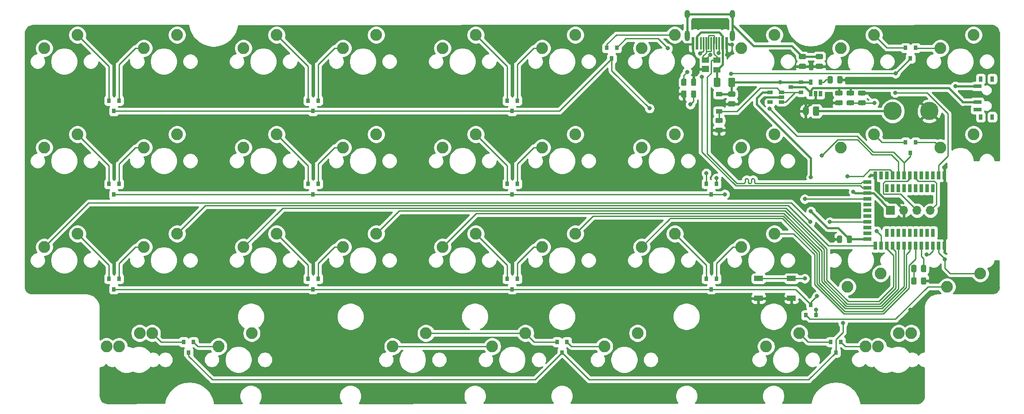
<source format=gbr>
G04 #@! TF.GenerationSoftware,KiCad,Pcbnew,(5.1.4-0)*
G04 #@! TF.CreationDate,2021-05-12T17:49:12+10:00*
G04 #@! TF.ProjectId,ble,626c652e-6b69-4636-9164-5f7063625858,rev?*
G04 #@! TF.SameCoordinates,Original*
G04 #@! TF.FileFunction,Copper,L2,Bot*
G04 #@! TF.FilePolarity,Positive*
%FSLAX46Y46*%
G04 Gerber Fmt 4.6, Leading zero omitted, Abs format (unit mm)*
G04 Created by KiCad (PCBNEW (5.1.4-0)) date 2021-05-12 17:49:12*
%MOMM*%
%LPD*%
G04 APERTURE LIST*
%ADD10C,2.250000*%
%ADD11R,1.700000X1.000000*%
%ADD12O,1.700000X1.700000*%
%ADD13R,1.700000X1.700000*%
%ADD14R,0.700000X1.524000*%
%ADD15R,1.524000X0.700000*%
%ADD16R,1.400000X1.000000*%
%ADD17R,1.400000X1.200000*%
%ADD18R,0.800000X0.900000*%
%ADD19C,3.500000*%
%ADD20C,0.200000*%
%ADD21C,0.975000*%
%ADD22R,0.800000X1.000000*%
%ADD23R,1.500000X0.700000*%
%ADD24R,0.600000X2.450000*%
%ADD25R,0.300000X2.450000*%
%ADD26O,1.000000X2.100000*%
%ADD27O,1.000000X1.600000*%
%ADD28R,0.650000X1.060000*%
%ADD29R,1.060000X0.650000*%
%ADD30R,0.900000X0.800000*%
%ADD31C,1.250000*%
%ADD32R,1.200000X0.900000*%
%ADD33C,1.200000*%
%ADD34O,1.200000X1.750000*%
%ADD35C,0.800000*%
%ADD36C,0.250000*%
%ADD37C,0.400000*%
%ADD38C,0.254000*%
G04 APERTURE END LIST*
D10*
X135890000Y-33020000D03*
X129540000Y-35560000D03*
D11*
X139150000Y-41600000D03*
X132850000Y-41600000D03*
X139150000Y-45400000D03*
X132850000Y-45400000D03*
D12*
X165735000Y-28575000D03*
X163195000Y-28575000D03*
X160655000Y-28575000D03*
D13*
X158115000Y-28575000D03*
D10*
X40640000Y-13970000D03*
X34290000Y-16510000D03*
X135890000Y-13970000D03*
X129540000Y-16510000D03*
X149860000Y-43180000D03*
X156210000Y-40640000D03*
X59690000Y-13970000D03*
X53340000Y-16510000D03*
X59690000Y-33020000D03*
X53340000Y-35560000D03*
X40640000Y-33020000D03*
X34290000Y-35560000D03*
D14*
X157418750Y-24325000D03*
X158518750Y-24325000D03*
X159618750Y-24325000D03*
X160718750Y-24325000D03*
X161818750Y-24325000D03*
X162918750Y-24325000D03*
X164018750Y-24325000D03*
X165118750Y-24325000D03*
X166218750Y-24325000D03*
X157418750Y-32825000D03*
X158518750Y-32825000D03*
X159618750Y-32825000D03*
X160718750Y-32825000D03*
X161818750Y-32825000D03*
X162918750Y-32825000D03*
X164018750Y-32825000D03*
X165118750Y-32825000D03*
X166218750Y-32825000D03*
X168418750Y-21825000D03*
X167318750Y-21825000D03*
X166218750Y-21825000D03*
X165118750Y-21825000D03*
X164018750Y-21825000D03*
X162918750Y-21825000D03*
X161818750Y-21825000D03*
X160718750Y-21825000D03*
X159618750Y-21825000D03*
X158518750Y-21825000D03*
X157418750Y-21825000D03*
X156318750Y-21825000D03*
X155218750Y-21825000D03*
D15*
X153718750Y-23075000D03*
X153718750Y-24175000D03*
X153718750Y-25275000D03*
X153718750Y-26375000D03*
X153718750Y-27475000D03*
X153718750Y-28575000D03*
X153718750Y-29675000D03*
X153718750Y-30775000D03*
X153718750Y-31875000D03*
X153718750Y-32975000D03*
X153718750Y-34075000D03*
D14*
X155218750Y-35325000D03*
X156318750Y-35325000D03*
X157418750Y-35325000D03*
X158518750Y-35325000D03*
X159618750Y-35325000D03*
X160718750Y-35325000D03*
X161818750Y-35325000D03*
X162918750Y-35325000D03*
X164018750Y-35325000D03*
X165118750Y-35325000D03*
X166218750Y-35325000D03*
X167318750Y-35325000D03*
X168418750Y-35325000D03*
D10*
X168910000Y-43180000D03*
X175260000Y-40640000D03*
X140652500Y-52070000D03*
X134302500Y-54610000D03*
D16*
X124925000Y-1625000D03*
X124925000Y275000D03*
X122725000Y275000D03*
D17*
X122725000Y-1445000D03*
D10*
X135890000Y5080000D03*
X129540000Y2540000D03*
X173990000Y-13970000D03*
X167640000Y-16510000D03*
D18*
X104775000Y587500D03*
X105725000Y2587500D03*
X103825000Y2587500D03*
D10*
X116840000Y5080000D03*
X110490000Y2540000D03*
D19*
X165525000Y-9525000D03*
X158525000Y-9525000D03*
D20*
G36*
X141730142Y1423826D02*
G01*
X141753803Y1420316D01*
X141777007Y1414504D01*
X141799529Y1406446D01*
X141821153Y1396218D01*
X141841670Y1383921D01*
X141860883Y1369671D01*
X141878607Y1353607D01*
X141894671Y1335883D01*
X141908921Y1316670D01*
X141921218Y1296153D01*
X141931446Y1274529D01*
X141939504Y1252007D01*
X141945316Y1228803D01*
X141948826Y1205142D01*
X141950000Y1181250D01*
X141950000Y693750D01*
X141948826Y669858D01*
X141945316Y646197D01*
X141939504Y622993D01*
X141931446Y600471D01*
X141921218Y578847D01*
X141908921Y558330D01*
X141894671Y539117D01*
X141878607Y521393D01*
X141860883Y505329D01*
X141841670Y491079D01*
X141821153Y478782D01*
X141799529Y468554D01*
X141777007Y460496D01*
X141753803Y454684D01*
X141730142Y451174D01*
X141706250Y450000D01*
X140793750Y450000D01*
X140769858Y451174D01*
X140746197Y454684D01*
X140722993Y460496D01*
X140700471Y468554D01*
X140678847Y478782D01*
X140658330Y491079D01*
X140639117Y505329D01*
X140621393Y521393D01*
X140605329Y539117D01*
X140591079Y558330D01*
X140578782Y578847D01*
X140568554Y600471D01*
X140560496Y622993D01*
X140554684Y646197D01*
X140551174Y669858D01*
X140550000Y693750D01*
X140550000Y1181250D01*
X140551174Y1205142D01*
X140554684Y1228803D01*
X140560496Y1252007D01*
X140568554Y1274529D01*
X140578782Y1296153D01*
X140591079Y1316670D01*
X140605329Y1335883D01*
X140621393Y1353607D01*
X140639117Y1369671D01*
X140658330Y1383921D01*
X140678847Y1396218D01*
X140700471Y1406446D01*
X140722993Y1414504D01*
X140746197Y1420316D01*
X140769858Y1423826D01*
X140793750Y1425000D01*
X141706250Y1425000D01*
X141730142Y1423826D01*
X141730142Y1423826D01*
G37*
D21*
X141250000Y937500D03*
D20*
G36*
X141730142Y-451174D02*
G01*
X141753803Y-454684D01*
X141777007Y-460496D01*
X141799529Y-468554D01*
X141821153Y-478782D01*
X141841670Y-491079D01*
X141860883Y-505329D01*
X141878607Y-521393D01*
X141894671Y-539117D01*
X141908921Y-558330D01*
X141921218Y-578847D01*
X141931446Y-600471D01*
X141939504Y-622993D01*
X141945316Y-646197D01*
X141948826Y-669858D01*
X141950000Y-693750D01*
X141950000Y-1181250D01*
X141948826Y-1205142D01*
X141945316Y-1228803D01*
X141939504Y-1252007D01*
X141931446Y-1274529D01*
X141921218Y-1296153D01*
X141908921Y-1316670D01*
X141894671Y-1335883D01*
X141878607Y-1353607D01*
X141860883Y-1369671D01*
X141841670Y-1383921D01*
X141821153Y-1396218D01*
X141799529Y-1406446D01*
X141777007Y-1414504D01*
X141753803Y-1420316D01*
X141730142Y-1423826D01*
X141706250Y-1425000D01*
X140793750Y-1425000D01*
X140769858Y-1423826D01*
X140746197Y-1420316D01*
X140722993Y-1414504D01*
X140700471Y-1406446D01*
X140678847Y-1396218D01*
X140658330Y-1383921D01*
X140639117Y-1369671D01*
X140621393Y-1353607D01*
X140605329Y-1335883D01*
X140591079Y-1316670D01*
X140578782Y-1296153D01*
X140568554Y-1274529D01*
X140560496Y-1252007D01*
X140554684Y-1228803D01*
X140551174Y-1205142D01*
X140550000Y-1181250D01*
X140550000Y-693750D01*
X140551174Y-669858D01*
X140554684Y-646197D01*
X140560496Y-622993D01*
X140568554Y-600471D01*
X140578782Y-578847D01*
X140591079Y-558330D01*
X140605329Y-539117D01*
X140621393Y-521393D01*
X140639117Y-505329D01*
X140658330Y-491079D01*
X140678847Y-478782D01*
X140700471Y-468554D01*
X140722993Y-460496D01*
X140746197Y-454684D01*
X140769858Y-451174D01*
X140793750Y-450000D01*
X141706250Y-450000D01*
X141730142Y-451174D01*
X141730142Y-451174D01*
G37*
D21*
X141250000Y-937500D03*
D22*
X175370000Y-3350000D03*
X175370000Y-10650000D03*
X177580000Y-10650000D03*
X177580000Y-3350000D03*
D23*
X174720000Y-9250000D03*
X174720000Y-7750000D03*
X174720000Y-4750000D03*
D10*
X69215000Y-52070000D03*
X62865000Y-54610000D03*
X159702500Y-52070000D03*
X153352500Y-54610000D03*
X88265000Y-52070000D03*
X81915000Y-54610000D03*
X16827500Y-52070000D03*
X10477500Y-54610000D03*
X162083750Y-52070000D03*
X155733750Y-54610000D03*
X109696250Y-52070000D03*
X103346250Y-54610000D03*
X35877500Y-52070000D03*
X29527500Y-54610000D03*
X14446250Y-52070000D03*
X8096250Y-54610000D03*
X116840000Y-33020000D03*
X110490000Y-35560000D03*
X97790000Y-33020000D03*
X91440000Y-35560000D03*
X78740000Y-33020000D03*
X72390000Y-35560000D03*
X21590000Y-33020000D03*
X15240000Y-35560000D03*
X2540000Y-33020000D03*
X-3810000Y-35560000D03*
X154940000Y-13970000D03*
X148590000Y-16510000D03*
X116840000Y-13970000D03*
X110490000Y-16510000D03*
X97790000Y-13970000D03*
X91440000Y-16510000D03*
X78740000Y-13970000D03*
X72390000Y-16510000D03*
X21590000Y-13970000D03*
X15240000Y-16510000D03*
X2540000Y-13970000D03*
X-3810000Y-16510000D03*
X173990000Y5080000D03*
X167640000Y2540000D03*
X154940000Y5080000D03*
X148590000Y2540000D03*
X97790000Y5080000D03*
X91440000Y2540000D03*
X78740000Y5080000D03*
X72390000Y2540000D03*
X59690000Y5080000D03*
X53340000Y2540000D03*
X40640000Y5080000D03*
X34290000Y2540000D03*
X21590000Y5080000D03*
X15240000Y2540000D03*
X2540000Y5080000D03*
X-3810000Y2540000D03*
D18*
X147637500Y-55768750D03*
X148587500Y-53768750D03*
X146687500Y-53768750D03*
X95250000Y-55768750D03*
X96200000Y-53768750D03*
X94300000Y-53768750D03*
X23812500Y-55768750D03*
X24762500Y-53768750D03*
X22862500Y-53768750D03*
X142875000Y-46625000D03*
X141925000Y-48625000D03*
X143825000Y-48625000D03*
X123825000Y-43656250D03*
X124775000Y-41656250D03*
X122875000Y-41656250D03*
X85725000Y-43656250D03*
X86675000Y-41656250D03*
X84775000Y-41656250D03*
X47625000Y-43656250D03*
X48575000Y-41656250D03*
X46675000Y-41656250D03*
X9525000Y-43656250D03*
X10475000Y-41656250D03*
X8575000Y-41656250D03*
X161925000Y-17510000D03*
X162875000Y-15510000D03*
X160975000Y-15510000D03*
X123825000Y-25460000D03*
X124775000Y-23460000D03*
X122875000Y-23460000D03*
X85725000Y-25460000D03*
X86675000Y-23460000D03*
X84775000Y-23460000D03*
X47625000Y-25460000D03*
X48575000Y-23460000D03*
X46675000Y-23460000D03*
X9525000Y-25475000D03*
X10475000Y-23475000D03*
X8575000Y-23475000D03*
X161925000Y587500D03*
X162875000Y2587500D03*
X160975000Y2587500D03*
X85725000Y-9525000D03*
X86675000Y-7525000D03*
X84775000Y-7525000D03*
X47625000Y-9525000D03*
X48575000Y-7525000D03*
X46675000Y-7525000D03*
X9525000Y-9525000D03*
X10475000Y-7525000D03*
X8575000Y-7525000D03*
D24*
X126795000Y3475000D03*
X120345000Y3475000D03*
X126020000Y3475000D03*
X121120000Y3475000D03*
D25*
X121820000Y3475000D03*
X125320000Y3475000D03*
X122320000Y3475000D03*
X124820000Y3475000D03*
X122820000Y3475000D03*
X124320000Y3475000D03*
X123820000Y3475000D03*
X123320000Y3475000D03*
D26*
X119250000Y4890000D03*
X127890000Y4890000D03*
D27*
X119250000Y9070000D03*
X127890000Y9070000D03*
D28*
X144700000Y-4000000D03*
X142800000Y-4000000D03*
X142800000Y-6200000D03*
X143750000Y-6200000D03*
X144700000Y-6200000D03*
D29*
X135050000Y-5900000D03*
X135050000Y-7800000D03*
X137250000Y-7800000D03*
X137250000Y-6850000D03*
X137250000Y-5900000D03*
D20*
G36*
X164717642Y-41369924D02*
G01*
X164741303Y-41373434D01*
X164764507Y-41379246D01*
X164787029Y-41387304D01*
X164808653Y-41397532D01*
X164829170Y-41409829D01*
X164848383Y-41424079D01*
X164866107Y-41440143D01*
X164882171Y-41457867D01*
X164896421Y-41477080D01*
X164908718Y-41497597D01*
X164918946Y-41519221D01*
X164927004Y-41541743D01*
X164932816Y-41564947D01*
X164936326Y-41588608D01*
X164937500Y-41612500D01*
X164937500Y-42525000D01*
X164936326Y-42548892D01*
X164932816Y-42572553D01*
X164927004Y-42595757D01*
X164918946Y-42618279D01*
X164908718Y-42639903D01*
X164896421Y-42660420D01*
X164882171Y-42679633D01*
X164866107Y-42697357D01*
X164848383Y-42713421D01*
X164829170Y-42727671D01*
X164808653Y-42739968D01*
X164787029Y-42750196D01*
X164764507Y-42758254D01*
X164741303Y-42764066D01*
X164717642Y-42767576D01*
X164693750Y-42768750D01*
X164206250Y-42768750D01*
X164182358Y-42767576D01*
X164158697Y-42764066D01*
X164135493Y-42758254D01*
X164112971Y-42750196D01*
X164091347Y-42739968D01*
X164070830Y-42727671D01*
X164051617Y-42713421D01*
X164033893Y-42697357D01*
X164017829Y-42679633D01*
X164003579Y-42660420D01*
X163991282Y-42639903D01*
X163981054Y-42618279D01*
X163972996Y-42595757D01*
X163967184Y-42572553D01*
X163963674Y-42548892D01*
X163962500Y-42525000D01*
X163962500Y-41612500D01*
X163963674Y-41588608D01*
X163967184Y-41564947D01*
X163972996Y-41541743D01*
X163981054Y-41519221D01*
X163991282Y-41497597D01*
X164003579Y-41477080D01*
X164017829Y-41457867D01*
X164033893Y-41440143D01*
X164051617Y-41424079D01*
X164070830Y-41409829D01*
X164091347Y-41397532D01*
X164112971Y-41387304D01*
X164135493Y-41379246D01*
X164158697Y-41373434D01*
X164182358Y-41369924D01*
X164206250Y-41368750D01*
X164693750Y-41368750D01*
X164717642Y-41369924D01*
X164717642Y-41369924D01*
G37*
D21*
X164450000Y-42068750D03*
D20*
G36*
X162842642Y-41369924D02*
G01*
X162866303Y-41373434D01*
X162889507Y-41379246D01*
X162912029Y-41387304D01*
X162933653Y-41397532D01*
X162954170Y-41409829D01*
X162973383Y-41424079D01*
X162991107Y-41440143D01*
X163007171Y-41457867D01*
X163021421Y-41477080D01*
X163033718Y-41497597D01*
X163043946Y-41519221D01*
X163052004Y-41541743D01*
X163057816Y-41564947D01*
X163061326Y-41588608D01*
X163062500Y-41612500D01*
X163062500Y-42525000D01*
X163061326Y-42548892D01*
X163057816Y-42572553D01*
X163052004Y-42595757D01*
X163043946Y-42618279D01*
X163033718Y-42639903D01*
X163021421Y-42660420D01*
X163007171Y-42679633D01*
X162991107Y-42697357D01*
X162973383Y-42713421D01*
X162954170Y-42727671D01*
X162933653Y-42739968D01*
X162912029Y-42750196D01*
X162889507Y-42758254D01*
X162866303Y-42764066D01*
X162842642Y-42767576D01*
X162818750Y-42768750D01*
X162331250Y-42768750D01*
X162307358Y-42767576D01*
X162283697Y-42764066D01*
X162260493Y-42758254D01*
X162237971Y-42750196D01*
X162216347Y-42739968D01*
X162195830Y-42727671D01*
X162176617Y-42713421D01*
X162158893Y-42697357D01*
X162142829Y-42679633D01*
X162128579Y-42660420D01*
X162116282Y-42639903D01*
X162106054Y-42618279D01*
X162097996Y-42595757D01*
X162092184Y-42572553D01*
X162088674Y-42548892D01*
X162087500Y-42525000D01*
X162087500Y-41612500D01*
X162088674Y-41588608D01*
X162092184Y-41564947D01*
X162097996Y-41541743D01*
X162106054Y-41519221D01*
X162116282Y-41497597D01*
X162128579Y-41477080D01*
X162142829Y-41457867D01*
X162158893Y-41440143D01*
X162176617Y-41424079D01*
X162195830Y-41409829D01*
X162216347Y-41397532D01*
X162237971Y-41387304D01*
X162260493Y-41379246D01*
X162283697Y-41373434D01*
X162307358Y-41369924D01*
X162331250Y-41368750D01*
X162818750Y-41368750D01*
X162842642Y-41369924D01*
X162842642Y-41369924D01*
G37*
D21*
X162575000Y-42068750D03*
D20*
G36*
X153110142Y-7451174D02*
G01*
X153133803Y-7454684D01*
X153157007Y-7460496D01*
X153179529Y-7468554D01*
X153201153Y-7478782D01*
X153221670Y-7491079D01*
X153240883Y-7505329D01*
X153258607Y-7521393D01*
X153274671Y-7539117D01*
X153288921Y-7558330D01*
X153301218Y-7578847D01*
X153311446Y-7600471D01*
X153319504Y-7622993D01*
X153325316Y-7646197D01*
X153328826Y-7669858D01*
X153330000Y-7693750D01*
X153330000Y-8181250D01*
X153328826Y-8205142D01*
X153325316Y-8228803D01*
X153319504Y-8252007D01*
X153311446Y-8274529D01*
X153301218Y-8296153D01*
X153288921Y-8316670D01*
X153274671Y-8335883D01*
X153258607Y-8353607D01*
X153240883Y-8369671D01*
X153221670Y-8383921D01*
X153201153Y-8396218D01*
X153179529Y-8406446D01*
X153157007Y-8414504D01*
X153133803Y-8420316D01*
X153110142Y-8423826D01*
X153086250Y-8425000D01*
X152173750Y-8425000D01*
X152149858Y-8423826D01*
X152126197Y-8420316D01*
X152102993Y-8414504D01*
X152080471Y-8406446D01*
X152058847Y-8396218D01*
X152038330Y-8383921D01*
X152019117Y-8369671D01*
X152001393Y-8353607D01*
X151985329Y-8335883D01*
X151971079Y-8316670D01*
X151958782Y-8296153D01*
X151948554Y-8274529D01*
X151940496Y-8252007D01*
X151934684Y-8228803D01*
X151931174Y-8205142D01*
X151930000Y-8181250D01*
X151930000Y-7693750D01*
X151931174Y-7669858D01*
X151934684Y-7646197D01*
X151940496Y-7622993D01*
X151948554Y-7600471D01*
X151958782Y-7578847D01*
X151971079Y-7558330D01*
X151985329Y-7539117D01*
X152001393Y-7521393D01*
X152019117Y-7505329D01*
X152038330Y-7491079D01*
X152058847Y-7478782D01*
X152080471Y-7468554D01*
X152102993Y-7460496D01*
X152126197Y-7454684D01*
X152149858Y-7451174D01*
X152173750Y-7450000D01*
X153086250Y-7450000D01*
X153110142Y-7451174D01*
X153110142Y-7451174D01*
G37*
D21*
X152630000Y-7937500D03*
D20*
G36*
X153110142Y-5576174D02*
G01*
X153133803Y-5579684D01*
X153157007Y-5585496D01*
X153179529Y-5593554D01*
X153201153Y-5603782D01*
X153221670Y-5616079D01*
X153240883Y-5630329D01*
X153258607Y-5646393D01*
X153274671Y-5664117D01*
X153288921Y-5683330D01*
X153301218Y-5703847D01*
X153311446Y-5725471D01*
X153319504Y-5747993D01*
X153325316Y-5771197D01*
X153328826Y-5794858D01*
X153330000Y-5818750D01*
X153330000Y-6306250D01*
X153328826Y-6330142D01*
X153325316Y-6353803D01*
X153319504Y-6377007D01*
X153311446Y-6399529D01*
X153301218Y-6421153D01*
X153288921Y-6441670D01*
X153274671Y-6460883D01*
X153258607Y-6478607D01*
X153240883Y-6494671D01*
X153221670Y-6508921D01*
X153201153Y-6521218D01*
X153179529Y-6531446D01*
X153157007Y-6539504D01*
X153133803Y-6545316D01*
X153110142Y-6548826D01*
X153086250Y-6550000D01*
X152173750Y-6550000D01*
X152149858Y-6548826D01*
X152126197Y-6545316D01*
X152102993Y-6539504D01*
X152080471Y-6531446D01*
X152058847Y-6521218D01*
X152038330Y-6508921D01*
X152019117Y-6494671D01*
X152001393Y-6478607D01*
X151985329Y-6460883D01*
X151971079Y-6441670D01*
X151958782Y-6421153D01*
X151948554Y-6399529D01*
X151940496Y-6377007D01*
X151934684Y-6353803D01*
X151931174Y-6330142D01*
X151930000Y-6306250D01*
X151930000Y-5818750D01*
X151931174Y-5794858D01*
X151934684Y-5771197D01*
X151940496Y-5747993D01*
X151948554Y-5725471D01*
X151958782Y-5703847D01*
X151971079Y-5683330D01*
X151985329Y-5664117D01*
X152001393Y-5646393D01*
X152019117Y-5630329D01*
X152038330Y-5616079D01*
X152058847Y-5603782D01*
X152080471Y-5593554D01*
X152102993Y-5585496D01*
X152126197Y-5579684D01*
X152149858Y-5576174D01*
X152173750Y-5575000D01*
X153086250Y-5575000D01*
X153110142Y-5576174D01*
X153110142Y-5576174D01*
G37*
D21*
X152630000Y-6062500D03*
D20*
G36*
X150910142Y-5576174D02*
G01*
X150933803Y-5579684D01*
X150957007Y-5585496D01*
X150979529Y-5593554D01*
X151001153Y-5603782D01*
X151021670Y-5616079D01*
X151040883Y-5630329D01*
X151058607Y-5646393D01*
X151074671Y-5664117D01*
X151088921Y-5683330D01*
X151101218Y-5703847D01*
X151111446Y-5725471D01*
X151119504Y-5747993D01*
X151125316Y-5771197D01*
X151128826Y-5794858D01*
X151130000Y-5818750D01*
X151130000Y-6306250D01*
X151128826Y-6330142D01*
X151125316Y-6353803D01*
X151119504Y-6377007D01*
X151111446Y-6399529D01*
X151101218Y-6421153D01*
X151088921Y-6441670D01*
X151074671Y-6460883D01*
X151058607Y-6478607D01*
X151040883Y-6494671D01*
X151021670Y-6508921D01*
X151001153Y-6521218D01*
X150979529Y-6531446D01*
X150957007Y-6539504D01*
X150933803Y-6545316D01*
X150910142Y-6548826D01*
X150886250Y-6550000D01*
X149973750Y-6550000D01*
X149949858Y-6548826D01*
X149926197Y-6545316D01*
X149902993Y-6539504D01*
X149880471Y-6531446D01*
X149858847Y-6521218D01*
X149838330Y-6508921D01*
X149819117Y-6494671D01*
X149801393Y-6478607D01*
X149785329Y-6460883D01*
X149771079Y-6441670D01*
X149758782Y-6421153D01*
X149748554Y-6399529D01*
X149740496Y-6377007D01*
X149734684Y-6353803D01*
X149731174Y-6330142D01*
X149730000Y-6306250D01*
X149730000Y-5818750D01*
X149731174Y-5794858D01*
X149734684Y-5771197D01*
X149740496Y-5747993D01*
X149748554Y-5725471D01*
X149758782Y-5703847D01*
X149771079Y-5683330D01*
X149785329Y-5664117D01*
X149801393Y-5646393D01*
X149819117Y-5630329D01*
X149838330Y-5616079D01*
X149858847Y-5603782D01*
X149880471Y-5593554D01*
X149902993Y-5585496D01*
X149926197Y-5579684D01*
X149949858Y-5576174D01*
X149973750Y-5575000D01*
X150886250Y-5575000D01*
X150910142Y-5576174D01*
X150910142Y-5576174D01*
G37*
D21*
X150430000Y-6062500D03*
D20*
G36*
X150910142Y-7451174D02*
G01*
X150933803Y-7454684D01*
X150957007Y-7460496D01*
X150979529Y-7468554D01*
X151001153Y-7478782D01*
X151021670Y-7491079D01*
X151040883Y-7505329D01*
X151058607Y-7521393D01*
X151074671Y-7539117D01*
X151088921Y-7558330D01*
X151101218Y-7578847D01*
X151111446Y-7600471D01*
X151119504Y-7622993D01*
X151125316Y-7646197D01*
X151128826Y-7669858D01*
X151130000Y-7693750D01*
X151130000Y-8181250D01*
X151128826Y-8205142D01*
X151125316Y-8228803D01*
X151119504Y-8252007D01*
X151111446Y-8274529D01*
X151101218Y-8296153D01*
X151088921Y-8316670D01*
X151074671Y-8335883D01*
X151058607Y-8353607D01*
X151040883Y-8369671D01*
X151021670Y-8383921D01*
X151001153Y-8396218D01*
X150979529Y-8406446D01*
X150957007Y-8414504D01*
X150933803Y-8420316D01*
X150910142Y-8423826D01*
X150886250Y-8425000D01*
X149973750Y-8425000D01*
X149949858Y-8423826D01*
X149926197Y-8420316D01*
X149902993Y-8414504D01*
X149880471Y-8406446D01*
X149858847Y-8396218D01*
X149838330Y-8383921D01*
X149819117Y-8369671D01*
X149801393Y-8353607D01*
X149785329Y-8335883D01*
X149771079Y-8316670D01*
X149758782Y-8296153D01*
X149748554Y-8274529D01*
X149740496Y-8252007D01*
X149734684Y-8228803D01*
X149731174Y-8205142D01*
X149730000Y-8181250D01*
X149730000Y-7693750D01*
X149731174Y-7669858D01*
X149734684Y-7646197D01*
X149740496Y-7622993D01*
X149748554Y-7600471D01*
X149758782Y-7578847D01*
X149771079Y-7558330D01*
X149785329Y-7539117D01*
X149801393Y-7521393D01*
X149819117Y-7505329D01*
X149838330Y-7491079D01*
X149858847Y-7478782D01*
X149880471Y-7468554D01*
X149902993Y-7460496D01*
X149926197Y-7454684D01*
X149949858Y-7451174D01*
X149973750Y-7450000D01*
X150886250Y-7450000D01*
X150910142Y-7451174D01*
X150910142Y-7451174D01*
G37*
D21*
X150430000Y-7937500D03*
D20*
G36*
X144980142Y1423826D02*
G01*
X145003803Y1420316D01*
X145027007Y1414504D01*
X145049529Y1406446D01*
X145071153Y1396218D01*
X145091670Y1383921D01*
X145110883Y1369671D01*
X145128607Y1353607D01*
X145144671Y1335883D01*
X145158921Y1316670D01*
X145171218Y1296153D01*
X145181446Y1274529D01*
X145189504Y1252007D01*
X145195316Y1228803D01*
X145198826Y1205142D01*
X145200000Y1181250D01*
X145200000Y693750D01*
X145198826Y669858D01*
X145195316Y646197D01*
X145189504Y622993D01*
X145181446Y600471D01*
X145171218Y578847D01*
X145158921Y558330D01*
X145144671Y539117D01*
X145128607Y521393D01*
X145110883Y505329D01*
X145091670Y491079D01*
X145071153Y478782D01*
X145049529Y468554D01*
X145027007Y460496D01*
X145003803Y454684D01*
X144980142Y451174D01*
X144956250Y450000D01*
X144043750Y450000D01*
X144019858Y451174D01*
X143996197Y454684D01*
X143972993Y460496D01*
X143950471Y468554D01*
X143928847Y478782D01*
X143908330Y491079D01*
X143889117Y505329D01*
X143871393Y521393D01*
X143855329Y539117D01*
X143841079Y558330D01*
X143828782Y578847D01*
X143818554Y600471D01*
X143810496Y622993D01*
X143804684Y646197D01*
X143801174Y669858D01*
X143800000Y693750D01*
X143800000Y1181250D01*
X143801174Y1205142D01*
X143804684Y1228803D01*
X143810496Y1252007D01*
X143818554Y1274529D01*
X143828782Y1296153D01*
X143841079Y1316670D01*
X143855329Y1335883D01*
X143871393Y1353607D01*
X143889117Y1369671D01*
X143908330Y1383921D01*
X143928847Y1396218D01*
X143950471Y1406446D01*
X143972993Y1414504D01*
X143996197Y1420316D01*
X144019858Y1423826D01*
X144043750Y1425000D01*
X144956250Y1425000D01*
X144980142Y1423826D01*
X144980142Y1423826D01*
G37*
D21*
X144500000Y937500D03*
D20*
G36*
X144980142Y-451174D02*
G01*
X145003803Y-454684D01*
X145027007Y-460496D01*
X145049529Y-468554D01*
X145071153Y-478782D01*
X145091670Y-491079D01*
X145110883Y-505329D01*
X145128607Y-521393D01*
X145144671Y-539117D01*
X145158921Y-558330D01*
X145171218Y-578847D01*
X145181446Y-600471D01*
X145189504Y-622993D01*
X145195316Y-646197D01*
X145198826Y-669858D01*
X145200000Y-693750D01*
X145200000Y-1181250D01*
X145198826Y-1205142D01*
X145195316Y-1228803D01*
X145189504Y-1252007D01*
X145181446Y-1274529D01*
X145171218Y-1296153D01*
X145158921Y-1316670D01*
X145144671Y-1335883D01*
X145128607Y-1353607D01*
X145110883Y-1369671D01*
X145091670Y-1383921D01*
X145071153Y-1396218D01*
X145049529Y-1406446D01*
X145027007Y-1414504D01*
X145003803Y-1420316D01*
X144980142Y-1423826D01*
X144956250Y-1425000D01*
X144043750Y-1425000D01*
X144019858Y-1423826D01*
X143996197Y-1420316D01*
X143972993Y-1414504D01*
X143950471Y-1406446D01*
X143928847Y-1396218D01*
X143908330Y-1383921D01*
X143889117Y-1369671D01*
X143871393Y-1353607D01*
X143855329Y-1335883D01*
X143841079Y-1316670D01*
X143828782Y-1296153D01*
X143818554Y-1274529D01*
X143810496Y-1252007D01*
X143804684Y-1228803D01*
X143801174Y-1205142D01*
X143800000Y-1181250D01*
X143800000Y-693750D01*
X143801174Y-669858D01*
X143804684Y-646197D01*
X143810496Y-622993D01*
X143818554Y-600471D01*
X143828782Y-578847D01*
X143841079Y-558330D01*
X143855329Y-539117D01*
X143871393Y-521393D01*
X143889117Y-505329D01*
X143908330Y-491079D01*
X143928847Y-478782D01*
X143950471Y-468554D01*
X143972993Y-460496D01*
X143996197Y-454684D01*
X144019858Y-451174D01*
X144043750Y-450000D01*
X144956250Y-450000D01*
X144980142Y-451174D01*
X144980142Y-451174D01*
G37*
D21*
X144500000Y-937500D03*
D20*
G36*
X120705142Y-5551174D02*
G01*
X120728803Y-5554684D01*
X120752007Y-5560496D01*
X120774529Y-5568554D01*
X120796153Y-5578782D01*
X120816670Y-5591079D01*
X120835883Y-5605329D01*
X120853607Y-5621393D01*
X120869671Y-5639117D01*
X120883921Y-5658330D01*
X120896218Y-5678847D01*
X120906446Y-5700471D01*
X120914504Y-5722993D01*
X120920316Y-5746197D01*
X120923826Y-5769858D01*
X120925000Y-5793750D01*
X120925000Y-6706250D01*
X120923826Y-6730142D01*
X120920316Y-6753803D01*
X120914504Y-6777007D01*
X120906446Y-6799529D01*
X120896218Y-6821153D01*
X120883921Y-6841670D01*
X120869671Y-6860883D01*
X120853607Y-6878607D01*
X120835883Y-6894671D01*
X120816670Y-6908921D01*
X120796153Y-6921218D01*
X120774529Y-6931446D01*
X120752007Y-6939504D01*
X120728803Y-6945316D01*
X120705142Y-6948826D01*
X120681250Y-6950000D01*
X120193750Y-6950000D01*
X120169858Y-6948826D01*
X120146197Y-6945316D01*
X120122993Y-6939504D01*
X120100471Y-6931446D01*
X120078847Y-6921218D01*
X120058330Y-6908921D01*
X120039117Y-6894671D01*
X120021393Y-6878607D01*
X120005329Y-6860883D01*
X119991079Y-6841670D01*
X119978782Y-6821153D01*
X119968554Y-6799529D01*
X119960496Y-6777007D01*
X119954684Y-6753803D01*
X119951174Y-6730142D01*
X119950000Y-6706250D01*
X119950000Y-5793750D01*
X119951174Y-5769858D01*
X119954684Y-5746197D01*
X119960496Y-5722993D01*
X119968554Y-5700471D01*
X119978782Y-5678847D01*
X119991079Y-5658330D01*
X120005329Y-5639117D01*
X120021393Y-5621393D01*
X120039117Y-5605329D01*
X120058330Y-5591079D01*
X120078847Y-5578782D01*
X120100471Y-5568554D01*
X120122993Y-5560496D01*
X120146197Y-5554684D01*
X120169858Y-5551174D01*
X120193750Y-5550000D01*
X120681250Y-5550000D01*
X120705142Y-5551174D01*
X120705142Y-5551174D01*
G37*
D21*
X120437500Y-6250000D03*
D20*
G36*
X118830142Y-5551174D02*
G01*
X118853803Y-5554684D01*
X118877007Y-5560496D01*
X118899529Y-5568554D01*
X118921153Y-5578782D01*
X118941670Y-5591079D01*
X118960883Y-5605329D01*
X118978607Y-5621393D01*
X118994671Y-5639117D01*
X119008921Y-5658330D01*
X119021218Y-5678847D01*
X119031446Y-5700471D01*
X119039504Y-5722993D01*
X119045316Y-5746197D01*
X119048826Y-5769858D01*
X119050000Y-5793750D01*
X119050000Y-6706250D01*
X119048826Y-6730142D01*
X119045316Y-6753803D01*
X119039504Y-6777007D01*
X119031446Y-6799529D01*
X119021218Y-6821153D01*
X119008921Y-6841670D01*
X118994671Y-6860883D01*
X118978607Y-6878607D01*
X118960883Y-6894671D01*
X118941670Y-6908921D01*
X118921153Y-6921218D01*
X118899529Y-6931446D01*
X118877007Y-6939504D01*
X118853803Y-6945316D01*
X118830142Y-6948826D01*
X118806250Y-6950000D01*
X118318750Y-6950000D01*
X118294858Y-6948826D01*
X118271197Y-6945316D01*
X118247993Y-6939504D01*
X118225471Y-6931446D01*
X118203847Y-6921218D01*
X118183330Y-6908921D01*
X118164117Y-6894671D01*
X118146393Y-6878607D01*
X118130329Y-6860883D01*
X118116079Y-6841670D01*
X118103782Y-6821153D01*
X118093554Y-6799529D01*
X118085496Y-6777007D01*
X118079684Y-6753803D01*
X118076174Y-6730142D01*
X118075000Y-6706250D01*
X118075000Y-5793750D01*
X118076174Y-5769858D01*
X118079684Y-5746197D01*
X118085496Y-5722993D01*
X118093554Y-5700471D01*
X118103782Y-5678847D01*
X118116079Y-5658330D01*
X118130329Y-5639117D01*
X118146393Y-5621393D01*
X118164117Y-5605329D01*
X118183330Y-5591079D01*
X118203847Y-5578782D01*
X118225471Y-5568554D01*
X118247993Y-5560496D01*
X118271197Y-5554684D01*
X118294858Y-5551174D01*
X118318750Y-5550000D01*
X118806250Y-5550000D01*
X118830142Y-5551174D01*
X118830142Y-5551174D01*
G37*
D21*
X118562500Y-6250000D03*
D20*
G36*
X146830142Y-2801174D02*
G01*
X146853803Y-2804684D01*
X146877007Y-2810496D01*
X146899529Y-2818554D01*
X146921153Y-2828782D01*
X146941670Y-2841079D01*
X146960883Y-2855329D01*
X146978607Y-2871393D01*
X146994671Y-2889117D01*
X147008921Y-2908330D01*
X147021218Y-2928847D01*
X147031446Y-2950471D01*
X147039504Y-2972993D01*
X147045316Y-2996197D01*
X147048826Y-3019858D01*
X147050000Y-3043750D01*
X147050000Y-3956250D01*
X147048826Y-3980142D01*
X147045316Y-4003803D01*
X147039504Y-4027007D01*
X147031446Y-4049529D01*
X147021218Y-4071153D01*
X147008921Y-4091670D01*
X146994671Y-4110883D01*
X146978607Y-4128607D01*
X146960883Y-4144671D01*
X146941670Y-4158921D01*
X146921153Y-4171218D01*
X146899529Y-4181446D01*
X146877007Y-4189504D01*
X146853803Y-4195316D01*
X146830142Y-4198826D01*
X146806250Y-4200000D01*
X146318750Y-4200000D01*
X146294858Y-4198826D01*
X146271197Y-4195316D01*
X146247993Y-4189504D01*
X146225471Y-4181446D01*
X146203847Y-4171218D01*
X146183330Y-4158921D01*
X146164117Y-4144671D01*
X146146393Y-4128607D01*
X146130329Y-4110883D01*
X146116079Y-4091670D01*
X146103782Y-4071153D01*
X146093554Y-4049529D01*
X146085496Y-4027007D01*
X146079684Y-4003803D01*
X146076174Y-3980142D01*
X146075000Y-3956250D01*
X146075000Y-3043750D01*
X146076174Y-3019858D01*
X146079684Y-2996197D01*
X146085496Y-2972993D01*
X146093554Y-2950471D01*
X146103782Y-2928847D01*
X146116079Y-2908330D01*
X146130329Y-2889117D01*
X146146393Y-2871393D01*
X146164117Y-2855329D01*
X146183330Y-2841079D01*
X146203847Y-2828782D01*
X146225471Y-2818554D01*
X146247993Y-2810496D01*
X146271197Y-2804684D01*
X146294858Y-2801174D01*
X146318750Y-2800000D01*
X146806250Y-2800000D01*
X146830142Y-2801174D01*
X146830142Y-2801174D01*
G37*
D21*
X146562500Y-3500000D03*
D20*
G36*
X148705142Y-2801174D02*
G01*
X148728803Y-2804684D01*
X148752007Y-2810496D01*
X148774529Y-2818554D01*
X148796153Y-2828782D01*
X148816670Y-2841079D01*
X148835883Y-2855329D01*
X148853607Y-2871393D01*
X148869671Y-2889117D01*
X148883921Y-2908330D01*
X148896218Y-2928847D01*
X148906446Y-2950471D01*
X148914504Y-2972993D01*
X148920316Y-2996197D01*
X148923826Y-3019858D01*
X148925000Y-3043750D01*
X148925000Y-3956250D01*
X148923826Y-3980142D01*
X148920316Y-4003803D01*
X148914504Y-4027007D01*
X148906446Y-4049529D01*
X148896218Y-4071153D01*
X148883921Y-4091670D01*
X148869671Y-4110883D01*
X148853607Y-4128607D01*
X148835883Y-4144671D01*
X148816670Y-4158921D01*
X148796153Y-4171218D01*
X148774529Y-4181446D01*
X148752007Y-4189504D01*
X148728803Y-4195316D01*
X148705142Y-4198826D01*
X148681250Y-4200000D01*
X148193750Y-4200000D01*
X148169858Y-4198826D01*
X148146197Y-4195316D01*
X148122993Y-4189504D01*
X148100471Y-4181446D01*
X148078847Y-4171218D01*
X148058330Y-4158921D01*
X148039117Y-4144671D01*
X148021393Y-4128607D01*
X148005329Y-4110883D01*
X147991079Y-4091670D01*
X147978782Y-4071153D01*
X147968554Y-4049529D01*
X147960496Y-4027007D01*
X147954684Y-4003803D01*
X147951174Y-3980142D01*
X147950000Y-3956250D01*
X147950000Y-3043750D01*
X147951174Y-3019858D01*
X147954684Y-2996197D01*
X147960496Y-2972993D01*
X147968554Y-2950471D01*
X147978782Y-2928847D01*
X147991079Y-2908330D01*
X148005329Y-2889117D01*
X148021393Y-2871393D01*
X148039117Y-2855329D01*
X148058330Y-2841079D01*
X148078847Y-2828782D01*
X148100471Y-2818554D01*
X148122993Y-2810496D01*
X148146197Y-2804684D01*
X148169858Y-2801174D01*
X148193750Y-2800000D01*
X148681250Y-2800000D01*
X148705142Y-2801174D01*
X148705142Y-2801174D01*
G37*
D21*
X148437500Y-3500000D03*
D20*
G36*
X128205142Y-7651174D02*
G01*
X128228803Y-7654684D01*
X128252007Y-7660496D01*
X128274529Y-7668554D01*
X128296153Y-7678782D01*
X128316670Y-7691079D01*
X128335883Y-7705329D01*
X128353607Y-7721393D01*
X128369671Y-7739117D01*
X128383921Y-7758330D01*
X128396218Y-7778847D01*
X128406446Y-7800471D01*
X128414504Y-7822993D01*
X128420316Y-7846197D01*
X128423826Y-7869858D01*
X128425000Y-7893750D01*
X128425000Y-8381250D01*
X128423826Y-8405142D01*
X128420316Y-8428803D01*
X128414504Y-8452007D01*
X128406446Y-8474529D01*
X128396218Y-8496153D01*
X128383921Y-8516670D01*
X128369671Y-8535883D01*
X128353607Y-8553607D01*
X128335883Y-8569671D01*
X128316670Y-8583921D01*
X128296153Y-8596218D01*
X128274529Y-8606446D01*
X128252007Y-8614504D01*
X128228803Y-8620316D01*
X128205142Y-8623826D01*
X128181250Y-8625000D01*
X127268750Y-8625000D01*
X127244858Y-8623826D01*
X127221197Y-8620316D01*
X127197993Y-8614504D01*
X127175471Y-8606446D01*
X127153847Y-8596218D01*
X127133330Y-8583921D01*
X127114117Y-8569671D01*
X127096393Y-8553607D01*
X127080329Y-8535883D01*
X127066079Y-8516670D01*
X127053782Y-8496153D01*
X127043554Y-8474529D01*
X127035496Y-8452007D01*
X127029684Y-8428803D01*
X127026174Y-8405142D01*
X127025000Y-8381250D01*
X127025000Y-7893750D01*
X127026174Y-7869858D01*
X127029684Y-7846197D01*
X127035496Y-7822993D01*
X127043554Y-7800471D01*
X127053782Y-7778847D01*
X127066079Y-7758330D01*
X127080329Y-7739117D01*
X127096393Y-7721393D01*
X127114117Y-7705329D01*
X127133330Y-7691079D01*
X127153847Y-7678782D01*
X127175471Y-7668554D01*
X127197993Y-7660496D01*
X127221197Y-7654684D01*
X127244858Y-7651174D01*
X127268750Y-7650000D01*
X128181250Y-7650000D01*
X128205142Y-7651174D01*
X128205142Y-7651174D01*
G37*
D21*
X127725000Y-8137500D03*
D20*
G36*
X128205142Y-5776174D02*
G01*
X128228803Y-5779684D01*
X128252007Y-5785496D01*
X128274529Y-5793554D01*
X128296153Y-5803782D01*
X128316670Y-5816079D01*
X128335883Y-5830329D01*
X128353607Y-5846393D01*
X128369671Y-5864117D01*
X128383921Y-5883330D01*
X128396218Y-5903847D01*
X128406446Y-5925471D01*
X128414504Y-5947993D01*
X128420316Y-5971197D01*
X128423826Y-5994858D01*
X128425000Y-6018750D01*
X128425000Y-6506250D01*
X128423826Y-6530142D01*
X128420316Y-6553803D01*
X128414504Y-6577007D01*
X128406446Y-6599529D01*
X128396218Y-6621153D01*
X128383921Y-6641670D01*
X128369671Y-6660883D01*
X128353607Y-6678607D01*
X128335883Y-6694671D01*
X128316670Y-6708921D01*
X128296153Y-6721218D01*
X128274529Y-6731446D01*
X128252007Y-6739504D01*
X128228803Y-6745316D01*
X128205142Y-6748826D01*
X128181250Y-6750000D01*
X127268750Y-6750000D01*
X127244858Y-6748826D01*
X127221197Y-6745316D01*
X127197993Y-6739504D01*
X127175471Y-6731446D01*
X127153847Y-6721218D01*
X127133330Y-6708921D01*
X127114117Y-6694671D01*
X127096393Y-6678607D01*
X127080329Y-6660883D01*
X127066079Y-6641670D01*
X127053782Y-6621153D01*
X127043554Y-6599529D01*
X127035496Y-6577007D01*
X127029684Y-6553803D01*
X127026174Y-6530142D01*
X127025000Y-6506250D01*
X127025000Y-6018750D01*
X127026174Y-5994858D01*
X127029684Y-5971197D01*
X127035496Y-5947993D01*
X127043554Y-5925471D01*
X127053782Y-5903847D01*
X127066079Y-5883330D01*
X127080329Y-5864117D01*
X127096393Y-5846393D01*
X127114117Y-5830329D01*
X127133330Y-5816079D01*
X127153847Y-5803782D01*
X127175471Y-5793554D01*
X127197993Y-5785496D01*
X127221197Y-5779684D01*
X127244858Y-5776174D01*
X127268750Y-5775000D01*
X128181250Y-5775000D01*
X128205142Y-5776174D01*
X128205142Y-5776174D01*
G37*
D21*
X127725000Y-6262500D03*
D20*
G36*
X118830142Y-3301174D02*
G01*
X118853803Y-3304684D01*
X118877007Y-3310496D01*
X118899529Y-3318554D01*
X118921153Y-3328782D01*
X118941670Y-3341079D01*
X118960883Y-3355329D01*
X118978607Y-3371393D01*
X118994671Y-3389117D01*
X119008921Y-3408330D01*
X119021218Y-3428847D01*
X119031446Y-3450471D01*
X119039504Y-3472993D01*
X119045316Y-3496197D01*
X119048826Y-3519858D01*
X119050000Y-3543750D01*
X119050000Y-4456250D01*
X119048826Y-4480142D01*
X119045316Y-4503803D01*
X119039504Y-4527007D01*
X119031446Y-4549529D01*
X119021218Y-4571153D01*
X119008921Y-4591670D01*
X118994671Y-4610883D01*
X118978607Y-4628607D01*
X118960883Y-4644671D01*
X118941670Y-4658921D01*
X118921153Y-4671218D01*
X118899529Y-4681446D01*
X118877007Y-4689504D01*
X118853803Y-4695316D01*
X118830142Y-4698826D01*
X118806250Y-4700000D01*
X118318750Y-4700000D01*
X118294858Y-4698826D01*
X118271197Y-4695316D01*
X118247993Y-4689504D01*
X118225471Y-4681446D01*
X118203847Y-4671218D01*
X118183330Y-4658921D01*
X118164117Y-4644671D01*
X118146393Y-4628607D01*
X118130329Y-4610883D01*
X118116079Y-4591670D01*
X118103782Y-4571153D01*
X118093554Y-4549529D01*
X118085496Y-4527007D01*
X118079684Y-4503803D01*
X118076174Y-4480142D01*
X118075000Y-4456250D01*
X118075000Y-3543750D01*
X118076174Y-3519858D01*
X118079684Y-3496197D01*
X118085496Y-3472993D01*
X118093554Y-3450471D01*
X118103782Y-3428847D01*
X118116079Y-3408330D01*
X118130329Y-3389117D01*
X118146393Y-3371393D01*
X118164117Y-3355329D01*
X118183330Y-3341079D01*
X118203847Y-3328782D01*
X118225471Y-3318554D01*
X118247993Y-3310496D01*
X118271197Y-3304684D01*
X118294858Y-3301174D01*
X118318750Y-3300000D01*
X118806250Y-3300000D01*
X118830142Y-3301174D01*
X118830142Y-3301174D01*
G37*
D21*
X118562500Y-4000000D03*
D20*
G36*
X120705142Y-3301174D02*
G01*
X120728803Y-3304684D01*
X120752007Y-3310496D01*
X120774529Y-3318554D01*
X120796153Y-3328782D01*
X120816670Y-3341079D01*
X120835883Y-3355329D01*
X120853607Y-3371393D01*
X120869671Y-3389117D01*
X120883921Y-3408330D01*
X120896218Y-3428847D01*
X120906446Y-3450471D01*
X120914504Y-3472993D01*
X120920316Y-3496197D01*
X120923826Y-3519858D01*
X120925000Y-3543750D01*
X120925000Y-4456250D01*
X120923826Y-4480142D01*
X120920316Y-4503803D01*
X120914504Y-4527007D01*
X120906446Y-4549529D01*
X120896218Y-4571153D01*
X120883921Y-4591670D01*
X120869671Y-4610883D01*
X120853607Y-4628607D01*
X120835883Y-4644671D01*
X120816670Y-4658921D01*
X120796153Y-4671218D01*
X120774529Y-4681446D01*
X120752007Y-4689504D01*
X120728803Y-4695316D01*
X120705142Y-4698826D01*
X120681250Y-4700000D01*
X120193750Y-4700000D01*
X120169858Y-4698826D01*
X120146197Y-4695316D01*
X120122993Y-4689504D01*
X120100471Y-4681446D01*
X120078847Y-4671218D01*
X120058330Y-4658921D01*
X120039117Y-4644671D01*
X120021393Y-4628607D01*
X120005329Y-4610883D01*
X119991079Y-4591670D01*
X119978782Y-4571153D01*
X119968554Y-4549529D01*
X119960496Y-4527007D01*
X119954684Y-4503803D01*
X119951174Y-4480142D01*
X119950000Y-4456250D01*
X119950000Y-3543750D01*
X119951174Y-3519858D01*
X119954684Y-3496197D01*
X119960496Y-3472993D01*
X119968554Y-3450471D01*
X119978782Y-3428847D01*
X119991079Y-3408330D01*
X120005329Y-3389117D01*
X120021393Y-3371393D01*
X120039117Y-3355329D01*
X120058330Y-3341079D01*
X120078847Y-3328782D01*
X120100471Y-3318554D01*
X120122993Y-3310496D01*
X120146197Y-3304684D01*
X120169858Y-3301174D01*
X120193750Y-3300000D01*
X120681250Y-3300000D01*
X120705142Y-3301174D01*
X120705142Y-3301174D01*
G37*
D21*
X120437500Y-4000000D03*
D30*
X139000000Y-4950000D03*
X141000000Y-5900000D03*
X141000000Y-4000000D03*
D20*
G36*
X125324504Y-3126204D02*
G01*
X125348773Y-3129804D01*
X125372571Y-3135765D01*
X125395671Y-3144030D01*
X125417849Y-3154520D01*
X125438893Y-3167133D01*
X125458598Y-3181747D01*
X125476777Y-3198223D01*
X125493253Y-3216402D01*
X125507867Y-3236107D01*
X125520480Y-3257151D01*
X125530970Y-3279329D01*
X125539235Y-3302429D01*
X125545196Y-3326227D01*
X125548796Y-3350496D01*
X125550000Y-3375000D01*
X125550000Y-4625000D01*
X125548796Y-4649504D01*
X125545196Y-4673773D01*
X125539235Y-4697571D01*
X125530970Y-4720671D01*
X125520480Y-4742849D01*
X125507867Y-4763893D01*
X125493253Y-4783598D01*
X125476777Y-4801777D01*
X125458598Y-4818253D01*
X125438893Y-4832867D01*
X125417849Y-4845480D01*
X125395671Y-4855970D01*
X125372571Y-4864235D01*
X125348773Y-4870196D01*
X125324504Y-4873796D01*
X125300000Y-4875000D01*
X124550000Y-4875000D01*
X124525496Y-4873796D01*
X124501227Y-4870196D01*
X124477429Y-4864235D01*
X124454329Y-4855970D01*
X124432151Y-4845480D01*
X124411107Y-4832867D01*
X124391402Y-4818253D01*
X124373223Y-4801777D01*
X124356747Y-4783598D01*
X124342133Y-4763893D01*
X124329520Y-4742849D01*
X124319030Y-4720671D01*
X124310765Y-4697571D01*
X124304804Y-4673773D01*
X124301204Y-4649504D01*
X124300000Y-4625000D01*
X124300000Y-3375000D01*
X124301204Y-3350496D01*
X124304804Y-3326227D01*
X124310765Y-3302429D01*
X124319030Y-3279329D01*
X124329520Y-3257151D01*
X124342133Y-3236107D01*
X124356747Y-3216402D01*
X124373223Y-3198223D01*
X124391402Y-3181747D01*
X124411107Y-3167133D01*
X124432151Y-3154520D01*
X124454329Y-3144030D01*
X124477429Y-3135765D01*
X124501227Y-3129804D01*
X124525496Y-3126204D01*
X124550000Y-3125000D01*
X125300000Y-3125000D01*
X125324504Y-3126204D01*
X125324504Y-3126204D01*
G37*
D31*
X124925000Y-4000000D03*
D20*
G36*
X128124504Y-3126204D02*
G01*
X128148773Y-3129804D01*
X128172571Y-3135765D01*
X128195671Y-3144030D01*
X128217849Y-3154520D01*
X128238893Y-3167133D01*
X128258598Y-3181747D01*
X128276777Y-3198223D01*
X128293253Y-3216402D01*
X128307867Y-3236107D01*
X128320480Y-3257151D01*
X128330970Y-3279329D01*
X128339235Y-3302429D01*
X128345196Y-3326227D01*
X128348796Y-3350496D01*
X128350000Y-3375000D01*
X128350000Y-4625000D01*
X128348796Y-4649504D01*
X128345196Y-4673773D01*
X128339235Y-4697571D01*
X128330970Y-4720671D01*
X128320480Y-4742849D01*
X128307867Y-4763893D01*
X128293253Y-4783598D01*
X128276777Y-4801777D01*
X128258598Y-4818253D01*
X128238893Y-4832867D01*
X128217849Y-4845480D01*
X128195671Y-4855970D01*
X128172571Y-4864235D01*
X128148773Y-4870196D01*
X128124504Y-4873796D01*
X128100000Y-4875000D01*
X127350000Y-4875000D01*
X127325496Y-4873796D01*
X127301227Y-4870196D01*
X127277429Y-4864235D01*
X127254329Y-4855970D01*
X127232151Y-4845480D01*
X127211107Y-4832867D01*
X127191402Y-4818253D01*
X127173223Y-4801777D01*
X127156747Y-4783598D01*
X127142133Y-4763893D01*
X127129520Y-4742849D01*
X127119030Y-4720671D01*
X127110765Y-4697571D01*
X127104804Y-4673773D01*
X127101204Y-4649504D01*
X127100000Y-4625000D01*
X127100000Y-3375000D01*
X127101204Y-3350496D01*
X127104804Y-3326227D01*
X127110765Y-3302429D01*
X127119030Y-3279329D01*
X127129520Y-3257151D01*
X127142133Y-3236107D01*
X127156747Y-3216402D01*
X127173223Y-3198223D01*
X127191402Y-3181747D01*
X127211107Y-3167133D01*
X127232151Y-3154520D01*
X127254329Y-3144030D01*
X127277429Y-3135765D01*
X127301227Y-3129804D01*
X127325496Y-3126204D01*
X127350000Y-3125000D01*
X128100000Y-3125000D01*
X128124504Y-3126204D01*
X128124504Y-3126204D01*
G37*
D31*
X127725000Y-4000000D03*
D20*
G36*
X164717642Y-38988674D02*
G01*
X164741303Y-38992184D01*
X164764507Y-38997996D01*
X164787029Y-39006054D01*
X164808653Y-39016282D01*
X164829170Y-39028579D01*
X164848383Y-39042829D01*
X164866107Y-39058893D01*
X164882171Y-39076617D01*
X164896421Y-39095830D01*
X164908718Y-39116347D01*
X164918946Y-39137971D01*
X164927004Y-39160493D01*
X164932816Y-39183697D01*
X164936326Y-39207358D01*
X164937500Y-39231250D01*
X164937500Y-40143750D01*
X164936326Y-40167642D01*
X164932816Y-40191303D01*
X164927004Y-40214507D01*
X164918946Y-40237029D01*
X164908718Y-40258653D01*
X164896421Y-40279170D01*
X164882171Y-40298383D01*
X164866107Y-40316107D01*
X164848383Y-40332171D01*
X164829170Y-40346421D01*
X164808653Y-40358718D01*
X164787029Y-40368946D01*
X164764507Y-40377004D01*
X164741303Y-40382816D01*
X164717642Y-40386326D01*
X164693750Y-40387500D01*
X164206250Y-40387500D01*
X164182358Y-40386326D01*
X164158697Y-40382816D01*
X164135493Y-40377004D01*
X164112971Y-40368946D01*
X164091347Y-40358718D01*
X164070830Y-40346421D01*
X164051617Y-40332171D01*
X164033893Y-40316107D01*
X164017829Y-40298383D01*
X164003579Y-40279170D01*
X163991282Y-40258653D01*
X163981054Y-40237029D01*
X163972996Y-40214507D01*
X163967184Y-40191303D01*
X163963674Y-40167642D01*
X163962500Y-40143750D01*
X163962500Y-39231250D01*
X163963674Y-39207358D01*
X163967184Y-39183697D01*
X163972996Y-39160493D01*
X163981054Y-39137971D01*
X163991282Y-39116347D01*
X164003579Y-39095830D01*
X164017829Y-39076617D01*
X164033893Y-39058893D01*
X164051617Y-39042829D01*
X164070830Y-39028579D01*
X164091347Y-39016282D01*
X164112971Y-39006054D01*
X164135493Y-38997996D01*
X164158697Y-38992184D01*
X164182358Y-38988674D01*
X164206250Y-38987500D01*
X164693750Y-38987500D01*
X164717642Y-38988674D01*
X164717642Y-38988674D01*
G37*
D21*
X164450000Y-39687500D03*
D20*
G36*
X162842642Y-38988674D02*
G01*
X162866303Y-38992184D01*
X162889507Y-38997996D01*
X162912029Y-39006054D01*
X162933653Y-39016282D01*
X162954170Y-39028579D01*
X162973383Y-39042829D01*
X162991107Y-39058893D01*
X163007171Y-39076617D01*
X163021421Y-39095830D01*
X163033718Y-39116347D01*
X163043946Y-39137971D01*
X163052004Y-39160493D01*
X163057816Y-39183697D01*
X163061326Y-39207358D01*
X163062500Y-39231250D01*
X163062500Y-40143750D01*
X163061326Y-40167642D01*
X163057816Y-40191303D01*
X163052004Y-40214507D01*
X163043946Y-40237029D01*
X163033718Y-40258653D01*
X163021421Y-40279170D01*
X163007171Y-40298383D01*
X162991107Y-40316107D01*
X162973383Y-40332171D01*
X162954170Y-40346421D01*
X162933653Y-40358718D01*
X162912029Y-40368946D01*
X162889507Y-40377004D01*
X162866303Y-40382816D01*
X162842642Y-40386326D01*
X162818750Y-40387500D01*
X162331250Y-40387500D01*
X162307358Y-40386326D01*
X162283697Y-40382816D01*
X162260493Y-40377004D01*
X162237971Y-40368946D01*
X162216347Y-40358718D01*
X162195830Y-40346421D01*
X162176617Y-40332171D01*
X162158893Y-40316107D01*
X162142829Y-40298383D01*
X162128579Y-40279170D01*
X162116282Y-40258653D01*
X162106054Y-40237029D01*
X162097996Y-40214507D01*
X162092184Y-40191303D01*
X162088674Y-40167642D01*
X162087500Y-40143750D01*
X162087500Y-39231250D01*
X162088674Y-39207358D01*
X162092184Y-39183697D01*
X162097996Y-39160493D01*
X162106054Y-39137971D01*
X162116282Y-39116347D01*
X162128579Y-39095830D01*
X162142829Y-39076617D01*
X162158893Y-39058893D01*
X162176617Y-39042829D01*
X162195830Y-39028579D01*
X162216347Y-39016282D01*
X162237971Y-39006054D01*
X162260493Y-38997996D01*
X162283697Y-38992184D01*
X162307358Y-38988674D01*
X162331250Y-38987500D01*
X162818750Y-38987500D01*
X162842642Y-38988674D01*
X162842642Y-38988674D01*
G37*
D21*
X162575000Y-39687500D03*
D32*
X125300000Y-6262500D03*
X125300000Y-9562500D03*
D20*
G36*
X125780142Y-12701174D02*
G01*
X125803803Y-12704684D01*
X125827007Y-12710496D01*
X125849529Y-12718554D01*
X125871153Y-12728782D01*
X125891670Y-12741079D01*
X125910883Y-12755329D01*
X125928607Y-12771393D01*
X125944671Y-12789117D01*
X125958921Y-12808330D01*
X125971218Y-12828847D01*
X125981446Y-12850471D01*
X125989504Y-12872993D01*
X125995316Y-12896197D01*
X125998826Y-12919858D01*
X126000000Y-12943750D01*
X126000000Y-13431250D01*
X125998826Y-13455142D01*
X125995316Y-13478803D01*
X125989504Y-13502007D01*
X125981446Y-13524529D01*
X125971218Y-13546153D01*
X125958921Y-13566670D01*
X125944671Y-13585883D01*
X125928607Y-13603607D01*
X125910883Y-13619671D01*
X125891670Y-13633921D01*
X125871153Y-13646218D01*
X125849529Y-13656446D01*
X125827007Y-13664504D01*
X125803803Y-13670316D01*
X125780142Y-13673826D01*
X125756250Y-13675000D01*
X124843750Y-13675000D01*
X124819858Y-13673826D01*
X124796197Y-13670316D01*
X124772993Y-13664504D01*
X124750471Y-13656446D01*
X124728847Y-13646218D01*
X124708330Y-13633921D01*
X124689117Y-13619671D01*
X124671393Y-13603607D01*
X124655329Y-13585883D01*
X124641079Y-13566670D01*
X124628782Y-13546153D01*
X124618554Y-13524529D01*
X124610496Y-13502007D01*
X124604684Y-13478803D01*
X124601174Y-13455142D01*
X124600000Y-13431250D01*
X124600000Y-12943750D01*
X124601174Y-12919858D01*
X124604684Y-12896197D01*
X124610496Y-12872993D01*
X124618554Y-12850471D01*
X124628782Y-12828847D01*
X124641079Y-12808330D01*
X124655329Y-12789117D01*
X124671393Y-12771393D01*
X124689117Y-12755329D01*
X124708330Y-12741079D01*
X124728847Y-12728782D01*
X124750471Y-12718554D01*
X124772993Y-12710496D01*
X124796197Y-12704684D01*
X124819858Y-12701174D01*
X124843750Y-12700000D01*
X125756250Y-12700000D01*
X125780142Y-12701174D01*
X125780142Y-12701174D01*
G37*
D21*
X125300000Y-13187500D03*
D20*
G36*
X125780142Y-10826174D02*
G01*
X125803803Y-10829684D01*
X125827007Y-10835496D01*
X125849529Y-10843554D01*
X125871153Y-10853782D01*
X125891670Y-10866079D01*
X125910883Y-10880329D01*
X125928607Y-10896393D01*
X125944671Y-10914117D01*
X125958921Y-10933330D01*
X125971218Y-10953847D01*
X125981446Y-10975471D01*
X125989504Y-10997993D01*
X125995316Y-11021197D01*
X125998826Y-11044858D01*
X126000000Y-11068750D01*
X126000000Y-11556250D01*
X125998826Y-11580142D01*
X125995316Y-11603803D01*
X125989504Y-11627007D01*
X125981446Y-11649529D01*
X125971218Y-11671153D01*
X125958921Y-11691670D01*
X125944671Y-11710883D01*
X125928607Y-11728607D01*
X125910883Y-11744671D01*
X125891670Y-11758921D01*
X125871153Y-11771218D01*
X125849529Y-11781446D01*
X125827007Y-11789504D01*
X125803803Y-11795316D01*
X125780142Y-11798826D01*
X125756250Y-11800000D01*
X124843750Y-11800000D01*
X124819858Y-11798826D01*
X124796197Y-11795316D01*
X124772993Y-11789504D01*
X124750471Y-11781446D01*
X124728847Y-11771218D01*
X124708330Y-11758921D01*
X124689117Y-11744671D01*
X124671393Y-11728607D01*
X124655329Y-11710883D01*
X124641079Y-11691670D01*
X124628782Y-11671153D01*
X124618554Y-11649529D01*
X124610496Y-11627007D01*
X124604684Y-11603803D01*
X124601174Y-11580142D01*
X124600000Y-11556250D01*
X124600000Y-11068750D01*
X124601174Y-11044858D01*
X124604684Y-11021197D01*
X124610496Y-10997993D01*
X124618554Y-10975471D01*
X124628782Y-10953847D01*
X124641079Y-10933330D01*
X124655329Y-10914117D01*
X124671393Y-10896393D01*
X124689117Y-10880329D01*
X124708330Y-10866079D01*
X124728847Y-10853782D01*
X124750471Y-10843554D01*
X124772993Y-10835496D01*
X124796197Y-10829684D01*
X124819858Y-10826174D01*
X124843750Y-10825000D01*
X125756250Y-10825000D01*
X125780142Y-10826174D01*
X125780142Y-10826174D01*
G37*
D21*
X125300000Y-11312500D03*
D20*
G36*
X148630142Y-33376174D02*
G01*
X148653803Y-33379684D01*
X148677007Y-33385496D01*
X148699529Y-33393554D01*
X148721153Y-33403782D01*
X148741670Y-33416079D01*
X148760883Y-33430329D01*
X148778607Y-33446393D01*
X148794671Y-33464117D01*
X148808921Y-33483330D01*
X148821218Y-33503847D01*
X148831446Y-33525471D01*
X148839504Y-33547993D01*
X148845316Y-33571197D01*
X148848826Y-33594858D01*
X148850000Y-33618750D01*
X148850000Y-34531250D01*
X148848826Y-34555142D01*
X148845316Y-34578803D01*
X148839504Y-34602007D01*
X148831446Y-34624529D01*
X148821218Y-34646153D01*
X148808921Y-34666670D01*
X148794671Y-34685883D01*
X148778607Y-34703607D01*
X148760883Y-34719671D01*
X148741670Y-34733921D01*
X148721153Y-34746218D01*
X148699529Y-34756446D01*
X148677007Y-34764504D01*
X148653803Y-34770316D01*
X148630142Y-34773826D01*
X148606250Y-34775000D01*
X148118750Y-34775000D01*
X148094858Y-34773826D01*
X148071197Y-34770316D01*
X148047993Y-34764504D01*
X148025471Y-34756446D01*
X148003847Y-34746218D01*
X147983330Y-34733921D01*
X147964117Y-34719671D01*
X147946393Y-34703607D01*
X147930329Y-34685883D01*
X147916079Y-34666670D01*
X147903782Y-34646153D01*
X147893554Y-34624529D01*
X147885496Y-34602007D01*
X147879684Y-34578803D01*
X147876174Y-34555142D01*
X147875000Y-34531250D01*
X147875000Y-33618750D01*
X147876174Y-33594858D01*
X147879684Y-33571197D01*
X147885496Y-33547993D01*
X147893554Y-33525471D01*
X147903782Y-33503847D01*
X147916079Y-33483330D01*
X147930329Y-33464117D01*
X147946393Y-33446393D01*
X147964117Y-33430329D01*
X147983330Y-33416079D01*
X148003847Y-33403782D01*
X148025471Y-33393554D01*
X148047993Y-33385496D01*
X148071197Y-33379684D01*
X148094858Y-33376174D01*
X148118750Y-33375000D01*
X148606250Y-33375000D01*
X148630142Y-33376174D01*
X148630142Y-33376174D01*
G37*
D21*
X148362500Y-34075000D03*
D20*
G36*
X150505142Y-33376174D02*
G01*
X150528803Y-33379684D01*
X150552007Y-33385496D01*
X150574529Y-33393554D01*
X150596153Y-33403782D01*
X150616670Y-33416079D01*
X150635883Y-33430329D01*
X150653607Y-33446393D01*
X150669671Y-33464117D01*
X150683921Y-33483330D01*
X150696218Y-33503847D01*
X150706446Y-33525471D01*
X150714504Y-33547993D01*
X150720316Y-33571197D01*
X150723826Y-33594858D01*
X150725000Y-33618750D01*
X150725000Y-34531250D01*
X150723826Y-34555142D01*
X150720316Y-34578803D01*
X150714504Y-34602007D01*
X150706446Y-34624529D01*
X150696218Y-34646153D01*
X150683921Y-34666670D01*
X150669671Y-34685883D01*
X150653607Y-34703607D01*
X150635883Y-34719671D01*
X150616670Y-34733921D01*
X150596153Y-34746218D01*
X150574529Y-34756446D01*
X150552007Y-34764504D01*
X150528803Y-34770316D01*
X150505142Y-34773826D01*
X150481250Y-34775000D01*
X149993750Y-34775000D01*
X149969858Y-34773826D01*
X149946197Y-34770316D01*
X149922993Y-34764504D01*
X149900471Y-34756446D01*
X149878847Y-34746218D01*
X149858330Y-34733921D01*
X149839117Y-34719671D01*
X149821393Y-34703607D01*
X149805329Y-34685883D01*
X149791079Y-34666670D01*
X149778782Y-34646153D01*
X149768554Y-34624529D01*
X149760496Y-34602007D01*
X149754684Y-34578803D01*
X149751174Y-34555142D01*
X149750000Y-34531250D01*
X149750000Y-33618750D01*
X149751174Y-33594858D01*
X149754684Y-33571197D01*
X149760496Y-33547993D01*
X149768554Y-33525471D01*
X149778782Y-33503847D01*
X149791079Y-33483330D01*
X149805329Y-33464117D01*
X149821393Y-33446393D01*
X149839117Y-33430329D01*
X149858330Y-33416079D01*
X149878847Y-33403782D01*
X149900471Y-33393554D01*
X149922993Y-33385496D01*
X149946197Y-33379684D01*
X149969858Y-33376174D01*
X149993750Y-33375000D01*
X150481250Y-33375000D01*
X150505142Y-33376174D01*
X150505142Y-33376174D01*
G37*
D21*
X150237500Y-34075000D03*
D20*
G36*
X148710142Y-7451174D02*
G01*
X148733803Y-7454684D01*
X148757007Y-7460496D01*
X148779529Y-7468554D01*
X148801153Y-7478782D01*
X148821670Y-7491079D01*
X148840883Y-7505329D01*
X148858607Y-7521393D01*
X148874671Y-7539117D01*
X148888921Y-7558330D01*
X148901218Y-7578847D01*
X148911446Y-7600471D01*
X148919504Y-7622993D01*
X148925316Y-7646197D01*
X148928826Y-7669858D01*
X148930000Y-7693750D01*
X148930000Y-8181250D01*
X148928826Y-8205142D01*
X148925316Y-8228803D01*
X148919504Y-8252007D01*
X148911446Y-8274529D01*
X148901218Y-8296153D01*
X148888921Y-8316670D01*
X148874671Y-8335883D01*
X148858607Y-8353607D01*
X148840883Y-8369671D01*
X148821670Y-8383921D01*
X148801153Y-8396218D01*
X148779529Y-8406446D01*
X148757007Y-8414504D01*
X148733803Y-8420316D01*
X148710142Y-8423826D01*
X148686250Y-8425000D01*
X147773750Y-8425000D01*
X147749858Y-8423826D01*
X147726197Y-8420316D01*
X147702993Y-8414504D01*
X147680471Y-8406446D01*
X147658847Y-8396218D01*
X147638330Y-8383921D01*
X147619117Y-8369671D01*
X147601393Y-8353607D01*
X147585329Y-8335883D01*
X147571079Y-8316670D01*
X147558782Y-8296153D01*
X147548554Y-8274529D01*
X147540496Y-8252007D01*
X147534684Y-8228803D01*
X147531174Y-8205142D01*
X147530000Y-8181250D01*
X147530000Y-7693750D01*
X147531174Y-7669858D01*
X147534684Y-7646197D01*
X147540496Y-7622993D01*
X147548554Y-7600471D01*
X147558782Y-7578847D01*
X147571079Y-7558330D01*
X147585329Y-7539117D01*
X147601393Y-7521393D01*
X147619117Y-7505329D01*
X147638330Y-7491079D01*
X147658847Y-7478782D01*
X147680471Y-7468554D01*
X147702993Y-7460496D01*
X147726197Y-7454684D01*
X147749858Y-7451174D01*
X147773750Y-7450000D01*
X148686250Y-7450000D01*
X148710142Y-7451174D01*
X148710142Y-7451174D01*
G37*
D21*
X148230000Y-7937500D03*
D20*
G36*
X148710142Y-5576174D02*
G01*
X148733803Y-5579684D01*
X148757007Y-5585496D01*
X148779529Y-5593554D01*
X148801153Y-5603782D01*
X148821670Y-5616079D01*
X148840883Y-5630329D01*
X148858607Y-5646393D01*
X148874671Y-5664117D01*
X148888921Y-5683330D01*
X148901218Y-5703847D01*
X148911446Y-5725471D01*
X148919504Y-5747993D01*
X148925316Y-5771197D01*
X148928826Y-5794858D01*
X148930000Y-5818750D01*
X148930000Y-6306250D01*
X148928826Y-6330142D01*
X148925316Y-6353803D01*
X148919504Y-6377007D01*
X148911446Y-6399529D01*
X148901218Y-6421153D01*
X148888921Y-6441670D01*
X148874671Y-6460883D01*
X148858607Y-6478607D01*
X148840883Y-6494671D01*
X148821670Y-6508921D01*
X148801153Y-6521218D01*
X148779529Y-6531446D01*
X148757007Y-6539504D01*
X148733803Y-6545316D01*
X148710142Y-6548826D01*
X148686250Y-6550000D01*
X147773750Y-6550000D01*
X147749858Y-6548826D01*
X147726197Y-6545316D01*
X147702993Y-6539504D01*
X147680471Y-6531446D01*
X147658847Y-6521218D01*
X147638330Y-6508921D01*
X147619117Y-6494671D01*
X147601393Y-6478607D01*
X147585329Y-6460883D01*
X147571079Y-6441670D01*
X147558782Y-6421153D01*
X147548554Y-6399529D01*
X147540496Y-6377007D01*
X147534684Y-6353803D01*
X147531174Y-6330142D01*
X147530000Y-6306250D01*
X147530000Y-5818750D01*
X147531174Y-5794858D01*
X147534684Y-5771197D01*
X147540496Y-5747993D01*
X147548554Y-5725471D01*
X147558782Y-5703847D01*
X147571079Y-5683330D01*
X147585329Y-5664117D01*
X147601393Y-5646393D01*
X147619117Y-5630329D01*
X147638330Y-5616079D01*
X147658847Y-5603782D01*
X147680471Y-5593554D01*
X147702993Y-5585496D01*
X147726197Y-5579684D01*
X147749858Y-5576174D01*
X147773750Y-5575000D01*
X148686250Y-5575000D01*
X148710142Y-5576174D01*
X148710142Y-5576174D01*
G37*
D21*
X148230000Y-6062500D03*
D20*
G36*
X144265505Y-8651204D02*
G01*
X144289773Y-8654804D01*
X144313572Y-8660765D01*
X144336671Y-8669030D01*
X144358850Y-8679520D01*
X144379893Y-8692132D01*
X144399599Y-8706747D01*
X144417777Y-8723223D01*
X144434253Y-8741401D01*
X144448868Y-8761107D01*
X144461480Y-8782150D01*
X144471970Y-8804329D01*
X144480235Y-8827428D01*
X144486196Y-8851227D01*
X144489796Y-8875495D01*
X144491000Y-8899999D01*
X144491000Y-10150001D01*
X144489796Y-10174505D01*
X144486196Y-10198773D01*
X144480235Y-10222572D01*
X144471970Y-10245671D01*
X144461480Y-10267850D01*
X144448868Y-10288893D01*
X144434253Y-10308599D01*
X144417777Y-10326777D01*
X144399599Y-10343253D01*
X144379893Y-10357868D01*
X144358850Y-10370480D01*
X144336671Y-10380970D01*
X144313572Y-10389235D01*
X144289773Y-10395196D01*
X144265505Y-10398796D01*
X144241001Y-10400000D01*
X143540999Y-10400000D01*
X143516495Y-10398796D01*
X143492227Y-10395196D01*
X143468428Y-10389235D01*
X143445329Y-10380970D01*
X143423150Y-10370480D01*
X143402107Y-10357868D01*
X143382401Y-10343253D01*
X143364223Y-10326777D01*
X143347747Y-10308599D01*
X143333132Y-10288893D01*
X143320520Y-10267850D01*
X143310030Y-10245671D01*
X143301765Y-10222572D01*
X143295804Y-10198773D01*
X143292204Y-10174505D01*
X143291000Y-10150001D01*
X143291000Y-8899999D01*
X143292204Y-8875495D01*
X143295804Y-8851227D01*
X143301765Y-8827428D01*
X143310030Y-8804329D01*
X143320520Y-8782150D01*
X143333132Y-8761107D01*
X143347747Y-8741401D01*
X143364223Y-8723223D01*
X143382401Y-8706747D01*
X143402107Y-8692132D01*
X143423150Y-8679520D01*
X143445329Y-8669030D01*
X143468428Y-8660765D01*
X143492227Y-8654804D01*
X143516495Y-8651204D01*
X143540999Y-8650000D01*
X144241001Y-8650000D01*
X144265505Y-8651204D01*
X144265505Y-8651204D01*
G37*
D33*
X143891000Y-9525000D03*
D34*
X141891000Y-9525000D03*
D35*
X170500000Y-4750000D03*
X126825001Y1300000D03*
X166000000Y-42070000D03*
X133500000Y-7600000D03*
X130300000Y-5700000D03*
X151000000Y-3500000D03*
X118000000Y3300000D03*
X127800000Y3225000D03*
X164300000Y-26500000D03*
X145000000Y-27500000D03*
X161925000Y-47625000D03*
X153987500Y-43656250D03*
X149100000Y-36700000D03*
X147000000Y-34000000D03*
X123825000Y7143750D03*
X142875000Y-22225000D03*
X142875000Y-28725000D03*
X151000000Y-25000000D03*
X137000000Y-4000000D03*
X122000000Y-3000000D03*
X123600000Y1300000D03*
X112000000Y-9000000D03*
X159000000Y-6000000D03*
X159068599Y-2318901D03*
X127600000Y-2400000D03*
X115500000Y2500000D03*
X124775000Y-22381250D03*
X135000000Y-9100000D03*
X126400000Y-25460000D03*
X144000000Y-45000000D03*
X149900000Y-22000000D03*
X149000000Y-50125001D03*
X145000000Y-18000000D03*
X121640000Y1500000D03*
X119200000Y-2000000D03*
X119800001Y-8250001D03*
X125220000Y1620000D03*
X155000000Y-7950000D03*
X155450000Y-32500000D03*
X146500000Y-30775000D03*
X142775000Y-30775000D03*
X165000000Y-37000000D03*
X168500000Y-37900000D03*
X141700000Y-41600000D03*
X141700000Y-26375000D03*
X122875000Y-21425000D03*
X143830000Y-47610000D03*
D36*
X153866850Y-7400000D02*
X153591840Y-7124990D01*
X153900000Y-7400000D02*
X153866850Y-7400000D01*
D37*
X174720000Y-4750000D02*
X170500000Y-4750000D01*
X143891000Y-9525000D02*
X158675000Y-9525000D01*
X126795000Y1330001D02*
X126825001Y1300000D01*
X126795000Y3475000D02*
X126795000Y1330001D01*
X165998750Y-42068750D02*
X166000000Y-42070000D01*
X164450000Y-42068750D02*
X165998750Y-42068750D01*
X134250000Y-6850000D02*
X133500000Y-7600000D01*
X137250000Y-6850000D02*
X134250000Y-6850000D01*
X143750000Y-7130000D02*
X141900000Y-8980000D01*
X143750000Y-6200000D02*
X143750000Y-7130000D01*
X155218750Y-24564478D02*
X157254272Y-26600000D01*
X155218750Y-21825000D02*
X155218750Y-24564478D01*
X157254272Y-26600000D02*
X158800000Y-26600000D01*
X158800000Y-26600000D02*
X160700000Y-28500000D01*
X120170000Y3300000D02*
X118000000Y3300000D01*
X120345000Y3475000D02*
X120170000Y3300000D01*
X127234315Y3225000D02*
X127059315Y3400000D01*
X127800000Y3225000D02*
X127234315Y3225000D01*
X120345000Y3475000D02*
X120345000Y1850000D01*
D36*
X149100000Y-38768750D02*
X149100000Y-36700000D01*
X153987500Y-43656250D02*
X149100000Y-38768750D01*
X147000000Y-34000000D02*
X148400000Y-34000000D01*
D37*
X139000000Y-4950000D02*
X141755000Y-4950000D01*
X174720000Y-7750000D02*
X171900000Y-7750000D01*
X169250010Y-5100010D02*
X171950000Y-7800000D01*
X142800000Y-5574998D02*
X143274988Y-5100010D01*
X143274988Y-5100010D02*
X144250010Y-5100010D01*
X142800000Y-6200000D02*
X142800000Y-5574998D01*
X142800000Y-5995000D02*
X141755000Y-4950000D01*
X142800000Y-6200000D02*
X142800000Y-5995000D01*
X148230000Y-5475000D02*
X148230010Y-5474990D01*
X148230000Y-6062500D02*
X148230000Y-5475000D01*
X148230010Y-5474990D02*
X148230010Y-5100010D01*
X144250010Y-5100010D02*
X148230010Y-5100010D01*
X150400010Y-5100010D02*
X169250010Y-5100010D01*
X148230010Y-5100010D02*
X150400010Y-5100010D01*
X150430000Y-5130000D02*
X150400010Y-5100010D01*
X150430000Y-6062500D02*
X150430000Y-5130000D01*
X153718750Y-34075000D02*
X150225000Y-34075000D01*
X146050000Y-31900000D02*
X142875000Y-28725000D01*
X148062500Y-31900000D02*
X146050000Y-31900000D01*
X150237500Y-34075000D02*
X148062500Y-31900000D01*
X133600000Y-5900000D02*
X135050000Y-5900000D01*
X132500000Y-7000000D02*
X133600000Y-5900000D01*
X142875000Y-18575000D02*
X132500000Y-8200000D01*
X132500000Y-8200000D02*
X132500000Y-7000000D01*
X142875000Y-22225000D02*
X142875000Y-18575000D01*
D36*
X138030000Y-7800000D02*
X139820000Y-6010000D01*
X137250000Y-7800000D02*
X138030000Y-7800000D01*
X139820000Y-6010000D02*
X139820000Y-5900000D01*
X139820000Y-5900000D02*
X141000000Y-5900000D01*
X137200000Y-5900000D02*
X137900000Y-5900000D01*
X136400000Y-5100000D02*
X137200000Y-5900000D01*
X133200000Y-5100000D02*
X136400000Y-5100000D01*
X137250000Y-5900000D02*
X137900000Y-5900000D01*
X128700000Y-9600000D02*
X133200000Y-5100000D01*
X125300000Y-9600000D02*
X128700000Y-9600000D01*
X125300000Y-11312500D02*
X125300000Y-9600000D01*
X137900000Y-5900000D02*
X139820000Y-5900000D01*
D37*
X144500000Y937500D02*
X141262500Y937500D01*
X127890000Y7060000D02*
X131950000Y3000000D01*
X127890000Y4890000D02*
X127890000Y7060000D01*
X127890000Y7060000D02*
X127890000Y9090000D01*
X131950000Y3000000D02*
X139200000Y3000000D01*
X139200000Y3000000D02*
X141250000Y950000D01*
X122880000Y9070000D02*
X123970000Y9070000D01*
X119250000Y4890000D02*
X119250000Y5440000D01*
X123970000Y9070000D02*
X127880000Y9070000D01*
X119250000Y9070000D02*
X123970000Y9070000D01*
X119250000Y4890000D02*
X119250000Y9050000D01*
X127725000Y-6262500D02*
X127725000Y-3975000D01*
X142800000Y-4000000D02*
X140900000Y-4000000D01*
X125300000Y-6262500D02*
X127787500Y-6262500D01*
X154880750Y-25275000D02*
X158200000Y-28594250D01*
X153718750Y-25275000D02*
X154880750Y-25275000D01*
X151275000Y-25275000D02*
X151000000Y-25000000D01*
X153718750Y-25275000D02*
X151275000Y-25275000D01*
X137000000Y-4000000D02*
X141000000Y-4000000D01*
X127725000Y-4000000D02*
X137000000Y-4000000D01*
X124925000Y-1625000D02*
X124925000Y-4075000D01*
X126020000Y1850000D02*
X126025001Y1844999D01*
X126025001Y1844999D02*
X126025001Y-574999D01*
X126020000Y3475000D02*
X126020000Y1850000D01*
X126025001Y-574999D02*
X124900000Y-1700000D01*
X121883012Y5550010D02*
X121120000Y4786998D01*
X125299990Y5550010D02*
X121883012Y5550010D01*
X126020000Y4830000D02*
X125299990Y5550010D01*
X121120000Y4786998D02*
X121120000Y3475000D01*
X126020000Y3475000D02*
X126020000Y4830000D01*
D36*
X124325000Y2009998D02*
X124325000Y3475000D01*
X124230001Y5025001D02*
X124344999Y4910003D01*
X123320000Y4935002D02*
X123409999Y5025001D01*
X123409999Y5025001D02*
X124230001Y5025001D01*
X123320000Y3475000D02*
X123320000Y4935002D01*
X124344999Y4910003D02*
X124344999Y3475000D01*
X124325000Y2009998D02*
X124325000Y1475000D01*
X124325000Y1475000D02*
X125300000Y500000D01*
X123750001Y50001D02*
X123975000Y275000D01*
X123000000Y-3000000D02*
X123750001Y-2249999D01*
X123000000Y-17681800D02*
X123000000Y-3000000D01*
X130041756Y-23367478D02*
X129975000Y-23375000D01*
X130162046Y-23309549D02*
X130105165Y-23345290D01*
X130105165Y-23345290D02*
X130041756Y-23367478D01*
X130245290Y-23205165D02*
X130209549Y-23262046D01*
X130267478Y-23141756D02*
X130245290Y-23205165D01*
X130275000Y-23075000D02*
X130267478Y-23141756D01*
X130304709Y-22606467D02*
X130282521Y-22669876D01*
X130508243Y-22444154D02*
X130444834Y-22466342D01*
X130575000Y-22436633D02*
X130508243Y-22444154D01*
X130387953Y-22502083D02*
X130340450Y-22549586D01*
X130641756Y-22444154D02*
X130575000Y-22436633D01*
X130867478Y-22669876D02*
X130845290Y-22606467D01*
X128693200Y-23375000D02*
X123000000Y-17681800D01*
X130875000Y-22736633D02*
X130867478Y-22669876D01*
X130875000Y-23075000D02*
X130875000Y-22736633D01*
X131708243Y-22444154D02*
X131644834Y-22466342D01*
X130762046Y-22502083D02*
X130705165Y-22466342D01*
X130882521Y-23141756D02*
X130875000Y-23075000D01*
X131409549Y-23262046D02*
X131362046Y-23309549D01*
X130940450Y-23262046D02*
X130904709Y-23205165D01*
X132375000Y-23375000D02*
X132308243Y-23367478D01*
X130705165Y-22466342D02*
X130641756Y-22444154D01*
X130987953Y-23309549D02*
X130940450Y-23262046D01*
X131044834Y-23345290D02*
X130987953Y-23309549D01*
X131175000Y-23375000D02*
X131108243Y-23367478D01*
X131241756Y-23367478D02*
X131175000Y-23375000D01*
X152706750Y-23075000D02*
X152406750Y-23375000D01*
X131305165Y-23345290D02*
X131241756Y-23367478D01*
X131905165Y-22466342D02*
X131841756Y-22444154D01*
X131841756Y-22444154D02*
X131775000Y-22436633D01*
X131362046Y-23309549D02*
X131305165Y-23345290D01*
X131445290Y-23205165D02*
X131409549Y-23262046D01*
X131482521Y-22669876D02*
X131475000Y-22736633D01*
X131962046Y-22502083D02*
X131905165Y-22466342D01*
X131475000Y-23075000D02*
X131467478Y-23141756D01*
X132187953Y-23309549D02*
X132140450Y-23262046D01*
X131467478Y-23141756D02*
X131445290Y-23205165D01*
X131504709Y-22606467D02*
X131482521Y-22669876D01*
X129975000Y-23375000D02*
X128693200Y-23375000D01*
X130209549Y-23262046D02*
X130162046Y-23309549D01*
X130809549Y-22549586D02*
X130762046Y-22502083D01*
X130282521Y-22669876D02*
X130275000Y-22736633D01*
X132009549Y-22549586D02*
X131962046Y-22502083D01*
X132067478Y-22669876D02*
X132045290Y-22606467D01*
X131540450Y-22549586D02*
X131504709Y-22606467D01*
X131587953Y-22502083D02*
X131540450Y-22549586D01*
X123750001Y-2249999D02*
X123750001Y50001D01*
X131475000Y-22736633D02*
X131475000Y-23075000D01*
X153718750Y-23075000D02*
X152706750Y-23075000D01*
X131644834Y-22466342D02*
X131587953Y-22502083D01*
X123975000Y275000D02*
X124925000Y275000D01*
X131108243Y-23367478D02*
X131044834Y-23345290D01*
X132104709Y-23205165D02*
X132082521Y-23141756D01*
X131775000Y-22436633D02*
X131708243Y-22444154D01*
X132308243Y-23367478D02*
X132244834Y-23345290D01*
X130444834Y-22466342D02*
X130387953Y-22502083D01*
X132045290Y-22606467D02*
X132009549Y-22549586D01*
X130845290Y-22606467D02*
X130809549Y-22549586D01*
X130904709Y-23205165D02*
X130882521Y-23141756D01*
X130275000Y-22736633D02*
X130275000Y-23075000D01*
X130340450Y-22549586D02*
X130304709Y-22606467D01*
X152406750Y-23375000D02*
X132375000Y-23375000D01*
X132075000Y-23075000D02*
X132075000Y-22736633D01*
X132082521Y-23141756D02*
X132075000Y-23075000D01*
X132140450Y-23262046D02*
X132104709Y-23205165D01*
X132244834Y-23345290D02*
X132187953Y-23309549D01*
X132075000Y-22736633D02*
X132067478Y-22669876D01*
X123825000Y3525000D02*
X123825000Y2019998D01*
X122725000Y275000D02*
X122935005Y275000D01*
X123730001Y1924999D02*
X123825000Y2019998D01*
X122875001Y1924999D02*
X123730001Y1924999D01*
X122820000Y1980000D02*
X122875001Y1924999D01*
X122820000Y3475000D02*
X122820000Y1980000D01*
X122725000Y425000D02*
X123600000Y1300000D01*
X122725000Y275000D02*
X122725000Y425000D01*
X122820000Y1606998D02*
X122365001Y1151999D01*
X122820000Y1980000D02*
X122820000Y1606998D01*
X122365001Y1151999D02*
X122220000Y1006998D01*
X122220000Y1006998D02*
X122220000Y240000D01*
X122000000Y-3000000D02*
X122000000Y-3565685D01*
X122000000Y-3565685D02*
X122000000Y-17318200D01*
X122000000Y-17318200D02*
X128506800Y-23825000D01*
X128506800Y-23825000D02*
X152000000Y-23825000D01*
X152706750Y-24175000D02*
X152356750Y-23825000D01*
X152356750Y-23825000D02*
X152000000Y-23825000D01*
X153718750Y-24175000D02*
X152706750Y-24175000D01*
X164450000Y-37762500D02*
X164018750Y-37331250D01*
X164450000Y-39687500D02*
X164450000Y-37762500D01*
X164018750Y-35325000D02*
X164018750Y-37331250D01*
X162575000Y-39687500D02*
X162575000Y-42282500D01*
X10475000Y-634010D02*
X13649010Y2540000D01*
X10475000Y-7525000D02*
X10475000Y-634010D01*
X13649010Y2540000D02*
X15240000Y2540000D01*
X9525000Y-9525000D02*
X47625000Y-9525000D01*
X85215000Y-9525000D02*
X85725000Y-9525000D01*
X94712500Y-9525000D02*
X85215000Y-9525000D01*
X104775000Y587500D02*
X104775000Y537500D01*
X47625000Y-9525000D02*
X85215000Y-9525000D01*
X161925000Y537500D02*
X159068599Y-2318901D01*
X161925000Y587500D02*
X161925000Y537500D01*
X104775000Y-1775000D02*
X112000000Y-9000000D01*
X104775000Y587500D02*
X104775000Y-1775000D01*
X104775000Y537500D02*
X94712500Y-9525000D01*
X169090001Y-10018999D02*
X165071002Y-6000000D01*
X167318750Y-19877252D02*
X169090001Y-18106001D01*
X169090001Y-18106001D02*
X169090001Y-10018999D01*
X165071002Y-6000000D02*
X159000000Y-6000000D01*
X167318750Y-21825000D02*
X167318750Y-19877252D01*
X159068599Y-2318901D02*
X127681099Y-2318901D01*
X127681099Y-2318901D02*
X127600000Y-2400000D01*
X48575000Y-634010D02*
X51749010Y2540000D01*
X48575000Y-7525000D02*
X48575000Y-634010D01*
X51749010Y2540000D02*
X53340000Y2540000D01*
X86675000Y-634010D02*
X89849010Y2540000D01*
X86675000Y-7525000D02*
X86675000Y-634010D01*
X89849010Y2540000D02*
X91440000Y2540000D01*
X107471499Y4383999D02*
X113616001Y4383999D01*
X105725000Y2637500D02*
X107471499Y4383999D01*
X105725000Y2587500D02*
X105725000Y2637500D01*
X113616001Y4383999D02*
X115500000Y2500000D01*
X167640000Y2540000D02*
X162950000Y2540000D01*
X10475000Y-19684010D02*
X13649010Y-16510000D01*
X13649010Y-16510000D02*
X15240000Y-16510000D01*
X10475000Y-23475000D02*
X10475000Y-19684010D01*
X48575000Y-19669010D02*
X51749010Y-16495000D01*
X51749010Y-16495000D02*
X53340000Y-16495000D01*
X48575000Y-23460000D02*
X48575000Y-19669010D01*
X86675000Y-19669010D02*
X89849010Y-16495000D01*
X89849010Y-16495000D02*
X91440000Y-16495000D01*
X86675000Y-23460000D02*
X86675000Y-19669010D01*
X124775000Y-23460000D02*
X124775000Y-22381250D01*
X124775000Y-22381250D02*
X124775000Y-22381250D01*
X162875000Y-15510000D02*
X166640000Y-15510000D01*
X166640000Y-15510000D02*
X166810000Y-15680000D01*
X167640000Y-16510000D02*
X166810000Y-15680000D01*
X10475000Y-38734010D02*
X10475000Y-41912500D01*
X10475000Y-38734010D02*
X13649010Y-35560000D01*
X13649010Y-35560000D02*
X15240000Y-35560000D01*
X9525000Y-25475000D02*
X47625000Y-25475000D01*
X47625000Y-25460000D02*
X85710000Y-25460000D01*
X85725000Y-25460000D02*
X123810000Y-25460000D01*
X161925000Y-18210000D02*
X160720000Y-19415000D01*
X161925000Y-17510000D02*
X161925000Y-18210000D01*
X160720000Y-19415000D02*
X160720000Y-21900000D01*
X151693383Y-14274999D02*
X140174999Y-14274999D01*
X154818373Y-17399989D02*
X151693383Y-14274999D01*
X158704989Y-17399989D02*
X154818373Y-17399989D01*
X140174999Y-14274999D02*
X135000000Y-9100000D01*
X160720000Y-19415000D02*
X158704989Y-17399989D01*
X123825000Y-25460000D02*
X126400000Y-25460000D01*
X48575000Y-38734010D02*
X48575000Y-41912500D01*
X48575000Y-38734010D02*
X51749010Y-35560000D01*
X51749010Y-35560000D02*
X53340000Y-35560000D01*
X86675000Y-38734010D02*
X86675000Y-41912500D01*
X86675000Y-38734010D02*
X89849010Y-35560000D01*
X89849010Y-35560000D02*
X91440000Y-35560000D01*
X124775000Y-38734010D02*
X127949010Y-35560000D01*
X127949010Y-35560000D02*
X129540000Y-35560000D01*
X124775000Y-38734010D02*
X124775000Y-41912500D01*
X145031251Y-49400001D02*
X145260001Y-49400001D01*
X145260001Y-49400001D02*
X142690001Y-49400001D01*
X142690001Y-49400001D02*
X141920000Y-48630000D01*
X159049999Y-49400001D02*
X145260001Y-49400001D01*
X165270000Y-43180000D02*
X159049999Y-49400001D01*
X168910000Y-43180000D02*
X165270000Y-43180000D01*
X29527500Y-54610000D02*
X25600000Y-54610000D01*
X25600000Y-54610000D02*
X24760000Y-53770000D01*
X103346250Y-54610000D02*
X97040000Y-54610000D01*
X97040000Y-54610000D02*
X96200000Y-53770000D01*
X9525000Y-43656250D02*
X122943750Y-43656250D01*
X122943750Y-43656250D02*
X123756250Y-43656250D01*
X122943750Y-43656250D02*
X138723750Y-43656250D01*
X138723750Y-43656250D02*
X139916250Y-43656250D01*
X140030000Y-43770000D02*
X139916250Y-43656250D01*
X140030000Y-43770000D02*
X142810000Y-46550000D01*
X142875000Y-46125000D02*
X144000000Y-45000000D01*
X142875000Y-46625000D02*
X142875000Y-46125000D01*
X158028751Y-20737999D02*
X158600000Y-21309248D01*
X152881974Y-22000000D02*
X154143975Y-20737999D01*
X154143975Y-20737999D02*
X158028751Y-20737999D01*
X149900000Y-22000000D02*
X152881974Y-22000000D01*
X158600000Y-21309248D02*
X158600000Y-21900000D01*
X23812500Y-56468750D02*
X28343750Y-61000000D01*
X23812500Y-55768750D02*
X23812500Y-56468750D01*
X90068750Y-61000000D02*
X89900000Y-61000000D01*
X95250000Y-55818750D02*
X90068750Y-61000000D01*
X89900000Y-61000000D02*
X90000000Y-61000000D01*
X28343750Y-61000000D02*
X89900000Y-61000000D01*
X142456250Y-61000000D02*
X142400000Y-61000000D01*
X147637500Y-55818750D02*
X142456250Y-61000000D01*
X147637500Y-55768750D02*
X147637500Y-55818750D01*
X100431250Y-61000000D02*
X100470000Y-61000000D01*
X95250000Y-55818750D02*
X100431250Y-61000000D01*
X100470000Y-61000000D02*
X142400000Y-61000000D01*
X95250000Y-55768750D02*
X95250000Y-55818750D01*
X149000000Y-51921248D02*
X149000000Y-50125001D01*
X147637500Y-53283748D02*
X149000000Y-51921248D01*
X147637500Y-55768750D02*
X147637500Y-53283748D01*
X154631973Y-17849999D02*
X158249999Y-17849999D01*
X158249999Y-17849999D02*
X159600000Y-19200000D01*
X151781974Y-15000000D02*
X154631973Y-17849999D01*
X159600000Y-19200000D02*
X159600000Y-21800000D01*
X148000000Y-15000000D02*
X145000000Y-18000000D01*
X151781974Y-15000000D02*
X148000000Y-15000000D01*
X62865000Y-54610000D02*
X82090000Y-54610000D01*
X156272801Y-46900019D02*
X159600000Y-43572820D01*
X149627200Y-46900020D02*
X156272801Y-46900019D01*
X144931786Y-42204606D02*
X149627200Y-46900020D01*
X144931785Y-36431785D02*
X144931786Y-42204606D01*
X159600000Y-43572820D02*
X159600000Y-35400000D01*
X144931785Y-36331785D02*
X144931785Y-36431785D01*
X137700000Y-29100000D02*
X144931785Y-36331785D01*
X78850000Y-29100000D02*
X81200000Y-29100000D01*
X72390000Y-35560000D02*
X78850000Y-29100000D01*
X81200000Y-29100000D02*
X137700000Y-29100000D01*
X153352500Y-54610000D02*
X149430000Y-54610000D01*
X149430000Y-54610000D02*
X148590000Y-53770000D01*
X163408749Y-22912001D02*
X162900000Y-22403252D01*
X166502753Y-22912001D02*
X163408749Y-22912001D01*
X166893751Y-27416249D02*
X166893751Y-23302999D01*
X166893751Y-23302999D02*
X166502753Y-22912001D01*
X165735000Y-28575000D02*
X166893751Y-27416249D01*
X162900000Y-22403252D02*
X162900000Y-21800000D01*
X161328751Y-22912001D02*
X161800000Y-22440752D01*
X156743749Y-23302999D02*
X157134747Y-22912001D01*
X156808749Y-25412001D02*
X156743749Y-25347001D01*
X160032001Y-25412001D02*
X156808749Y-25412001D01*
X157134747Y-22912001D02*
X161328751Y-22912001D01*
X156743749Y-25347001D02*
X156743749Y-23302999D01*
X163195000Y-28575000D02*
X160032001Y-25412001D01*
X161800000Y-22440752D02*
X161800000Y-21900000D01*
X122205001Y1899999D02*
X122039999Y1899999D01*
X122039999Y1899999D02*
X121640000Y1500000D01*
X122320000Y2014998D02*
X122205001Y1899999D01*
X122320000Y3475000D02*
X122320000Y2014998D01*
X118562500Y-2637500D02*
X119200000Y-2000000D01*
X118562500Y-4000000D02*
X118562500Y-2637500D01*
X145275000Y-4000000D02*
X145775000Y-3500000D01*
X144700000Y-4000000D02*
X145275000Y-4000000D01*
X145775000Y-3500000D02*
X146550000Y-3500000D01*
X120437500Y-6249997D02*
X120437499Y-7612501D01*
X120437499Y-7612501D02*
X119800001Y-8250001D01*
X125320000Y1720000D02*
X125220000Y1620000D01*
X125320000Y3475000D02*
X125320000Y1720000D01*
X150400000Y-7937500D02*
X152537500Y-7937500D01*
X154987500Y-7937500D02*
X155000000Y-7950000D01*
X152630000Y-7937500D02*
X154987500Y-7937500D01*
X156318750Y-33368750D02*
X155450000Y-32500000D01*
X156318750Y-35325000D02*
X156318750Y-33368750D01*
X153718750Y-30775000D02*
X147775000Y-30775000D01*
X147775000Y-30775000D02*
X146500000Y-30775000D01*
X139100000Y-27100000D02*
X142775000Y-30775000D01*
X4700000Y-27100000D02*
X139100000Y-27100000D01*
X-3800000Y-35600000D02*
X4700000Y-27100000D01*
X146251998Y-35300000D02*
X138551998Y-27600000D01*
X27000000Y-27600000D02*
X21600000Y-33000000D01*
X155218750Y-35325000D02*
X146251998Y-35300000D01*
X138551998Y-27600000D02*
X27000000Y-27600000D01*
X41400000Y-28500000D02*
X34300000Y-35600000D01*
X41800000Y-28100000D02*
X41650000Y-28250000D01*
X145900000Y-35900000D02*
X138100000Y-28100000D01*
X145900000Y-41900000D02*
X145900000Y-35900000D01*
X150000000Y-46000000D02*
X145900000Y-41900000D01*
X138100000Y-28100000D02*
X41800000Y-28100000D01*
X155900000Y-46000000D02*
X150000000Y-46000000D01*
X158680001Y-43219999D02*
X155900000Y-46000000D01*
X157400000Y-35903252D02*
X158680001Y-37183253D01*
X41650000Y-28250000D02*
X41400000Y-28500000D01*
X157400000Y-35300000D02*
X157400000Y-35903252D01*
X158680001Y-37183253D02*
X158680001Y-43219999D01*
X158500000Y-35781990D02*
X158500000Y-35300000D01*
X159130011Y-36412001D02*
X158500000Y-35781990D01*
X145381795Y-42018205D02*
X149813600Y-46450010D01*
X137963590Y-28600000D02*
X145381795Y-36018205D01*
X145381795Y-36018205D02*
X145381795Y-42018205D01*
X156086400Y-46450010D02*
X159130010Y-43406400D01*
X149813600Y-46450010D02*
X156086400Y-46450010D01*
X64110000Y-28600000D02*
X137963590Y-28600000D01*
X159130010Y-43406400D02*
X159130011Y-36412001D01*
X59690000Y-33020000D02*
X64110000Y-28600000D01*
X69215000Y-52070000D02*
X88170000Y-52070000D01*
X94300000Y-53768750D02*
X89958750Y-53768750D01*
X89958750Y-53768750D02*
X88260000Y-52070000D01*
X101100000Y-29700000D02*
X97800000Y-33000000D01*
X160718750Y-43090478D02*
X160718750Y-35325000D01*
X156459200Y-47350028D02*
X160718750Y-43090478D01*
X149440799Y-47350029D02*
X156459200Y-47350028D01*
X144481777Y-42391005D02*
X149440799Y-47350029D01*
X144481777Y-36518187D02*
X144481777Y-42391005D01*
X137563590Y-29600000D02*
X144481777Y-36518187D01*
X101200000Y-29600000D02*
X101100000Y-29700000D01*
X137563590Y-29600000D02*
X101200000Y-29600000D01*
X115900000Y-30100000D02*
X115800000Y-30200000D01*
X149354360Y-47900000D02*
X144031767Y-42577405D01*
X161168759Y-43276879D02*
X156545638Y-47900000D01*
X115800000Y-30200000D02*
X110500000Y-35500000D01*
X156545638Y-47900000D02*
X149354360Y-47900000D01*
X144031767Y-36731767D02*
X137400000Y-30100000D01*
X161168760Y-36986990D02*
X161168759Y-43276879D01*
X144031767Y-42577405D02*
X144031767Y-36731767D01*
X161818750Y-36337000D02*
X161168760Y-36986990D01*
X137400000Y-30100000D02*
X115900000Y-30100000D01*
X161818750Y-35325000D02*
X161818750Y-36337000D01*
X161618769Y-39139381D02*
X161618768Y-43463280D01*
X162918750Y-37839400D02*
X161618769Y-39139381D01*
X162918750Y-35325000D02*
X162918750Y-37839400D01*
X149167959Y-48350009D02*
X143581757Y-42763805D01*
X156732038Y-48350010D02*
X149167959Y-48350009D01*
X161618768Y-43463280D02*
X156732038Y-48350010D01*
X143581757Y-42763805D02*
X143581757Y-37018167D01*
X143581757Y-37018167D02*
X139563590Y-33000000D01*
X139563590Y-33000000D02*
X135900000Y-33000000D01*
X166218750Y-36337000D02*
X165555750Y-37000000D01*
X165555750Y-37000000D02*
X165000000Y-37000000D01*
X166218750Y-35325000D02*
X166218750Y-36337000D01*
X168500000Y-39600000D02*
X168500000Y-39600000D01*
X169540000Y-40640000D02*
X175260000Y-40640000D01*
X167310000Y-36690000D02*
X167310000Y-35340000D01*
X168500000Y-39600000D02*
X169540000Y-40640000D01*
X168500000Y-37880000D02*
X168500000Y-37900000D01*
X167310000Y-36690000D02*
X168500000Y-37880000D01*
X168500000Y-39600000D02*
X168500000Y-37900000D01*
X153718750Y-26375000D02*
X150425000Y-26375000D01*
X139150000Y-41600000D02*
X141700000Y-41600000D01*
X150425000Y-26375000D02*
X143175000Y-26375000D01*
X143175000Y-26375000D02*
X141700000Y-26375000D01*
X143175000Y-26375000D02*
X142925000Y-26375000D01*
X139150000Y-41600000D02*
X132700000Y-41600000D01*
X8575000Y-955000D02*
X2540000Y5080000D01*
X8575000Y-7525000D02*
X8575000Y-955000D01*
X46675000Y-7525000D02*
X46675000Y-955000D01*
X46675000Y-955000D02*
X40640000Y5080000D01*
X84775000Y-955000D02*
X78740000Y5080000D01*
X84775000Y-7525000D02*
X84775000Y-955000D01*
X103825000Y3287500D02*
X105637500Y5100000D01*
X103825000Y2587500D02*
X103825000Y3287500D01*
X105637500Y5100000D02*
X116900000Y5100000D01*
X160975000Y2587500D02*
X157432500Y2587500D01*
X157432500Y2587500D02*
X154940000Y5080000D01*
X8575000Y-20005000D02*
X2540000Y-13970000D01*
X8575000Y-23475000D02*
X8575000Y-20005000D01*
X46675000Y-19990000D02*
X40640000Y-13955000D01*
X46675000Y-23460000D02*
X46675000Y-19990000D01*
X84775000Y-19990000D02*
X78740000Y-13955000D01*
X84775000Y-23460000D02*
X84775000Y-19990000D01*
X122875000Y-23460000D02*
X122875000Y-22760000D01*
X122875000Y-22760000D02*
X122875000Y-21431250D01*
X154940000Y-13970000D02*
X156064999Y-15094999D01*
X156480000Y-15510000D02*
X156064999Y-15094999D01*
X160975000Y-15510000D02*
X156480000Y-15510000D01*
X8575000Y-39055000D02*
X8575000Y-41912500D01*
X8575000Y-39055000D02*
X2540000Y-33020000D01*
X46675000Y-39055000D02*
X46675000Y-41912500D01*
X46675000Y-39055000D02*
X40640000Y-33020000D01*
X84775000Y-39055000D02*
X84775000Y-41912500D01*
X84775000Y-39055000D02*
X78740000Y-33020000D01*
X122875000Y-39055000D02*
X116840000Y-33020000D01*
X122875000Y-39055000D02*
X122875000Y-41912500D01*
X143825000Y-47615000D02*
X143830000Y-47610000D01*
X143825000Y-48625000D02*
X143825000Y-47615000D01*
X22862500Y-53768750D02*
X18528750Y-53768750D01*
X18528750Y-53768750D02*
X16830000Y-52070000D01*
X146687500Y-53768750D02*
X142348750Y-53768750D01*
X142348750Y-53768750D02*
X140650000Y-52070000D01*
X157418750Y-21825000D02*
X157418750Y-21227998D01*
D38*
G36*
X118415000Y6211660D02*
G01*
X118301716Y6073623D01*
X118297761Y6066223D01*
X118207081Y6201935D01*
X117961935Y6447081D01*
X117673673Y6639692D01*
X117353373Y6772364D01*
X117013345Y6840000D01*
X116666655Y6840000D01*
X116326627Y6772364D01*
X116006327Y6639692D01*
X115718065Y6447081D01*
X115472919Y6201935D01*
X115280308Y5913673D01*
X115258076Y5860000D01*
X105674822Y5860000D01*
X105637499Y5863676D01*
X105600176Y5860000D01*
X105600167Y5860000D01*
X105488514Y5849003D01*
X105382050Y5816708D01*
X105345253Y5805546D01*
X105213223Y5734974D01*
X105138537Y5673680D01*
X105097499Y5640001D01*
X105073701Y5611003D01*
X103313998Y3851299D01*
X103285000Y3827501D01*
X103261202Y3798503D01*
X103261201Y3798502D01*
X103190026Y3711776D01*
X103130271Y3599982D01*
X103070506Y3568037D01*
X102973815Y3488685D01*
X102894463Y3391994D01*
X102835498Y3281680D01*
X102799188Y3161982D01*
X102786928Y3037500D01*
X102786928Y2137500D01*
X102799188Y2013018D01*
X102835498Y1893320D01*
X102894463Y1783006D01*
X102973815Y1686315D01*
X103070506Y1606963D01*
X103180820Y1547998D01*
X103300518Y1511688D01*
X103425000Y1499428D01*
X103936905Y1499428D01*
X103923815Y1488685D01*
X103844463Y1391994D01*
X103785498Y1281680D01*
X103749188Y1161982D01*
X103736928Y1037500D01*
X103736928Y574230D01*
X94397699Y-8765000D01*
X86679320Y-8765000D01*
X86655537Y-8720506D01*
X86576185Y-8623815D01*
X86563095Y-8613072D01*
X87075000Y-8613072D01*
X87199482Y-8600812D01*
X87319180Y-8564502D01*
X87429494Y-8505537D01*
X87526185Y-8426185D01*
X87605537Y-8329494D01*
X87664502Y-8219180D01*
X87700812Y-8099482D01*
X87713072Y-7975000D01*
X87713072Y-7075000D01*
X87700812Y-6950518D01*
X87664502Y-6830820D01*
X87605537Y-6720506D01*
X87526185Y-6623815D01*
X87435000Y-6548982D01*
X87435000Y-948811D01*
X88691651Y307839D01*
X88660000Y148722D01*
X88660000Y-148722D01*
X88718029Y-440451D01*
X88831856Y-715253D01*
X88997107Y-962569D01*
X89207431Y-1172893D01*
X89454747Y-1338144D01*
X89729549Y-1451971D01*
X90021278Y-1510000D01*
X90318722Y-1510000D01*
X90610451Y-1451971D01*
X90885253Y-1338144D01*
X91132569Y-1172893D01*
X91342893Y-962569D01*
X91508144Y-715253D01*
X91621971Y-440451D01*
X91680000Y-148722D01*
X91680000Y148722D01*
X91658080Y258924D01*
X92621100Y258924D01*
X92621100Y-258924D01*
X92722127Y-766822D01*
X92920299Y-1245251D01*
X93208000Y-1675826D01*
X93574174Y-2042000D01*
X94004749Y-2329701D01*
X94483178Y-2527873D01*
X94991076Y-2628900D01*
X95508924Y-2628900D01*
X96016822Y-2527873D01*
X96495251Y-2329701D01*
X96925826Y-2042000D01*
X97292000Y-1675826D01*
X97579701Y-1245251D01*
X97777873Y-766822D01*
X97878900Y-258924D01*
X97878900Y148722D01*
X98820000Y148722D01*
X98820000Y-148722D01*
X98878029Y-440451D01*
X98991856Y-715253D01*
X99157107Y-962569D01*
X99367431Y-1172893D01*
X99614747Y-1338144D01*
X99889549Y-1451971D01*
X100181278Y-1510000D01*
X100478722Y-1510000D01*
X100770451Y-1451971D01*
X101045253Y-1338144D01*
X101292569Y-1172893D01*
X101502893Y-962569D01*
X101668144Y-715253D01*
X101781971Y-440451D01*
X101840000Y-148722D01*
X101840000Y148722D01*
X101781971Y440451D01*
X101668144Y715253D01*
X101502893Y962569D01*
X101292569Y1172893D01*
X101045253Y1338144D01*
X100770451Y1451971D01*
X100478722Y1510000D01*
X100181278Y1510000D01*
X99889549Y1451971D01*
X99614747Y1338144D01*
X99367431Y1172893D01*
X99157107Y962569D01*
X98991856Y715253D01*
X98878029Y440451D01*
X98820000Y148722D01*
X97878900Y148722D01*
X97878900Y258924D01*
X97777873Y766822D01*
X97579701Y1245251D01*
X97292000Y1675826D01*
X96925826Y2042000D01*
X96495251Y2329701D01*
X96016822Y2527873D01*
X95508924Y2628900D01*
X94991076Y2628900D01*
X94483178Y2527873D01*
X94004749Y2329701D01*
X93574174Y2042000D01*
X93208000Y1675826D01*
X92920299Y1245251D01*
X92722127Y766822D01*
X92621100Y258924D01*
X91658080Y258924D01*
X91621971Y440451D01*
X91508144Y715253D01*
X91464882Y780000D01*
X91613345Y780000D01*
X91953373Y847636D01*
X92273673Y980308D01*
X92561935Y1172919D01*
X92807081Y1418065D01*
X92999692Y1706327D01*
X93132364Y2026627D01*
X93200000Y2366655D01*
X93200000Y2713345D01*
X93132364Y3053373D01*
X92999692Y3373673D01*
X92807081Y3661935D01*
X92561935Y3907081D01*
X92273673Y4099692D01*
X91953373Y4232364D01*
X91613345Y4300000D01*
X91266655Y4300000D01*
X90926627Y4232364D01*
X90606327Y4099692D01*
X90318065Y3907081D01*
X90072919Y3661935D01*
X89880308Y3373673D01*
X89851224Y3303458D01*
X89849010Y3303676D01*
X89811687Y3300000D01*
X89811677Y3300000D01*
X89700024Y3289003D01*
X89557548Y3245784D01*
X89556763Y3245546D01*
X89424733Y3174974D01*
X89356237Y3118760D01*
X89309009Y3080001D01*
X89285211Y3051003D01*
X86163998Y-70211D01*
X86135000Y-94009D01*
X86111202Y-123007D01*
X86111201Y-123008D01*
X86040026Y-209734D01*
X85969454Y-341764D01*
X85953901Y-393037D01*
X85925998Y-485024D01*
X85925674Y-488312D01*
X85911324Y-634010D01*
X85915001Y-671342D01*
X85915000Y-6548982D01*
X85823815Y-6623815D01*
X85744463Y-6720506D01*
X85725000Y-6756918D01*
X85705537Y-6720506D01*
X85626185Y-6623815D01*
X85535000Y-6548982D01*
X85535000Y-992323D01*
X85538676Y-955000D01*
X85535000Y-917677D01*
X85535000Y-917667D01*
X85524003Y-806014D01*
X85480546Y-662753D01*
X85409974Y-530724D01*
X85315001Y-414999D01*
X85286003Y-391201D01*
X80401848Y4492954D01*
X80432364Y4566627D01*
X80500000Y4906655D01*
X80500000Y5253345D01*
X96030000Y5253345D01*
X96030000Y4906655D01*
X96097636Y4566627D01*
X96230308Y4246327D01*
X96422919Y3958065D01*
X96668065Y3712919D01*
X96956327Y3520308D01*
X97276627Y3387636D01*
X97616655Y3320000D01*
X97963345Y3320000D01*
X98303373Y3387636D01*
X98623673Y3520308D01*
X98911935Y3712919D01*
X99157081Y3958065D01*
X99349692Y4246327D01*
X99482364Y4566627D01*
X99550000Y4906655D01*
X99550000Y5253345D01*
X99482364Y5593373D01*
X99349692Y5913673D01*
X99157081Y6201935D01*
X98911935Y6447081D01*
X98623673Y6639692D01*
X98303373Y6772364D01*
X97963345Y6840000D01*
X97616655Y6840000D01*
X97276627Y6772364D01*
X96956327Y6639692D01*
X96668065Y6447081D01*
X96422919Y6201935D01*
X96230308Y5913673D01*
X96097636Y5593373D01*
X96030000Y5253345D01*
X80500000Y5253345D01*
X80432364Y5593373D01*
X80299692Y5913673D01*
X80107081Y6201935D01*
X79861935Y6447081D01*
X79573673Y6639692D01*
X79253373Y6772364D01*
X78913345Y6840000D01*
X78566655Y6840000D01*
X78226627Y6772364D01*
X77906327Y6639692D01*
X77618065Y6447081D01*
X77372919Y6201935D01*
X77180308Y5913673D01*
X77047636Y5593373D01*
X76980000Y5253345D01*
X76980000Y4906655D01*
X77047636Y4566627D01*
X77180308Y4246327D01*
X77372919Y3958065D01*
X77618065Y3712919D01*
X77906327Y3520308D01*
X78226627Y3387636D01*
X78566655Y3320000D01*
X78913345Y3320000D01*
X79253373Y3387636D01*
X79327046Y3418152D01*
X81235198Y1510000D01*
X81131278Y1510000D01*
X80839549Y1451971D01*
X80564747Y1338144D01*
X80317431Y1172893D01*
X80107107Y962569D01*
X79941856Y715253D01*
X79828029Y440451D01*
X79770000Y148722D01*
X79770000Y-148722D01*
X79828029Y-440451D01*
X79941856Y-715253D01*
X80107107Y-962569D01*
X80317431Y-1172893D01*
X80564747Y-1338144D01*
X80839549Y-1451971D01*
X81131278Y-1510000D01*
X81428722Y-1510000D01*
X81720451Y-1451971D01*
X81995253Y-1338144D01*
X82242569Y-1172893D01*
X82452893Y-962569D01*
X82618144Y-715253D01*
X82731971Y-440451D01*
X82790000Y-148722D01*
X82790000Y-44802D01*
X84015001Y-1269803D01*
X84015000Y-6548982D01*
X83923815Y-6623815D01*
X83844463Y-6720506D01*
X83785498Y-6830820D01*
X83749188Y-6950518D01*
X83736928Y-7075000D01*
X83736928Y-7975000D01*
X83749188Y-8099482D01*
X83785498Y-8219180D01*
X83844463Y-8329494D01*
X83923815Y-8426185D01*
X84020506Y-8505537D01*
X84130820Y-8564502D01*
X84250518Y-8600812D01*
X84375000Y-8613072D01*
X84886905Y-8613072D01*
X84873815Y-8623815D01*
X84794463Y-8720506D01*
X84770680Y-8765000D01*
X48579320Y-8765000D01*
X48555537Y-8720506D01*
X48476185Y-8623815D01*
X48463095Y-8613072D01*
X48975000Y-8613072D01*
X49099482Y-8600812D01*
X49219180Y-8564502D01*
X49329494Y-8505537D01*
X49426185Y-8426185D01*
X49505537Y-8329494D01*
X49564502Y-8219180D01*
X49600812Y-8099482D01*
X49613072Y-7975000D01*
X49613072Y-7075000D01*
X49600812Y-6950518D01*
X49564502Y-6830820D01*
X49505537Y-6720506D01*
X49426185Y-6623815D01*
X49335000Y-6548982D01*
X49335000Y-948811D01*
X50591651Y307839D01*
X50560000Y148722D01*
X50560000Y-148722D01*
X50618029Y-440451D01*
X50731856Y-715253D01*
X50897107Y-962569D01*
X51107431Y-1172893D01*
X51354747Y-1338144D01*
X51629549Y-1451971D01*
X51921278Y-1510000D01*
X52218722Y-1510000D01*
X52510451Y-1451971D01*
X52785253Y-1338144D01*
X53032569Y-1172893D01*
X53242893Y-962569D01*
X53408144Y-715253D01*
X53521971Y-440451D01*
X53580000Y-148722D01*
X53580000Y148722D01*
X53558080Y258924D01*
X54521100Y258924D01*
X54521100Y-258924D01*
X54622127Y-766822D01*
X54820299Y-1245251D01*
X55108000Y-1675826D01*
X55474174Y-2042000D01*
X55904749Y-2329701D01*
X56383178Y-2527873D01*
X56891076Y-2628900D01*
X57408924Y-2628900D01*
X57916822Y-2527873D01*
X58395251Y-2329701D01*
X58825826Y-2042000D01*
X59192000Y-1675826D01*
X59479701Y-1245251D01*
X59677873Y-766822D01*
X59778900Y-258924D01*
X59778900Y148722D01*
X60720000Y148722D01*
X60720000Y-148722D01*
X60778029Y-440451D01*
X60891856Y-715253D01*
X61057107Y-962569D01*
X61267431Y-1172893D01*
X61514747Y-1338144D01*
X61789549Y-1451971D01*
X62081278Y-1510000D01*
X62378722Y-1510000D01*
X62670451Y-1451971D01*
X62945253Y-1338144D01*
X63192569Y-1172893D01*
X63402893Y-962569D01*
X63568144Y-715253D01*
X63681971Y-440451D01*
X63740000Y-148722D01*
X63740000Y148722D01*
X69610000Y148722D01*
X69610000Y-148722D01*
X69668029Y-440451D01*
X69781856Y-715253D01*
X69947107Y-962569D01*
X70157431Y-1172893D01*
X70404747Y-1338144D01*
X70679549Y-1451971D01*
X70971278Y-1510000D01*
X71268722Y-1510000D01*
X71560451Y-1451971D01*
X71835253Y-1338144D01*
X72082569Y-1172893D01*
X72292893Y-962569D01*
X72458144Y-715253D01*
X72571971Y-440451D01*
X72630000Y-148722D01*
X72630000Y148722D01*
X72608080Y258924D01*
X73571100Y258924D01*
X73571100Y-258924D01*
X73672127Y-766822D01*
X73870299Y-1245251D01*
X74158000Y-1675826D01*
X74524174Y-2042000D01*
X74954749Y-2329701D01*
X75433178Y-2527873D01*
X75941076Y-2628900D01*
X76458924Y-2628900D01*
X76966822Y-2527873D01*
X77445251Y-2329701D01*
X77875826Y-2042000D01*
X78242000Y-1675826D01*
X78529701Y-1245251D01*
X78727873Y-766822D01*
X78828900Y-258924D01*
X78828900Y258924D01*
X78727873Y766822D01*
X78529701Y1245251D01*
X78242000Y1675826D01*
X77875826Y2042000D01*
X77445251Y2329701D01*
X76966822Y2527873D01*
X76458924Y2628900D01*
X75941076Y2628900D01*
X75433178Y2527873D01*
X74954749Y2329701D01*
X74524174Y2042000D01*
X74158000Y1675826D01*
X73870299Y1245251D01*
X73672127Y766822D01*
X73571100Y258924D01*
X72608080Y258924D01*
X72571971Y440451D01*
X72458144Y715253D01*
X72414882Y780000D01*
X72563345Y780000D01*
X72903373Y847636D01*
X73223673Y980308D01*
X73511935Y1172919D01*
X73757081Y1418065D01*
X73949692Y1706327D01*
X74082364Y2026627D01*
X74150000Y2366655D01*
X74150000Y2713345D01*
X74082364Y3053373D01*
X73949692Y3373673D01*
X73757081Y3661935D01*
X73511935Y3907081D01*
X73223673Y4099692D01*
X72903373Y4232364D01*
X72563345Y4300000D01*
X72216655Y4300000D01*
X71876627Y4232364D01*
X71556327Y4099692D01*
X71268065Y3907081D01*
X71022919Y3661935D01*
X70830308Y3373673D01*
X70697636Y3053373D01*
X70630000Y2713345D01*
X70630000Y2366655D01*
X70697636Y2026627D01*
X70830308Y1706327D01*
X70962638Y1508281D01*
X70679549Y1451971D01*
X70404747Y1338144D01*
X70157431Y1172893D01*
X69947107Y962569D01*
X69781856Y715253D01*
X69668029Y440451D01*
X69610000Y148722D01*
X63740000Y148722D01*
X63681971Y440451D01*
X63568144Y715253D01*
X63402893Y962569D01*
X63192569Y1172893D01*
X62945253Y1338144D01*
X62670451Y1451971D01*
X62378722Y1510000D01*
X62081278Y1510000D01*
X61789549Y1451971D01*
X61514747Y1338144D01*
X61267431Y1172893D01*
X61057107Y962569D01*
X60891856Y715253D01*
X60778029Y440451D01*
X60720000Y148722D01*
X59778900Y148722D01*
X59778900Y258924D01*
X59677873Y766822D01*
X59479701Y1245251D01*
X59192000Y1675826D01*
X58825826Y2042000D01*
X58395251Y2329701D01*
X57916822Y2527873D01*
X57408924Y2628900D01*
X56891076Y2628900D01*
X56383178Y2527873D01*
X55904749Y2329701D01*
X55474174Y2042000D01*
X55108000Y1675826D01*
X54820299Y1245251D01*
X54622127Y766822D01*
X54521100Y258924D01*
X53558080Y258924D01*
X53521971Y440451D01*
X53408144Y715253D01*
X53364882Y780000D01*
X53513345Y780000D01*
X53853373Y847636D01*
X54173673Y980308D01*
X54461935Y1172919D01*
X54707081Y1418065D01*
X54899692Y1706327D01*
X55032364Y2026627D01*
X55100000Y2366655D01*
X55100000Y2713345D01*
X55032364Y3053373D01*
X54899692Y3373673D01*
X54707081Y3661935D01*
X54461935Y3907081D01*
X54173673Y4099692D01*
X53853373Y4232364D01*
X53513345Y4300000D01*
X53166655Y4300000D01*
X52826627Y4232364D01*
X52506327Y4099692D01*
X52218065Y3907081D01*
X51972919Y3661935D01*
X51780308Y3373673D01*
X51751224Y3303458D01*
X51749010Y3303676D01*
X51711687Y3300000D01*
X51711677Y3300000D01*
X51600024Y3289003D01*
X51457548Y3245784D01*
X51456763Y3245546D01*
X51324733Y3174974D01*
X51256237Y3118760D01*
X51209009Y3080001D01*
X51185211Y3051003D01*
X48063998Y-70211D01*
X48035000Y-94009D01*
X48011202Y-123007D01*
X48011201Y-123008D01*
X47940026Y-209734D01*
X47869454Y-341764D01*
X47853901Y-393037D01*
X47825998Y-485024D01*
X47825674Y-488312D01*
X47811324Y-634010D01*
X47815001Y-671342D01*
X47815000Y-6548982D01*
X47723815Y-6623815D01*
X47644463Y-6720506D01*
X47625000Y-6756918D01*
X47605537Y-6720506D01*
X47526185Y-6623815D01*
X47435000Y-6548982D01*
X47435000Y-992323D01*
X47438676Y-955000D01*
X47435000Y-917677D01*
X47435000Y-917667D01*
X47424003Y-806014D01*
X47380546Y-662753D01*
X47309974Y-530724D01*
X47215001Y-414999D01*
X47186003Y-391201D01*
X42301848Y4492954D01*
X42332364Y4566627D01*
X42400000Y4906655D01*
X42400000Y5253345D01*
X57930000Y5253345D01*
X57930000Y4906655D01*
X57997636Y4566627D01*
X58130308Y4246327D01*
X58322919Y3958065D01*
X58568065Y3712919D01*
X58856327Y3520308D01*
X59176627Y3387636D01*
X59516655Y3320000D01*
X59863345Y3320000D01*
X60203373Y3387636D01*
X60523673Y3520308D01*
X60811935Y3712919D01*
X61057081Y3958065D01*
X61249692Y4246327D01*
X61382364Y4566627D01*
X61450000Y4906655D01*
X61450000Y5253345D01*
X61382364Y5593373D01*
X61249692Y5913673D01*
X61057081Y6201935D01*
X60811935Y6447081D01*
X60523673Y6639692D01*
X60203373Y6772364D01*
X59863345Y6840000D01*
X59516655Y6840000D01*
X59176627Y6772364D01*
X58856327Y6639692D01*
X58568065Y6447081D01*
X58322919Y6201935D01*
X58130308Y5913673D01*
X57997636Y5593373D01*
X57930000Y5253345D01*
X42400000Y5253345D01*
X42332364Y5593373D01*
X42199692Y5913673D01*
X42007081Y6201935D01*
X41761935Y6447081D01*
X41473673Y6639692D01*
X41153373Y6772364D01*
X40813345Y6840000D01*
X40466655Y6840000D01*
X40126627Y6772364D01*
X39806327Y6639692D01*
X39518065Y6447081D01*
X39272919Y6201935D01*
X39080308Y5913673D01*
X38947636Y5593373D01*
X38880000Y5253345D01*
X38880000Y4906655D01*
X38947636Y4566627D01*
X39080308Y4246327D01*
X39272919Y3958065D01*
X39518065Y3712919D01*
X39806327Y3520308D01*
X40126627Y3387636D01*
X40466655Y3320000D01*
X40813345Y3320000D01*
X41153373Y3387636D01*
X41227046Y3418152D01*
X43135198Y1510000D01*
X43031278Y1510000D01*
X42739549Y1451971D01*
X42464747Y1338144D01*
X42217431Y1172893D01*
X42007107Y962569D01*
X41841856Y715253D01*
X41728029Y440451D01*
X41670000Y148722D01*
X41670000Y-148722D01*
X41728029Y-440451D01*
X41841856Y-715253D01*
X42007107Y-962569D01*
X42217431Y-1172893D01*
X42464747Y-1338144D01*
X42739549Y-1451971D01*
X43031278Y-1510000D01*
X43328722Y-1510000D01*
X43620451Y-1451971D01*
X43895253Y-1338144D01*
X44142569Y-1172893D01*
X44352893Y-962569D01*
X44518144Y-715253D01*
X44631971Y-440451D01*
X44690000Y-148722D01*
X44690000Y-44802D01*
X45915001Y-1269803D01*
X45915000Y-6548982D01*
X45823815Y-6623815D01*
X45744463Y-6720506D01*
X45685498Y-6830820D01*
X45649188Y-6950518D01*
X45636928Y-7075000D01*
X45636928Y-7975000D01*
X45649188Y-8099482D01*
X45685498Y-8219180D01*
X45744463Y-8329494D01*
X45823815Y-8426185D01*
X45920506Y-8505537D01*
X46030820Y-8564502D01*
X46150518Y-8600812D01*
X46275000Y-8613072D01*
X46786905Y-8613072D01*
X46773815Y-8623815D01*
X46694463Y-8720506D01*
X46670680Y-8765000D01*
X10479320Y-8765000D01*
X10455537Y-8720506D01*
X10376185Y-8623815D01*
X10363095Y-8613072D01*
X10875000Y-8613072D01*
X10999482Y-8600812D01*
X11119180Y-8564502D01*
X11229494Y-8505537D01*
X11326185Y-8426185D01*
X11405537Y-8329494D01*
X11464502Y-8219180D01*
X11500812Y-8099482D01*
X11513072Y-7975000D01*
X11513072Y-7075000D01*
X11500812Y-6950518D01*
X11464502Y-6830820D01*
X11405537Y-6720506D01*
X11326185Y-6623815D01*
X11235000Y-6548982D01*
X11235000Y-948811D01*
X12491651Y307839D01*
X12460000Y148722D01*
X12460000Y-148722D01*
X12518029Y-440451D01*
X12631856Y-715253D01*
X12797107Y-962569D01*
X13007431Y-1172893D01*
X13254747Y-1338144D01*
X13529549Y-1451971D01*
X13821278Y-1510000D01*
X14118722Y-1510000D01*
X14410451Y-1451971D01*
X14685253Y-1338144D01*
X14932569Y-1172893D01*
X15142893Y-962569D01*
X15308144Y-715253D01*
X15421971Y-440451D01*
X15480000Y-148722D01*
X15480000Y148722D01*
X15458080Y258924D01*
X16421100Y258924D01*
X16421100Y-258924D01*
X16522127Y-766822D01*
X16720299Y-1245251D01*
X17008000Y-1675826D01*
X17374174Y-2042000D01*
X17804749Y-2329701D01*
X18283178Y-2527873D01*
X18791076Y-2628900D01*
X19308924Y-2628900D01*
X19816822Y-2527873D01*
X20295251Y-2329701D01*
X20725826Y-2042000D01*
X21092000Y-1675826D01*
X21379701Y-1245251D01*
X21577873Y-766822D01*
X21678900Y-258924D01*
X21678900Y148722D01*
X22620000Y148722D01*
X22620000Y-148722D01*
X22678029Y-440451D01*
X22791856Y-715253D01*
X22957107Y-962569D01*
X23167431Y-1172893D01*
X23414747Y-1338144D01*
X23689549Y-1451971D01*
X23981278Y-1510000D01*
X24278722Y-1510000D01*
X24570451Y-1451971D01*
X24845253Y-1338144D01*
X25092569Y-1172893D01*
X25302893Y-962569D01*
X25468144Y-715253D01*
X25581971Y-440451D01*
X25640000Y-148722D01*
X25640000Y148722D01*
X31510000Y148722D01*
X31510000Y-148722D01*
X31568029Y-440451D01*
X31681856Y-715253D01*
X31847107Y-962569D01*
X32057431Y-1172893D01*
X32304747Y-1338144D01*
X32579549Y-1451971D01*
X32871278Y-1510000D01*
X33168722Y-1510000D01*
X33460451Y-1451971D01*
X33735253Y-1338144D01*
X33982569Y-1172893D01*
X34192893Y-962569D01*
X34358144Y-715253D01*
X34471971Y-440451D01*
X34530000Y-148722D01*
X34530000Y148722D01*
X34508080Y258924D01*
X35471100Y258924D01*
X35471100Y-258924D01*
X35572127Y-766822D01*
X35770299Y-1245251D01*
X36058000Y-1675826D01*
X36424174Y-2042000D01*
X36854749Y-2329701D01*
X37333178Y-2527873D01*
X37841076Y-2628900D01*
X38358924Y-2628900D01*
X38866822Y-2527873D01*
X39345251Y-2329701D01*
X39775826Y-2042000D01*
X40142000Y-1675826D01*
X40429701Y-1245251D01*
X40627873Y-766822D01*
X40728900Y-258924D01*
X40728900Y258924D01*
X40627873Y766822D01*
X40429701Y1245251D01*
X40142000Y1675826D01*
X39775826Y2042000D01*
X39345251Y2329701D01*
X38866822Y2527873D01*
X38358924Y2628900D01*
X37841076Y2628900D01*
X37333178Y2527873D01*
X36854749Y2329701D01*
X36424174Y2042000D01*
X36058000Y1675826D01*
X35770299Y1245251D01*
X35572127Y766822D01*
X35471100Y258924D01*
X34508080Y258924D01*
X34471971Y440451D01*
X34358144Y715253D01*
X34314882Y780000D01*
X34463345Y780000D01*
X34803373Y847636D01*
X35123673Y980308D01*
X35411935Y1172919D01*
X35657081Y1418065D01*
X35849692Y1706327D01*
X35982364Y2026627D01*
X36050000Y2366655D01*
X36050000Y2713345D01*
X35982364Y3053373D01*
X35849692Y3373673D01*
X35657081Y3661935D01*
X35411935Y3907081D01*
X35123673Y4099692D01*
X34803373Y4232364D01*
X34463345Y4300000D01*
X34116655Y4300000D01*
X33776627Y4232364D01*
X33456327Y4099692D01*
X33168065Y3907081D01*
X32922919Y3661935D01*
X32730308Y3373673D01*
X32597636Y3053373D01*
X32530000Y2713345D01*
X32530000Y2366655D01*
X32597636Y2026627D01*
X32730308Y1706327D01*
X32862638Y1508281D01*
X32579549Y1451971D01*
X32304747Y1338144D01*
X32057431Y1172893D01*
X31847107Y962569D01*
X31681856Y715253D01*
X31568029Y440451D01*
X31510000Y148722D01*
X25640000Y148722D01*
X25581971Y440451D01*
X25468144Y715253D01*
X25302893Y962569D01*
X25092569Y1172893D01*
X24845253Y1338144D01*
X24570451Y1451971D01*
X24278722Y1510000D01*
X23981278Y1510000D01*
X23689549Y1451971D01*
X23414747Y1338144D01*
X23167431Y1172893D01*
X22957107Y962569D01*
X22791856Y715253D01*
X22678029Y440451D01*
X22620000Y148722D01*
X21678900Y148722D01*
X21678900Y258924D01*
X21577873Y766822D01*
X21379701Y1245251D01*
X21092000Y1675826D01*
X20725826Y2042000D01*
X20295251Y2329701D01*
X19816822Y2527873D01*
X19308924Y2628900D01*
X18791076Y2628900D01*
X18283178Y2527873D01*
X17804749Y2329701D01*
X17374174Y2042000D01*
X17008000Y1675826D01*
X16720299Y1245251D01*
X16522127Y766822D01*
X16421100Y258924D01*
X15458080Y258924D01*
X15421971Y440451D01*
X15308144Y715253D01*
X15264882Y780000D01*
X15413345Y780000D01*
X15753373Y847636D01*
X16073673Y980308D01*
X16361935Y1172919D01*
X16607081Y1418065D01*
X16799692Y1706327D01*
X16932364Y2026627D01*
X17000000Y2366655D01*
X17000000Y2713345D01*
X16932364Y3053373D01*
X16799692Y3373673D01*
X16607081Y3661935D01*
X16361935Y3907081D01*
X16073673Y4099692D01*
X15753373Y4232364D01*
X15413345Y4300000D01*
X15066655Y4300000D01*
X14726627Y4232364D01*
X14406327Y4099692D01*
X14118065Y3907081D01*
X13872919Y3661935D01*
X13680308Y3373673D01*
X13651224Y3303458D01*
X13649010Y3303676D01*
X13611687Y3300000D01*
X13611677Y3300000D01*
X13500024Y3289003D01*
X13357548Y3245784D01*
X13356763Y3245546D01*
X13224733Y3174974D01*
X13156237Y3118760D01*
X13109009Y3080001D01*
X13085211Y3051003D01*
X9963998Y-70211D01*
X9935000Y-94009D01*
X9911202Y-123007D01*
X9911201Y-123008D01*
X9840026Y-209734D01*
X9769454Y-341764D01*
X9753901Y-393037D01*
X9725998Y-485024D01*
X9725674Y-488312D01*
X9711324Y-634010D01*
X9715001Y-671342D01*
X9715000Y-6548982D01*
X9623815Y-6623815D01*
X9544463Y-6720506D01*
X9525000Y-6756918D01*
X9505537Y-6720506D01*
X9426185Y-6623815D01*
X9335000Y-6548982D01*
X9335000Y-992323D01*
X9338676Y-955000D01*
X9335000Y-917677D01*
X9335000Y-917667D01*
X9324003Y-806014D01*
X9280546Y-662753D01*
X9209974Y-530724D01*
X9115001Y-414999D01*
X9086003Y-391201D01*
X4201848Y4492954D01*
X4232364Y4566627D01*
X4300000Y4906655D01*
X4300000Y5253345D01*
X19830000Y5253345D01*
X19830000Y4906655D01*
X19897636Y4566627D01*
X20030308Y4246327D01*
X20222919Y3958065D01*
X20468065Y3712919D01*
X20756327Y3520308D01*
X21076627Y3387636D01*
X21416655Y3320000D01*
X21763345Y3320000D01*
X22103373Y3387636D01*
X22423673Y3520308D01*
X22711935Y3712919D01*
X22957081Y3958065D01*
X23149692Y4246327D01*
X23282364Y4566627D01*
X23350000Y4906655D01*
X23350000Y5253345D01*
X23282364Y5593373D01*
X23149692Y5913673D01*
X22957081Y6201935D01*
X22711935Y6447081D01*
X22423673Y6639692D01*
X22103373Y6772364D01*
X21763345Y6840000D01*
X21416655Y6840000D01*
X21076627Y6772364D01*
X20756327Y6639692D01*
X20468065Y6447081D01*
X20222919Y6201935D01*
X20030308Y5913673D01*
X19897636Y5593373D01*
X19830000Y5253345D01*
X4300000Y5253345D01*
X4232364Y5593373D01*
X4099692Y5913673D01*
X3907081Y6201935D01*
X3661935Y6447081D01*
X3373673Y6639692D01*
X3053373Y6772364D01*
X2713345Y6840000D01*
X2366655Y6840000D01*
X2026627Y6772364D01*
X1706327Y6639692D01*
X1418065Y6447081D01*
X1172919Y6201935D01*
X980308Y5913673D01*
X847636Y5593373D01*
X780000Y5253345D01*
X780000Y4906655D01*
X847636Y4566627D01*
X980308Y4246327D01*
X1172919Y3958065D01*
X1418065Y3712919D01*
X1706327Y3520308D01*
X2026627Y3387636D01*
X2366655Y3320000D01*
X2713345Y3320000D01*
X3053373Y3387636D01*
X3127046Y3418152D01*
X5035198Y1510000D01*
X4931278Y1510000D01*
X4639549Y1451971D01*
X4364747Y1338144D01*
X4117431Y1172893D01*
X3907107Y962569D01*
X3741856Y715253D01*
X3628029Y440451D01*
X3570000Y148722D01*
X3570000Y-148722D01*
X3628029Y-440451D01*
X3741856Y-715253D01*
X3907107Y-962569D01*
X4117431Y-1172893D01*
X4364747Y-1338144D01*
X4639549Y-1451971D01*
X4931278Y-1510000D01*
X5228722Y-1510000D01*
X5520451Y-1451971D01*
X5795253Y-1338144D01*
X6042569Y-1172893D01*
X6252893Y-962569D01*
X6418144Y-715253D01*
X6531971Y-440451D01*
X6590000Y-148722D01*
X6590000Y-44802D01*
X7815001Y-1269803D01*
X7815000Y-6548982D01*
X7723815Y-6623815D01*
X7644463Y-6720506D01*
X7585498Y-6830820D01*
X7549188Y-6950518D01*
X7536928Y-7075000D01*
X7536928Y-7975000D01*
X7549188Y-8099482D01*
X7585498Y-8219180D01*
X7644463Y-8329494D01*
X7723815Y-8426185D01*
X7820506Y-8505537D01*
X7930820Y-8564502D01*
X8050518Y-8600812D01*
X8175000Y-8613072D01*
X8686905Y-8613072D01*
X8673815Y-8623815D01*
X8594463Y-8720506D01*
X8535498Y-8830820D01*
X8499188Y-8950518D01*
X8486928Y-9075000D01*
X8486928Y-9975000D01*
X8499188Y-10099482D01*
X8535498Y-10219180D01*
X8594463Y-10329494D01*
X8673815Y-10426185D01*
X8770506Y-10505537D01*
X8880820Y-10564502D01*
X9000518Y-10600812D01*
X9125000Y-10613072D01*
X9925000Y-10613072D01*
X10049482Y-10600812D01*
X10169180Y-10564502D01*
X10279494Y-10505537D01*
X10376185Y-10426185D01*
X10455537Y-10329494D01*
X10479320Y-10285000D01*
X46670680Y-10285000D01*
X46694463Y-10329494D01*
X46773815Y-10426185D01*
X46870506Y-10505537D01*
X46980820Y-10564502D01*
X47100518Y-10600812D01*
X47225000Y-10613072D01*
X48025000Y-10613072D01*
X48149482Y-10600812D01*
X48269180Y-10564502D01*
X48379494Y-10505537D01*
X48476185Y-10426185D01*
X48555537Y-10329494D01*
X48579320Y-10285000D01*
X84770680Y-10285000D01*
X84794463Y-10329494D01*
X84873815Y-10426185D01*
X84970506Y-10505537D01*
X85080820Y-10564502D01*
X85200518Y-10600812D01*
X85325000Y-10613072D01*
X86125000Y-10613072D01*
X86249482Y-10600812D01*
X86369180Y-10564502D01*
X86479494Y-10505537D01*
X86576185Y-10426185D01*
X86655537Y-10329494D01*
X86679320Y-10285000D01*
X94675178Y-10285000D01*
X94712500Y-10288676D01*
X94749822Y-10285000D01*
X94749833Y-10285000D01*
X94861486Y-10274003D01*
X95004747Y-10230546D01*
X95136776Y-10159974D01*
X95252501Y-10065001D01*
X95276304Y-10035997D01*
X104015001Y-1297301D01*
X104015001Y-1737668D01*
X104011324Y-1775000D01*
X104025998Y-1923985D01*
X104069454Y-2067246D01*
X104140026Y-2199276D01*
X104197628Y-2269463D01*
X104235000Y-2315001D01*
X104263998Y-2338799D01*
X110965000Y-9039802D01*
X110965000Y-9101939D01*
X111004774Y-9301898D01*
X111082795Y-9490256D01*
X111196063Y-9659774D01*
X111340226Y-9803937D01*
X111509744Y-9917205D01*
X111698102Y-9995226D01*
X111898061Y-10035000D01*
X112101939Y-10035000D01*
X112301898Y-9995226D01*
X112490256Y-9917205D01*
X112659774Y-9803937D01*
X112803937Y-9659774D01*
X112917205Y-9490256D01*
X112995226Y-9301898D01*
X113035000Y-9101939D01*
X113035000Y-8898061D01*
X112995226Y-8698102D01*
X112917205Y-8509744D01*
X112803937Y-8340226D01*
X112659774Y-8196063D01*
X112490256Y-8082795D01*
X112301898Y-8004774D01*
X112101939Y-7965000D01*
X112039802Y-7965000D01*
X111024802Y-6950000D01*
X117436928Y-6950000D01*
X117449188Y-7074482D01*
X117485498Y-7194180D01*
X117544463Y-7304494D01*
X117623815Y-7401185D01*
X117720506Y-7480537D01*
X117830820Y-7539502D01*
X117950518Y-7575812D01*
X118075000Y-7588072D01*
X118276750Y-7585000D01*
X118435500Y-7426250D01*
X118435500Y-6377000D01*
X117598750Y-6377000D01*
X117440000Y-6535750D01*
X117436928Y-6950000D01*
X111024802Y-6950000D01*
X105535000Y-1460199D01*
X105535000Y-388518D01*
X105626185Y-313685D01*
X105705537Y-216994D01*
X105764502Y-106680D01*
X105800812Y13018D01*
X105813072Y137500D01*
X105813072Y1037500D01*
X105800812Y1161982D01*
X105764502Y1281680D01*
X105705537Y1391994D01*
X105626185Y1488685D01*
X105613095Y1499428D01*
X106125000Y1499428D01*
X106249482Y1511688D01*
X106369180Y1547998D01*
X106479494Y1606963D01*
X106576185Y1686315D01*
X106655537Y1783006D01*
X106714502Y1893320D01*
X106750812Y2013018D01*
X106763072Y2137500D01*
X106763072Y2600771D01*
X107786301Y3623999D01*
X109097571Y3623999D01*
X108930308Y3373673D01*
X108797636Y3053373D01*
X108730000Y2713345D01*
X108730000Y2366655D01*
X108797636Y2026627D01*
X108930308Y1706327D01*
X109062638Y1508281D01*
X108779549Y1451971D01*
X108504747Y1338144D01*
X108257431Y1172893D01*
X108047107Y962569D01*
X107881856Y715253D01*
X107768029Y440451D01*
X107710000Y148722D01*
X107710000Y-148722D01*
X107768029Y-440451D01*
X107881856Y-715253D01*
X108047107Y-962569D01*
X108257431Y-1172893D01*
X108504747Y-1338144D01*
X108779549Y-1451971D01*
X109071278Y-1510000D01*
X109368722Y-1510000D01*
X109660451Y-1451971D01*
X109935253Y-1338144D01*
X110182569Y-1172893D01*
X110392893Y-962569D01*
X110558144Y-715253D01*
X110671971Y-440451D01*
X110730000Y-148722D01*
X110730000Y148722D01*
X110671971Y440451D01*
X110558144Y715253D01*
X110514882Y780000D01*
X110663345Y780000D01*
X111003373Y847636D01*
X111323673Y980308D01*
X111611935Y1172919D01*
X111857081Y1418065D01*
X112049692Y1706327D01*
X112182364Y2026627D01*
X112250000Y2366655D01*
X112250000Y2713345D01*
X112182364Y3053373D01*
X112049692Y3373673D01*
X111882429Y3623999D01*
X113301200Y3623999D01*
X114296298Y2628900D01*
X114041076Y2628900D01*
X113533178Y2527873D01*
X113054749Y2329701D01*
X112624174Y2042000D01*
X112258000Y1675826D01*
X111970299Y1245251D01*
X111772127Y766822D01*
X111671100Y258924D01*
X111671100Y-258924D01*
X111772127Y-766822D01*
X111970299Y-1245251D01*
X112258000Y-1675826D01*
X112624174Y-2042000D01*
X113054749Y-2329701D01*
X113533178Y-2527873D01*
X114041076Y-2628900D01*
X114558924Y-2628900D01*
X115066822Y-2527873D01*
X115545251Y-2329701D01*
X115975826Y-2042000D01*
X116342000Y-1675826D01*
X116629701Y-1245251D01*
X116827873Y-766822D01*
X116928900Y-258924D01*
X116928900Y258924D01*
X116827873Y766822D01*
X116629701Y1245251D01*
X116342000Y1675826D01*
X116240769Y1777058D01*
X116303937Y1840226D01*
X116417205Y2009744D01*
X116495226Y2198102D01*
X116535000Y2398061D01*
X116535000Y2601939D01*
X116495226Y2801898D01*
X116417205Y2990256D01*
X116303937Y3159774D01*
X116159774Y3303937D01*
X115990256Y3417205D01*
X115801898Y3495226D01*
X115601939Y3535000D01*
X115539802Y3535000D01*
X114734801Y4340000D01*
X115241508Y4340000D01*
X115280308Y4246327D01*
X115472919Y3958065D01*
X115718065Y3712919D01*
X116006327Y3520308D01*
X116326627Y3387636D01*
X116666655Y3320000D01*
X117013345Y3320000D01*
X117353373Y3387636D01*
X117673673Y3520308D01*
X117961935Y3712919D01*
X118186140Y3937124D01*
X118196324Y3903553D01*
X118301717Y3706377D01*
X118443552Y3533551D01*
X118616378Y3391716D01*
X118813554Y3286324D01*
X119027502Y3221423D01*
X119250000Y3199509D01*
X119438860Y3218110D01*
X119410000Y3189250D01*
X119406928Y2250000D01*
X119419188Y2125518D01*
X119455498Y2005820D01*
X119514463Y1895506D01*
X119593815Y1798815D01*
X119690506Y1719463D01*
X119800820Y1660498D01*
X119920518Y1624188D01*
X120045000Y1611928D01*
X120059250Y1615000D01*
X120218000Y1773750D01*
X120218000Y2047020D01*
X120230498Y2005820D01*
X120289463Y1895506D01*
X120368815Y1798815D01*
X120465506Y1719463D01*
X120575820Y1660498D01*
X120589359Y1656391D01*
X120611439Y1634311D01*
X120605000Y1601939D01*
X120605000Y1398061D01*
X120644774Y1198102D01*
X120722795Y1009744D01*
X120836063Y840226D01*
X120980226Y696063D01*
X121149744Y582795D01*
X121338102Y504774D01*
X121386928Y495062D01*
X121386928Y-225000D01*
X121399188Y-349482D01*
X121435498Y-469180D01*
X121470680Y-535000D01*
X121435498Y-600820D01*
X121399188Y-720518D01*
X121386928Y-845000D01*
X121390000Y-1159250D01*
X121548750Y-1318000D01*
X122598000Y-1318000D01*
X122598000Y-1298000D01*
X122852000Y-1298000D01*
X122852000Y-1318000D01*
X122872000Y-1318000D01*
X122872000Y-1572000D01*
X122852000Y-1572000D01*
X122852000Y-1592000D01*
X122598000Y-1592000D01*
X122598000Y-1572000D01*
X121548750Y-1572000D01*
X121390000Y-1730750D01*
X121386928Y-2045000D01*
X121398004Y-2157457D01*
X121340226Y-2196063D01*
X121196063Y-2340226D01*
X121082795Y-2509744D01*
X121016044Y-2670895D01*
X120925000Y-2661928D01*
X120723250Y-2665000D01*
X120564500Y-2823750D01*
X120564500Y-3873000D01*
X120584500Y-3873000D01*
X120584500Y-4127000D01*
X120564500Y-4127000D01*
X120564500Y-4147000D01*
X120310500Y-4147000D01*
X120310500Y-4127000D01*
X120290500Y-4127000D01*
X120290500Y-3873000D01*
X120310500Y-3873000D01*
X120310500Y-2823750D01*
X120151750Y-2665000D01*
X120001006Y-2662705D01*
X120003937Y-2659774D01*
X120117205Y-2490256D01*
X120195226Y-2301898D01*
X120235000Y-2101939D01*
X120235000Y-1898061D01*
X120195226Y-1698102D01*
X120117205Y-1509744D01*
X120022642Y-1368220D01*
X120095253Y-1338144D01*
X120342569Y-1172893D01*
X120552893Y-962569D01*
X120718144Y-715253D01*
X120831971Y-440451D01*
X120890000Y-148722D01*
X120890000Y148722D01*
X120831971Y440451D01*
X120718144Y715253D01*
X120552893Y962569D01*
X120342569Y1172893D01*
X120095253Y1338144D01*
X119820451Y1451971D01*
X119528722Y1510000D01*
X119231278Y1510000D01*
X118939549Y1451971D01*
X118664747Y1338144D01*
X118417431Y1172893D01*
X118207107Y962569D01*
X118041856Y715253D01*
X117928029Y440451D01*
X117870000Y148722D01*
X117870000Y-148722D01*
X117928029Y-440451D01*
X118041856Y-715253D01*
X118207107Y-962569D01*
X118417431Y-1172893D01*
X118504931Y-1231358D01*
X118396063Y-1340226D01*
X118282795Y-1509744D01*
X118204774Y-1698102D01*
X118165000Y-1898061D01*
X118165000Y-1960199D01*
X118051498Y-2073701D01*
X118022500Y-2097499D01*
X117998702Y-2126497D01*
X117998701Y-2126498D01*
X117927526Y-2213224D01*
X117856954Y-2345254D01*
X117841065Y-2397636D01*
X117813498Y-2488514D01*
X117804908Y-2575725D01*
X117798824Y-2637500D01*
X117802501Y-2674832D01*
X117802501Y-2832155D01*
X117695208Y-2920208D01*
X117585542Y-3053836D01*
X117504053Y-3206291D01*
X117453872Y-3371715D01*
X117436928Y-3543750D01*
X117436928Y-4456250D01*
X117453872Y-4628285D01*
X117504053Y-4793709D01*
X117585542Y-4946164D01*
X117675804Y-5056149D01*
X117623815Y-5098815D01*
X117544463Y-5195506D01*
X117485498Y-5305820D01*
X117449188Y-5425518D01*
X117436928Y-5550000D01*
X117440000Y-5964250D01*
X117598750Y-6123000D01*
X118435500Y-6123000D01*
X118435500Y-6103000D01*
X118689500Y-6103000D01*
X118689500Y-6123000D01*
X118709500Y-6123000D01*
X118709500Y-6377000D01*
X118689500Y-6377000D01*
X118689500Y-7426250D01*
X118848250Y-7585000D01*
X118998996Y-7587295D01*
X118996064Y-7590227D01*
X118882796Y-7759745D01*
X118804775Y-7948103D01*
X118765001Y-8148062D01*
X118765001Y-8351940D01*
X118804775Y-8551899D01*
X118882796Y-8740257D01*
X118996064Y-8909775D01*
X119140227Y-9053938D01*
X119309745Y-9167206D01*
X119498103Y-9245227D01*
X119698062Y-9285001D01*
X119901940Y-9285001D01*
X120101899Y-9245227D01*
X120290257Y-9167206D01*
X120459775Y-9053938D01*
X120603938Y-8909775D01*
X120717206Y-8740257D01*
X120795227Y-8551899D01*
X120835001Y-8351940D01*
X120835001Y-8289801D01*
X120948507Y-8176295D01*
X120977499Y-8152502D01*
X121001293Y-8123509D01*
X121001299Y-8123503D01*
X121072473Y-8036776D01*
X121143045Y-7904747D01*
X121186502Y-7761486D01*
X121201175Y-7612500D01*
X121197498Y-7575168D01*
X121197498Y-7417846D01*
X121240000Y-7382965D01*
X121240001Y-17280868D01*
X121236324Y-17318200D01*
X121240001Y-17355533D01*
X121250998Y-17467186D01*
X121262303Y-17504455D01*
X121294454Y-17610446D01*
X121365026Y-17742476D01*
X121432149Y-17824265D01*
X121460000Y-17858201D01*
X121488998Y-17881999D01*
X124972196Y-21365198D01*
X124876939Y-21346250D01*
X124673061Y-21346250D01*
X124473102Y-21386024D01*
X124284744Y-21464045D01*
X124115226Y-21577313D01*
X123971063Y-21721476D01*
X123857795Y-21890994D01*
X123779774Y-22079352D01*
X123740000Y-22279311D01*
X123740000Y-22483189D01*
X123764275Y-22605228D01*
X123726185Y-22558815D01*
X123635000Y-22483982D01*
X123635000Y-22128711D01*
X123678937Y-22084774D01*
X123792205Y-21915256D01*
X123870226Y-21726898D01*
X123910000Y-21526939D01*
X123910000Y-21323061D01*
X123870226Y-21123102D01*
X123792205Y-20934744D01*
X123678937Y-20765226D01*
X123534774Y-20621063D01*
X123365256Y-20507795D01*
X123176898Y-20429774D01*
X122976939Y-20390000D01*
X122773061Y-20390000D01*
X122573102Y-20429774D01*
X122384744Y-20507795D01*
X122215226Y-20621063D01*
X122071063Y-20765226D01*
X121957795Y-20934744D01*
X121879774Y-21123102D01*
X121840000Y-21323061D01*
X121840000Y-21526939D01*
X121879774Y-21726898D01*
X121957795Y-21915256D01*
X122071063Y-22084774D01*
X122115000Y-22128711D01*
X122115000Y-22483981D01*
X122023815Y-22558815D01*
X121944463Y-22655506D01*
X121885498Y-22765820D01*
X121849188Y-22885518D01*
X121836928Y-23010000D01*
X121836928Y-23910000D01*
X121849188Y-24034482D01*
X121885498Y-24154180D01*
X121944463Y-24264494D01*
X122023815Y-24361185D01*
X122120506Y-24440537D01*
X122230820Y-24499502D01*
X122350518Y-24535812D01*
X122475000Y-24548072D01*
X122986905Y-24548072D01*
X122973815Y-24558815D01*
X122894463Y-24655506D01*
X122870680Y-24700000D01*
X86679320Y-24700000D01*
X86655537Y-24655506D01*
X86576185Y-24558815D01*
X86563095Y-24548072D01*
X87075000Y-24548072D01*
X87199482Y-24535812D01*
X87319180Y-24499502D01*
X87429494Y-24440537D01*
X87526185Y-24361185D01*
X87605537Y-24264494D01*
X87664502Y-24154180D01*
X87700812Y-24034482D01*
X87713072Y-23910000D01*
X87713072Y-23010000D01*
X87700812Y-22885518D01*
X87664502Y-22765820D01*
X87605537Y-22655506D01*
X87526185Y-22558815D01*
X87435000Y-22483982D01*
X87435000Y-19983811D01*
X88695375Y-18723436D01*
X88660000Y-18901278D01*
X88660000Y-19198722D01*
X88718029Y-19490451D01*
X88831856Y-19765253D01*
X88997107Y-20012569D01*
X89207431Y-20222893D01*
X89454747Y-20388144D01*
X89729549Y-20501971D01*
X90021278Y-20560000D01*
X90318722Y-20560000D01*
X90610451Y-20501971D01*
X90885253Y-20388144D01*
X91132569Y-20222893D01*
X91342893Y-20012569D01*
X91508144Y-19765253D01*
X91621971Y-19490451D01*
X91680000Y-19198722D01*
X91680000Y-18901278D01*
X91658080Y-18791076D01*
X92621100Y-18791076D01*
X92621100Y-19308924D01*
X92722127Y-19816822D01*
X92920299Y-20295251D01*
X93208000Y-20725826D01*
X93574174Y-21092000D01*
X94004749Y-21379701D01*
X94483178Y-21577873D01*
X94991076Y-21678900D01*
X95508924Y-21678900D01*
X96016822Y-21577873D01*
X96495251Y-21379701D01*
X96925826Y-21092000D01*
X97292000Y-20725826D01*
X97579701Y-20295251D01*
X97777873Y-19816822D01*
X97878900Y-19308924D01*
X97878900Y-18901278D01*
X98820000Y-18901278D01*
X98820000Y-19198722D01*
X98878029Y-19490451D01*
X98991856Y-19765253D01*
X99157107Y-20012569D01*
X99367431Y-20222893D01*
X99614747Y-20388144D01*
X99889549Y-20501971D01*
X100181278Y-20560000D01*
X100478722Y-20560000D01*
X100770451Y-20501971D01*
X101045253Y-20388144D01*
X101292569Y-20222893D01*
X101502893Y-20012569D01*
X101668144Y-19765253D01*
X101781971Y-19490451D01*
X101840000Y-19198722D01*
X101840000Y-18901278D01*
X107710000Y-18901278D01*
X107710000Y-19198722D01*
X107768029Y-19490451D01*
X107881856Y-19765253D01*
X108047107Y-20012569D01*
X108257431Y-20222893D01*
X108504747Y-20388144D01*
X108779549Y-20501971D01*
X109071278Y-20560000D01*
X109368722Y-20560000D01*
X109660451Y-20501971D01*
X109935253Y-20388144D01*
X110182569Y-20222893D01*
X110392893Y-20012569D01*
X110558144Y-19765253D01*
X110671971Y-19490451D01*
X110730000Y-19198722D01*
X110730000Y-18901278D01*
X110708080Y-18791076D01*
X111671100Y-18791076D01*
X111671100Y-19308924D01*
X111772127Y-19816822D01*
X111970299Y-20295251D01*
X112258000Y-20725826D01*
X112624174Y-21092000D01*
X113054749Y-21379701D01*
X113533178Y-21577873D01*
X114041076Y-21678900D01*
X114558924Y-21678900D01*
X115066822Y-21577873D01*
X115545251Y-21379701D01*
X115975826Y-21092000D01*
X116342000Y-20725826D01*
X116629701Y-20295251D01*
X116827873Y-19816822D01*
X116928900Y-19308924D01*
X116928900Y-18901278D01*
X117870000Y-18901278D01*
X117870000Y-19198722D01*
X117928029Y-19490451D01*
X118041856Y-19765253D01*
X118207107Y-20012569D01*
X118417431Y-20222893D01*
X118664747Y-20388144D01*
X118939549Y-20501971D01*
X119231278Y-20560000D01*
X119528722Y-20560000D01*
X119820451Y-20501971D01*
X120095253Y-20388144D01*
X120342569Y-20222893D01*
X120552893Y-20012569D01*
X120718144Y-19765253D01*
X120831971Y-19490451D01*
X120890000Y-19198722D01*
X120890000Y-18901278D01*
X120831971Y-18609549D01*
X120718144Y-18334747D01*
X120552893Y-18087431D01*
X120342569Y-17877107D01*
X120095253Y-17711856D01*
X119820451Y-17598029D01*
X119528722Y-17540000D01*
X119231278Y-17540000D01*
X118939549Y-17598029D01*
X118664747Y-17711856D01*
X118417431Y-17877107D01*
X118207107Y-18087431D01*
X118041856Y-18334747D01*
X117928029Y-18609549D01*
X117870000Y-18901278D01*
X116928900Y-18901278D01*
X116928900Y-18791076D01*
X116827873Y-18283178D01*
X116629701Y-17804749D01*
X116342000Y-17374174D01*
X115975826Y-17008000D01*
X115545251Y-16720299D01*
X115066822Y-16522127D01*
X114558924Y-16421100D01*
X114041076Y-16421100D01*
X113533178Y-16522127D01*
X113054749Y-16720299D01*
X112624174Y-17008000D01*
X112258000Y-17374174D01*
X111970299Y-17804749D01*
X111772127Y-18283178D01*
X111671100Y-18791076D01*
X110708080Y-18791076D01*
X110671971Y-18609549D01*
X110558144Y-18334747D01*
X110514882Y-18270000D01*
X110663345Y-18270000D01*
X111003373Y-18202364D01*
X111323673Y-18069692D01*
X111611935Y-17877081D01*
X111857081Y-17631935D01*
X112049692Y-17343673D01*
X112182364Y-17023373D01*
X112250000Y-16683345D01*
X112250000Y-16336655D01*
X112182364Y-15996627D01*
X112049692Y-15676327D01*
X111857081Y-15388065D01*
X111611935Y-15142919D01*
X111323673Y-14950308D01*
X111003373Y-14817636D01*
X110663345Y-14750000D01*
X110316655Y-14750000D01*
X109976627Y-14817636D01*
X109656327Y-14950308D01*
X109368065Y-15142919D01*
X109122919Y-15388065D01*
X108930308Y-15676327D01*
X108797636Y-15996627D01*
X108730000Y-16336655D01*
X108730000Y-16683345D01*
X108797636Y-17023373D01*
X108930308Y-17343673D01*
X109062638Y-17541719D01*
X108779549Y-17598029D01*
X108504747Y-17711856D01*
X108257431Y-17877107D01*
X108047107Y-18087431D01*
X107881856Y-18334747D01*
X107768029Y-18609549D01*
X107710000Y-18901278D01*
X101840000Y-18901278D01*
X101781971Y-18609549D01*
X101668144Y-18334747D01*
X101502893Y-18087431D01*
X101292569Y-17877107D01*
X101045253Y-17711856D01*
X100770451Y-17598029D01*
X100478722Y-17540000D01*
X100181278Y-17540000D01*
X99889549Y-17598029D01*
X99614747Y-17711856D01*
X99367431Y-17877107D01*
X99157107Y-18087431D01*
X98991856Y-18334747D01*
X98878029Y-18609549D01*
X98820000Y-18901278D01*
X97878900Y-18901278D01*
X97878900Y-18791076D01*
X97777873Y-18283178D01*
X97579701Y-17804749D01*
X97292000Y-17374174D01*
X96925826Y-17008000D01*
X96495251Y-16720299D01*
X96016822Y-16522127D01*
X95508924Y-16421100D01*
X94991076Y-16421100D01*
X94483178Y-16522127D01*
X94004749Y-16720299D01*
X93574174Y-17008000D01*
X93208000Y-17374174D01*
X92920299Y-17804749D01*
X92722127Y-18283178D01*
X92621100Y-18791076D01*
X91658080Y-18791076D01*
X91621971Y-18609549D01*
X91508144Y-18334747D01*
X91464882Y-18270000D01*
X91613345Y-18270000D01*
X91953373Y-18202364D01*
X92273673Y-18069692D01*
X92561935Y-17877081D01*
X92807081Y-17631935D01*
X92999692Y-17343673D01*
X93132364Y-17023373D01*
X93200000Y-16683345D01*
X93200000Y-16336655D01*
X93132364Y-15996627D01*
X92999692Y-15676327D01*
X92807081Y-15388065D01*
X92561935Y-15142919D01*
X92273673Y-14950308D01*
X91953373Y-14817636D01*
X91613345Y-14750000D01*
X91266655Y-14750000D01*
X90926627Y-14817636D01*
X90606327Y-14950308D01*
X90318065Y-15142919D01*
X90072919Y-15388065D01*
X89880308Y-15676327D01*
X89857194Y-15732130D01*
X89849010Y-15731324D01*
X89811687Y-15735000D01*
X89811677Y-15735000D01*
X89700024Y-15745997D01*
X89556763Y-15789454D01*
X89424733Y-15860026D01*
X89406456Y-15875026D01*
X89309009Y-15954999D01*
X89285211Y-15983997D01*
X86163998Y-19105211D01*
X86135000Y-19129009D01*
X86111202Y-19158007D01*
X86111201Y-19158008D01*
X86040026Y-19244734D01*
X85969454Y-19376764D01*
X85958147Y-19414040D01*
X85925998Y-19520024D01*
X85919598Y-19585005D01*
X85911324Y-19669010D01*
X85915001Y-19706342D01*
X85915000Y-22483981D01*
X85823815Y-22558815D01*
X85744463Y-22655506D01*
X85725000Y-22691918D01*
X85705537Y-22655506D01*
X85626185Y-22558815D01*
X85535000Y-22483982D01*
X85535000Y-20027323D01*
X85538676Y-19990000D01*
X85535000Y-19952677D01*
X85535000Y-19952667D01*
X85524003Y-19841014D01*
X85480546Y-19697753D01*
X85409974Y-19565724D01*
X85315001Y-19449999D01*
X85286003Y-19426201D01*
X80406241Y-14546440D01*
X80432364Y-14483373D01*
X80500000Y-14143345D01*
X80500000Y-13796655D01*
X96030000Y-13796655D01*
X96030000Y-14143345D01*
X96097636Y-14483373D01*
X96230308Y-14803673D01*
X96422919Y-15091935D01*
X96668065Y-15337081D01*
X96956327Y-15529692D01*
X97276627Y-15662364D01*
X97616655Y-15730000D01*
X97963345Y-15730000D01*
X98303373Y-15662364D01*
X98623673Y-15529692D01*
X98911935Y-15337081D01*
X99157081Y-15091935D01*
X99349692Y-14803673D01*
X99482364Y-14483373D01*
X99550000Y-14143345D01*
X99550000Y-13796655D01*
X115080000Y-13796655D01*
X115080000Y-14143345D01*
X115147636Y-14483373D01*
X115280308Y-14803673D01*
X115472919Y-15091935D01*
X115718065Y-15337081D01*
X116006327Y-15529692D01*
X116326627Y-15662364D01*
X116666655Y-15730000D01*
X117013345Y-15730000D01*
X117353373Y-15662364D01*
X117673673Y-15529692D01*
X117961935Y-15337081D01*
X118207081Y-15091935D01*
X118399692Y-14803673D01*
X118532364Y-14483373D01*
X118600000Y-14143345D01*
X118600000Y-13796655D01*
X118532364Y-13456627D01*
X118399692Y-13136327D01*
X118207081Y-12848065D01*
X117961935Y-12602919D01*
X117673673Y-12410308D01*
X117353373Y-12277636D01*
X117013345Y-12210000D01*
X116666655Y-12210000D01*
X116326627Y-12277636D01*
X116006327Y-12410308D01*
X115718065Y-12602919D01*
X115472919Y-12848065D01*
X115280308Y-13136327D01*
X115147636Y-13456627D01*
X115080000Y-13796655D01*
X99550000Y-13796655D01*
X99482364Y-13456627D01*
X99349692Y-13136327D01*
X99157081Y-12848065D01*
X98911935Y-12602919D01*
X98623673Y-12410308D01*
X98303373Y-12277636D01*
X97963345Y-12210000D01*
X97616655Y-12210000D01*
X97276627Y-12277636D01*
X96956327Y-12410308D01*
X96668065Y-12602919D01*
X96422919Y-12848065D01*
X96230308Y-13136327D01*
X96097636Y-13456627D01*
X96030000Y-13796655D01*
X80500000Y-13796655D01*
X80432364Y-13456627D01*
X80299692Y-13136327D01*
X80107081Y-12848065D01*
X79861935Y-12602919D01*
X79573673Y-12410308D01*
X79253373Y-12277636D01*
X78913345Y-12210000D01*
X78566655Y-12210000D01*
X78226627Y-12277636D01*
X77906327Y-12410308D01*
X77618065Y-12602919D01*
X77372919Y-12848065D01*
X77180308Y-13136327D01*
X77047636Y-13456627D01*
X76980000Y-13796655D01*
X76980000Y-14143345D01*
X77047636Y-14483373D01*
X77180308Y-14803673D01*
X77372919Y-15091935D01*
X77618065Y-15337081D01*
X77906327Y-15529692D01*
X78226627Y-15662364D01*
X78566655Y-15730000D01*
X78913345Y-15730000D01*
X79253373Y-15662364D01*
X79337653Y-15627454D01*
X81250198Y-17540000D01*
X81131278Y-17540000D01*
X80839549Y-17598029D01*
X80564747Y-17711856D01*
X80317431Y-17877107D01*
X80107107Y-18087431D01*
X79941856Y-18334747D01*
X79828029Y-18609549D01*
X79770000Y-18901278D01*
X79770000Y-19198722D01*
X79828029Y-19490451D01*
X79941856Y-19765253D01*
X80107107Y-20012569D01*
X80317431Y-20222893D01*
X80564747Y-20388144D01*
X80839549Y-20501971D01*
X81131278Y-20560000D01*
X81428722Y-20560000D01*
X81720451Y-20501971D01*
X81995253Y-20388144D01*
X82242569Y-20222893D01*
X82452893Y-20012569D01*
X82618144Y-19765253D01*
X82731971Y-19490451D01*
X82790000Y-19198722D01*
X82790000Y-19079802D01*
X84015001Y-20304803D01*
X84015000Y-22483981D01*
X83923815Y-22558815D01*
X83844463Y-22655506D01*
X83785498Y-22765820D01*
X83749188Y-22885518D01*
X83736928Y-23010000D01*
X83736928Y-23910000D01*
X83749188Y-24034482D01*
X83785498Y-24154180D01*
X83844463Y-24264494D01*
X83923815Y-24361185D01*
X84020506Y-24440537D01*
X84130820Y-24499502D01*
X84250518Y-24535812D01*
X84375000Y-24548072D01*
X84886905Y-24548072D01*
X84873815Y-24558815D01*
X84794463Y-24655506D01*
X84770680Y-24700000D01*
X48579320Y-24700000D01*
X48555537Y-24655506D01*
X48476185Y-24558815D01*
X48463095Y-24548072D01*
X48975000Y-24548072D01*
X49099482Y-24535812D01*
X49219180Y-24499502D01*
X49329494Y-24440537D01*
X49426185Y-24361185D01*
X49505537Y-24264494D01*
X49564502Y-24154180D01*
X49600812Y-24034482D01*
X49613072Y-23910000D01*
X49613072Y-23010000D01*
X49600812Y-22885518D01*
X49564502Y-22765820D01*
X49505537Y-22655506D01*
X49426185Y-22558815D01*
X49335000Y-22483982D01*
X49335000Y-19983811D01*
X50595375Y-18723436D01*
X50560000Y-18901278D01*
X50560000Y-19198722D01*
X50618029Y-19490451D01*
X50731856Y-19765253D01*
X50897107Y-20012569D01*
X51107431Y-20222893D01*
X51354747Y-20388144D01*
X51629549Y-20501971D01*
X51921278Y-20560000D01*
X52218722Y-20560000D01*
X52510451Y-20501971D01*
X52785253Y-20388144D01*
X53032569Y-20222893D01*
X53242893Y-20012569D01*
X53408144Y-19765253D01*
X53521971Y-19490451D01*
X53580000Y-19198722D01*
X53580000Y-18901278D01*
X53558080Y-18791076D01*
X54521100Y-18791076D01*
X54521100Y-19308924D01*
X54622127Y-19816822D01*
X54820299Y-20295251D01*
X55108000Y-20725826D01*
X55474174Y-21092000D01*
X55904749Y-21379701D01*
X56383178Y-21577873D01*
X56891076Y-21678900D01*
X57408924Y-21678900D01*
X57916822Y-21577873D01*
X58395251Y-21379701D01*
X58825826Y-21092000D01*
X59192000Y-20725826D01*
X59479701Y-20295251D01*
X59677873Y-19816822D01*
X59778900Y-19308924D01*
X59778900Y-18901278D01*
X60720000Y-18901278D01*
X60720000Y-19198722D01*
X60778029Y-19490451D01*
X60891856Y-19765253D01*
X61057107Y-20012569D01*
X61267431Y-20222893D01*
X61514747Y-20388144D01*
X61789549Y-20501971D01*
X62081278Y-20560000D01*
X62378722Y-20560000D01*
X62670451Y-20501971D01*
X62945253Y-20388144D01*
X63192569Y-20222893D01*
X63402893Y-20012569D01*
X63568144Y-19765253D01*
X63681971Y-19490451D01*
X63740000Y-19198722D01*
X63740000Y-18901278D01*
X69610000Y-18901278D01*
X69610000Y-19198722D01*
X69668029Y-19490451D01*
X69781856Y-19765253D01*
X69947107Y-20012569D01*
X70157431Y-20222893D01*
X70404747Y-20388144D01*
X70679549Y-20501971D01*
X70971278Y-20560000D01*
X71268722Y-20560000D01*
X71560451Y-20501971D01*
X71835253Y-20388144D01*
X72082569Y-20222893D01*
X72292893Y-20012569D01*
X72458144Y-19765253D01*
X72571971Y-19490451D01*
X72630000Y-19198722D01*
X72630000Y-18901278D01*
X72608080Y-18791076D01*
X73571100Y-18791076D01*
X73571100Y-19308924D01*
X73672127Y-19816822D01*
X73870299Y-20295251D01*
X74158000Y-20725826D01*
X74524174Y-21092000D01*
X74954749Y-21379701D01*
X75433178Y-21577873D01*
X75941076Y-21678900D01*
X76458924Y-21678900D01*
X76966822Y-21577873D01*
X77445251Y-21379701D01*
X77875826Y-21092000D01*
X78242000Y-20725826D01*
X78529701Y-20295251D01*
X78727873Y-19816822D01*
X78828900Y-19308924D01*
X78828900Y-18791076D01*
X78727873Y-18283178D01*
X78529701Y-17804749D01*
X78242000Y-17374174D01*
X77875826Y-17008000D01*
X77445251Y-16720299D01*
X76966822Y-16522127D01*
X76458924Y-16421100D01*
X75941076Y-16421100D01*
X75433178Y-16522127D01*
X74954749Y-16720299D01*
X74524174Y-17008000D01*
X74158000Y-17374174D01*
X73870299Y-17804749D01*
X73672127Y-18283178D01*
X73571100Y-18791076D01*
X72608080Y-18791076D01*
X72571971Y-18609549D01*
X72458144Y-18334747D01*
X72414882Y-18270000D01*
X72563345Y-18270000D01*
X72903373Y-18202364D01*
X73223673Y-18069692D01*
X73511935Y-17877081D01*
X73757081Y-17631935D01*
X73949692Y-17343673D01*
X74082364Y-17023373D01*
X74150000Y-16683345D01*
X74150000Y-16336655D01*
X74082364Y-15996627D01*
X73949692Y-15676327D01*
X73757081Y-15388065D01*
X73511935Y-15142919D01*
X73223673Y-14950308D01*
X72903373Y-14817636D01*
X72563345Y-14750000D01*
X72216655Y-14750000D01*
X71876627Y-14817636D01*
X71556327Y-14950308D01*
X71268065Y-15142919D01*
X71022919Y-15388065D01*
X70830308Y-15676327D01*
X70697636Y-15996627D01*
X70630000Y-16336655D01*
X70630000Y-16683345D01*
X70697636Y-17023373D01*
X70830308Y-17343673D01*
X70962638Y-17541719D01*
X70679549Y-17598029D01*
X70404747Y-17711856D01*
X70157431Y-17877107D01*
X69947107Y-18087431D01*
X69781856Y-18334747D01*
X69668029Y-18609549D01*
X69610000Y-18901278D01*
X63740000Y-18901278D01*
X63681971Y-18609549D01*
X63568144Y-18334747D01*
X63402893Y-18087431D01*
X63192569Y-17877107D01*
X62945253Y-17711856D01*
X62670451Y-17598029D01*
X62378722Y-17540000D01*
X62081278Y-17540000D01*
X61789549Y-17598029D01*
X61514747Y-17711856D01*
X61267431Y-17877107D01*
X61057107Y-18087431D01*
X60891856Y-18334747D01*
X60778029Y-18609549D01*
X60720000Y-18901278D01*
X59778900Y-18901278D01*
X59778900Y-18791076D01*
X59677873Y-18283178D01*
X59479701Y-17804749D01*
X59192000Y-17374174D01*
X58825826Y-17008000D01*
X58395251Y-16720299D01*
X57916822Y-16522127D01*
X57408924Y-16421100D01*
X56891076Y-16421100D01*
X56383178Y-16522127D01*
X55904749Y-16720299D01*
X55474174Y-17008000D01*
X55108000Y-17374174D01*
X54820299Y-17804749D01*
X54622127Y-18283178D01*
X54521100Y-18791076D01*
X53558080Y-18791076D01*
X53521971Y-18609549D01*
X53408144Y-18334747D01*
X53364882Y-18270000D01*
X53513345Y-18270000D01*
X53853373Y-18202364D01*
X54173673Y-18069692D01*
X54461935Y-17877081D01*
X54707081Y-17631935D01*
X54899692Y-17343673D01*
X55032364Y-17023373D01*
X55100000Y-16683345D01*
X55100000Y-16336655D01*
X55032364Y-15996627D01*
X54899692Y-15676327D01*
X54707081Y-15388065D01*
X54461935Y-15142919D01*
X54173673Y-14950308D01*
X53853373Y-14817636D01*
X53513345Y-14750000D01*
X53166655Y-14750000D01*
X52826627Y-14817636D01*
X52506327Y-14950308D01*
X52218065Y-15142919D01*
X51972919Y-15388065D01*
X51780308Y-15676327D01*
X51757194Y-15732130D01*
X51749010Y-15731324D01*
X51711687Y-15735000D01*
X51711677Y-15735000D01*
X51600024Y-15745997D01*
X51456763Y-15789454D01*
X51324733Y-15860026D01*
X51306456Y-15875026D01*
X51209009Y-15954999D01*
X51185211Y-15983997D01*
X48063998Y-19105211D01*
X48035000Y-19129009D01*
X48011202Y-19158007D01*
X48011201Y-19158008D01*
X47940026Y-19244734D01*
X47869454Y-19376764D01*
X47858147Y-19414040D01*
X47825998Y-19520024D01*
X47819598Y-19585005D01*
X47811324Y-19669010D01*
X47815001Y-19706342D01*
X47815000Y-22483981D01*
X47723815Y-22558815D01*
X47644463Y-22655506D01*
X47625000Y-22691918D01*
X47605537Y-22655506D01*
X47526185Y-22558815D01*
X47435000Y-22483982D01*
X47435000Y-20027323D01*
X47438676Y-19990000D01*
X47435000Y-19952677D01*
X47435000Y-19952667D01*
X47424003Y-19841014D01*
X47380546Y-19697753D01*
X47309974Y-19565724D01*
X47215001Y-19449999D01*
X47186003Y-19426201D01*
X42306241Y-14546440D01*
X42332364Y-14483373D01*
X42400000Y-14143345D01*
X42400000Y-13796655D01*
X57930000Y-13796655D01*
X57930000Y-14143345D01*
X57997636Y-14483373D01*
X58130308Y-14803673D01*
X58322919Y-15091935D01*
X58568065Y-15337081D01*
X58856327Y-15529692D01*
X59176627Y-15662364D01*
X59516655Y-15730000D01*
X59863345Y-15730000D01*
X60203373Y-15662364D01*
X60523673Y-15529692D01*
X60811935Y-15337081D01*
X61057081Y-15091935D01*
X61249692Y-14803673D01*
X61382364Y-14483373D01*
X61450000Y-14143345D01*
X61450000Y-13796655D01*
X61382364Y-13456627D01*
X61249692Y-13136327D01*
X61057081Y-12848065D01*
X60811935Y-12602919D01*
X60523673Y-12410308D01*
X60203373Y-12277636D01*
X59863345Y-12210000D01*
X59516655Y-12210000D01*
X59176627Y-12277636D01*
X58856327Y-12410308D01*
X58568065Y-12602919D01*
X58322919Y-12848065D01*
X58130308Y-13136327D01*
X57997636Y-13456627D01*
X57930000Y-13796655D01*
X42400000Y-13796655D01*
X42332364Y-13456627D01*
X42199692Y-13136327D01*
X42007081Y-12848065D01*
X41761935Y-12602919D01*
X41473673Y-12410308D01*
X41153373Y-12277636D01*
X40813345Y-12210000D01*
X40466655Y-12210000D01*
X40126627Y-12277636D01*
X39806327Y-12410308D01*
X39518065Y-12602919D01*
X39272919Y-12848065D01*
X39080308Y-13136327D01*
X38947636Y-13456627D01*
X38880000Y-13796655D01*
X38880000Y-14143345D01*
X38947636Y-14483373D01*
X39080308Y-14803673D01*
X39272919Y-15091935D01*
X39518065Y-15337081D01*
X39806327Y-15529692D01*
X40126627Y-15662364D01*
X40466655Y-15730000D01*
X40813345Y-15730000D01*
X41153373Y-15662364D01*
X41237653Y-15627454D01*
X43150198Y-17540000D01*
X43031278Y-17540000D01*
X42739549Y-17598029D01*
X42464747Y-17711856D01*
X42217431Y-17877107D01*
X42007107Y-18087431D01*
X41841856Y-18334747D01*
X41728029Y-18609549D01*
X41670000Y-18901278D01*
X41670000Y-19198722D01*
X41728029Y-19490451D01*
X41841856Y-19765253D01*
X42007107Y-20012569D01*
X42217431Y-20222893D01*
X42464747Y-20388144D01*
X42739549Y-20501971D01*
X43031278Y-20560000D01*
X43328722Y-20560000D01*
X43620451Y-20501971D01*
X43895253Y-20388144D01*
X44142569Y-20222893D01*
X44352893Y-20012569D01*
X44518144Y-19765253D01*
X44631971Y-19490451D01*
X44690000Y-19198722D01*
X44690000Y-19079802D01*
X45915001Y-20304803D01*
X45915000Y-22483981D01*
X45823815Y-22558815D01*
X45744463Y-22655506D01*
X45685498Y-22765820D01*
X45649188Y-22885518D01*
X45636928Y-23010000D01*
X45636928Y-23910000D01*
X45649188Y-24034482D01*
X45685498Y-24154180D01*
X45744463Y-24264494D01*
X45823815Y-24361185D01*
X45920506Y-24440537D01*
X46030820Y-24499502D01*
X46150518Y-24535812D01*
X46275000Y-24548072D01*
X46786905Y-24548072D01*
X46773815Y-24558815D01*
X46694463Y-24655506D01*
X46662662Y-24715000D01*
X10479320Y-24715000D01*
X10455537Y-24670506D01*
X10376185Y-24573815D01*
X10363095Y-24563072D01*
X10875000Y-24563072D01*
X10999482Y-24550812D01*
X11119180Y-24514502D01*
X11229494Y-24455537D01*
X11326185Y-24376185D01*
X11405537Y-24279494D01*
X11464502Y-24169180D01*
X11500812Y-24049482D01*
X11513072Y-23925000D01*
X11513072Y-23025000D01*
X11500812Y-22900518D01*
X11464502Y-22780820D01*
X11405537Y-22670506D01*
X11326185Y-22573815D01*
X11235000Y-22498982D01*
X11235000Y-19998811D01*
X12491651Y-18742161D01*
X12460000Y-18901278D01*
X12460000Y-19198722D01*
X12518029Y-19490451D01*
X12631856Y-19765253D01*
X12797107Y-20012569D01*
X13007431Y-20222893D01*
X13254747Y-20388144D01*
X13529549Y-20501971D01*
X13821278Y-20560000D01*
X14118722Y-20560000D01*
X14410451Y-20501971D01*
X14685253Y-20388144D01*
X14932569Y-20222893D01*
X15142893Y-20012569D01*
X15308144Y-19765253D01*
X15421971Y-19490451D01*
X15480000Y-19198722D01*
X15480000Y-18901278D01*
X15458080Y-18791076D01*
X16421100Y-18791076D01*
X16421100Y-19308924D01*
X16522127Y-19816822D01*
X16720299Y-20295251D01*
X17008000Y-20725826D01*
X17374174Y-21092000D01*
X17804749Y-21379701D01*
X18283178Y-21577873D01*
X18791076Y-21678900D01*
X19308924Y-21678900D01*
X19816822Y-21577873D01*
X20295251Y-21379701D01*
X20725826Y-21092000D01*
X21092000Y-20725826D01*
X21379701Y-20295251D01*
X21577873Y-19816822D01*
X21678900Y-19308924D01*
X21678900Y-18901278D01*
X22620000Y-18901278D01*
X22620000Y-19198722D01*
X22678029Y-19490451D01*
X22791856Y-19765253D01*
X22957107Y-20012569D01*
X23167431Y-20222893D01*
X23414747Y-20388144D01*
X23689549Y-20501971D01*
X23981278Y-20560000D01*
X24278722Y-20560000D01*
X24570451Y-20501971D01*
X24845253Y-20388144D01*
X25092569Y-20222893D01*
X25302893Y-20012569D01*
X25468144Y-19765253D01*
X25581971Y-19490451D01*
X25640000Y-19198722D01*
X25640000Y-18901278D01*
X31510000Y-18901278D01*
X31510000Y-19198722D01*
X31568029Y-19490451D01*
X31681856Y-19765253D01*
X31847107Y-20012569D01*
X32057431Y-20222893D01*
X32304747Y-20388144D01*
X32579549Y-20501971D01*
X32871278Y-20560000D01*
X33168722Y-20560000D01*
X33460451Y-20501971D01*
X33735253Y-20388144D01*
X33982569Y-20222893D01*
X34192893Y-20012569D01*
X34358144Y-19765253D01*
X34471971Y-19490451D01*
X34530000Y-19198722D01*
X34530000Y-18901278D01*
X34508080Y-18791076D01*
X35471100Y-18791076D01*
X35471100Y-19308924D01*
X35572127Y-19816822D01*
X35770299Y-20295251D01*
X36058000Y-20725826D01*
X36424174Y-21092000D01*
X36854749Y-21379701D01*
X37333178Y-21577873D01*
X37841076Y-21678900D01*
X38358924Y-21678900D01*
X38866822Y-21577873D01*
X39345251Y-21379701D01*
X39775826Y-21092000D01*
X40142000Y-20725826D01*
X40429701Y-20295251D01*
X40627873Y-19816822D01*
X40728900Y-19308924D01*
X40728900Y-18791076D01*
X40627873Y-18283178D01*
X40429701Y-17804749D01*
X40142000Y-17374174D01*
X39775826Y-17008000D01*
X39345251Y-16720299D01*
X38866822Y-16522127D01*
X38358924Y-16421100D01*
X37841076Y-16421100D01*
X37333178Y-16522127D01*
X36854749Y-16720299D01*
X36424174Y-17008000D01*
X36058000Y-17374174D01*
X35770299Y-17804749D01*
X35572127Y-18283178D01*
X35471100Y-18791076D01*
X34508080Y-18791076D01*
X34471971Y-18609549D01*
X34358144Y-18334747D01*
X34314882Y-18270000D01*
X34463345Y-18270000D01*
X34803373Y-18202364D01*
X35123673Y-18069692D01*
X35411935Y-17877081D01*
X35657081Y-17631935D01*
X35849692Y-17343673D01*
X35982364Y-17023373D01*
X36050000Y-16683345D01*
X36050000Y-16336655D01*
X35982364Y-15996627D01*
X35849692Y-15676327D01*
X35657081Y-15388065D01*
X35411935Y-15142919D01*
X35123673Y-14950308D01*
X34803373Y-14817636D01*
X34463345Y-14750000D01*
X34116655Y-14750000D01*
X33776627Y-14817636D01*
X33456327Y-14950308D01*
X33168065Y-15142919D01*
X32922919Y-15388065D01*
X32730308Y-15676327D01*
X32597636Y-15996627D01*
X32530000Y-16336655D01*
X32530000Y-16683345D01*
X32597636Y-17023373D01*
X32730308Y-17343673D01*
X32862638Y-17541719D01*
X32579549Y-17598029D01*
X32304747Y-17711856D01*
X32057431Y-17877107D01*
X31847107Y-18087431D01*
X31681856Y-18334747D01*
X31568029Y-18609549D01*
X31510000Y-18901278D01*
X25640000Y-18901278D01*
X25581971Y-18609549D01*
X25468144Y-18334747D01*
X25302893Y-18087431D01*
X25092569Y-17877107D01*
X24845253Y-17711856D01*
X24570451Y-17598029D01*
X24278722Y-17540000D01*
X23981278Y-17540000D01*
X23689549Y-17598029D01*
X23414747Y-17711856D01*
X23167431Y-17877107D01*
X22957107Y-18087431D01*
X22791856Y-18334747D01*
X22678029Y-18609549D01*
X22620000Y-18901278D01*
X21678900Y-18901278D01*
X21678900Y-18791076D01*
X21577873Y-18283178D01*
X21379701Y-17804749D01*
X21092000Y-17374174D01*
X20725826Y-17008000D01*
X20295251Y-16720299D01*
X19816822Y-16522127D01*
X19308924Y-16421100D01*
X18791076Y-16421100D01*
X18283178Y-16522127D01*
X17804749Y-16720299D01*
X17374174Y-17008000D01*
X17008000Y-17374174D01*
X16720299Y-17804749D01*
X16522127Y-18283178D01*
X16421100Y-18791076D01*
X15458080Y-18791076D01*
X15421971Y-18609549D01*
X15308144Y-18334747D01*
X15264882Y-18270000D01*
X15413345Y-18270000D01*
X15753373Y-18202364D01*
X16073673Y-18069692D01*
X16361935Y-17877081D01*
X16607081Y-17631935D01*
X16799692Y-17343673D01*
X16932364Y-17023373D01*
X17000000Y-16683345D01*
X17000000Y-16336655D01*
X16932364Y-15996627D01*
X16799692Y-15676327D01*
X16607081Y-15388065D01*
X16361935Y-15142919D01*
X16073673Y-14950308D01*
X15753373Y-14817636D01*
X15413345Y-14750000D01*
X15066655Y-14750000D01*
X14726627Y-14817636D01*
X14406327Y-14950308D01*
X14118065Y-15142919D01*
X13872919Y-15388065D01*
X13680308Y-15676327D01*
X13651224Y-15746542D01*
X13649010Y-15746324D01*
X13611687Y-15750000D01*
X13611677Y-15750000D01*
X13500024Y-15760997D01*
X13364042Y-15802246D01*
X13356763Y-15804454D01*
X13224733Y-15875026D01*
X13141093Y-15943668D01*
X13109009Y-15969999D01*
X13085211Y-15998997D01*
X9963998Y-19120211D01*
X9935000Y-19144009D01*
X9911202Y-19173007D01*
X9911201Y-19173008D01*
X9840026Y-19259734D01*
X9769454Y-19391764D01*
X9747239Y-19464999D01*
X9725998Y-19535024D01*
X9722974Y-19565724D01*
X9711324Y-19684010D01*
X9715001Y-19721342D01*
X9715000Y-22498981D01*
X9623815Y-22573815D01*
X9544463Y-22670506D01*
X9525000Y-22706918D01*
X9505537Y-22670506D01*
X9426185Y-22573815D01*
X9335000Y-22498982D01*
X9335000Y-20042323D01*
X9338676Y-20005000D01*
X9335000Y-19967677D01*
X9335000Y-19967667D01*
X9324003Y-19856014D01*
X9280546Y-19712753D01*
X9209974Y-19580724D01*
X9115001Y-19464999D01*
X9086003Y-19441201D01*
X4201848Y-14557046D01*
X4232364Y-14483373D01*
X4300000Y-14143345D01*
X4300000Y-13796655D01*
X19830000Y-13796655D01*
X19830000Y-14143345D01*
X19897636Y-14483373D01*
X20030308Y-14803673D01*
X20222919Y-15091935D01*
X20468065Y-15337081D01*
X20756327Y-15529692D01*
X21076627Y-15662364D01*
X21416655Y-15730000D01*
X21763345Y-15730000D01*
X22103373Y-15662364D01*
X22423673Y-15529692D01*
X22711935Y-15337081D01*
X22957081Y-15091935D01*
X23149692Y-14803673D01*
X23282364Y-14483373D01*
X23350000Y-14143345D01*
X23350000Y-13796655D01*
X23282364Y-13456627D01*
X23149692Y-13136327D01*
X22957081Y-12848065D01*
X22711935Y-12602919D01*
X22423673Y-12410308D01*
X22103373Y-12277636D01*
X21763345Y-12210000D01*
X21416655Y-12210000D01*
X21076627Y-12277636D01*
X20756327Y-12410308D01*
X20468065Y-12602919D01*
X20222919Y-12848065D01*
X20030308Y-13136327D01*
X19897636Y-13456627D01*
X19830000Y-13796655D01*
X4300000Y-13796655D01*
X4232364Y-13456627D01*
X4099692Y-13136327D01*
X3907081Y-12848065D01*
X3661935Y-12602919D01*
X3373673Y-12410308D01*
X3053373Y-12277636D01*
X2713345Y-12210000D01*
X2366655Y-12210000D01*
X2026627Y-12277636D01*
X1706327Y-12410308D01*
X1418065Y-12602919D01*
X1172919Y-12848065D01*
X980308Y-13136327D01*
X847636Y-13456627D01*
X780000Y-13796655D01*
X780000Y-14143345D01*
X847636Y-14483373D01*
X980308Y-14803673D01*
X1172919Y-15091935D01*
X1418065Y-15337081D01*
X1706327Y-15529692D01*
X2026627Y-15662364D01*
X2366655Y-15730000D01*
X2713345Y-15730000D01*
X3053373Y-15662364D01*
X3127046Y-15631848D01*
X5035198Y-17540000D01*
X4931278Y-17540000D01*
X4639549Y-17598029D01*
X4364747Y-17711856D01*
X4117431Y-17877107D01*
X3907107Y-18087431D01*
X3741856Y-18334747D01*
X3628029Y-18609549D01*
X3570000Y-18901278D01*
X3570000Y-19198722D01*
X3628029Y-19490451D01*
X3741856Y-19765253D01*
X3907107Y-20012569D01*
X4117431Y-20222893D01*
X4364747Y-20388144D01*
X4639549Y-20501971D01*
X4931278Y-20560000D01*
X5228722Y-20560000D01*
X5520451Y-20501971D01*
X5795253Y-20388144D01*
X6042569Y-20222893D01*
X6252893Y-20012569D01*
X6418144Y-19765253D01*
X6531971Y-19490451D01*
X6590000Y-19198722D01*
X6590000Y-19094802D01*
X7815001Y-20319803D01*
X7815000Y-22498981D01*
X7723815Y-22573815D01*
X7644463Y-22670506D01*
X7585498Y-22780820D01*
X7549188Y-22900518D01*
X7536928Y-23025000D01*
X7536928Y-23925000D01*
X7549188Y-24049482D01*
X7585498Y-24169180D01*
X7644463Y-24279494D01*
X7723815Y-24376185D01*
X7820506Y-24455537D01*
X7930820Y-24514502D01*
X8050518Y-24550812D01*
X8175000Y-24563072D01*
X8686905Y-24563072D01*
X8673815Y-24573815D01*
X8594463Y-24670506D01*
X8535498Y-24780820D01*
X8499188Y-24900518D01*
X8486928Y-25025000D01*
X8486928Y-25925000D01*
X8499188Y-26049482D01*
X8535498Y-26169180D01*
X8594463Y-26279494D01*
X8644119Y-26340000D01*
X4737322Y-26340000D01*
X4699999Y-26336324D01*
X4662676Y-26340000D01*
X4662667Y-26340000D01*
X4551014Y-26350997D01*
X4407753Y-26394454D01*
X4275724Y-26465026D01*
X4159999Y-26559999D01*
X4136201Y-26588997D01*
X-3187598Y-33912797D01*
X-3296627Y-33867636D01*
X-3636655Y-33800000D01*
X-3983345Y-33800000D01*
X-4323373Y-33867636D01*
X-4643673Y-34000308D01*
X-4931935Y-34192919D01*
X-5177081Y-34438065D01*
X-5369692Y-34726327D01*
X-5502364Y-35046627D01*
X-5570000Y-35386655D01*
X-5570000Y-35733345D01*
X-5502364Y-36073373D01*
X-5369692Y-36393673D01*
X-5237362Y-36591719D01*
X-5520451Y-36648029D01*
X-5795253Y-36761856D01*
X-6042569Y-36927107D01*
X-6252893Y-37137431D01*
X-6418144Y-37384747D01*
X-6531971Y-37659549D01*
X-6590000Y-37951278D01*
X-6590000Y-38248722D01*
X-6531971Y-38540451D01*
X-6418144Y-38815253D01*
X-6252893Y-39062569D01*
X-6042569Y-39272893D01*
X-5795253Y-39438144D01*
X-5520451Y-39551971D01*
X-5228722Y-39610000D01*
X-4931278Y-39610000D01*
X-4639549Y-39551971D01*
X-4364747Y-39438144D01*
X-4117431Y-39272893D01*
X-3907107Y-39062569D01*
X-3741856Y-38815253D01*
X-3628029Y-38540451D01*
X-3570000Y-38248722D01*
X-3570000Y-37951278D01*
X-3591920Y-37841076D01*
X-2628900Y-37841076D01*
X-2628900Y-38358924D01*
X-2527873Y-38866822D01*
X-2329701Y-39345251D01*
X-2042000Y-39775826D01*
X-1675826Y-40142000D01*
X-1245251Y-40429701D01*
X-766822Y-40627873D01*
X-258924Y-40728900D01*
X258924Y-40728900D01*
X766822Y-40627873D01*
X1245251Y-40429701D01*
X1675826Y-40142000D01*
X2042000Y-39775826D01*
X2329701Y-39345251D01*
X2527873Y-38866822D01*
X2628900Y-38358924D01*
X2628900Y-37841076D01*
X2527873Y-37333178D01*
X2329701Y-36854749D01*
X2042000Y-36424174D01*
X1675826Y-36058000D01*
X1245251Y-35770299D01*
X766822Y-35572127D01*
X258924Y-35471100D01*
X-258924Y-35471100D01*
X-766822Y-35572127D01*
X-1245251Y-35770299D01*
X-1675826Y-36058000D01*
X-2042000Y-36424174D01*
X-2329701Y-36854749D01*
X-2527873Y-37333178D01*
X-2628900Y-37841076D01*
X-3591920Y-37841076D01*
X-3628029Y-37659549D01*
X-3741856Y-37384747D01*
X-3785118Y-37320000D01*
X-3636655Y-37320000D01*
X-3296627Y-37252364D01*
X-2976327Y-37119692D01*
X-2688065Y-36927081D01*
X-2442919Y-36681935D01*
X-2250308Y-36393673D01*
X-2117636Y-36073373D01*
X-2050000Y-35733345D01*
X-2050000Y-35386655D01*
X-2117636Y-35046627D01*
X-2133508Y-35008309D01*
X5014802Y-27860000D01*
X25665198Y-27860000D01*
X22169975Y-31355223D01*
X22103373Y-31327636D01*
X21763345Y-31260000D01*
X21416655Y-31260000D01*
X21076627Y-31327636D01*
X20756327Y-31460308D01*
X20468065Y-31652919D01*
X20222919Y-31898065D01*
X20030308Y-32186327D01*
X19897636Y-32506627D01*
X19830000Y-32846655D01*
X19830000Y-33193345D01*
X19897636Y-33533373D01*
X20030308Y-33853673D01*
X20222919Y-34141935D01*
X20468065Y-34387081D01*
X20756327Y-34579692D01*
X21076627Y-34712364D01*
X21416655Y-34780000D01*
X21763345Y-34780000D01*
X22103373Y-34712364D01*
X22423673Y-34579692D01*
X22711935Y-34387081D01*
X22957081Y-34141935D01*
X23149692Y-33853673D01*
X23282364Y-33533373D01*
X23350000Y-33193345D01*
X23350000Y-32846655D01*
X23282364Y-32506627D01*
X23248919Y-32425883D01*
X27314802Y-28360000D01*
X40465198Y-28360000D01*
X34912402Y-33912797D01*
X34803373Y-33867636D01*
X34463345Y-33800000D01*
X34116655Y-33800000D01*
X33776627Y-33867636D01*
X33456327Y-34000308D01*
X33168065Y-34192919D01*
X32922919Y-34438065D01*
X32730308Y-34726327D01*
X32597636Y-35046627D01*
X32530000Y-35386655D01*
X32530000Y-35733345D01*
X32597636Y-36073373D01*
X32730308Y-36393673D01*
X32862638Y-36591719D01*
X32579549Y-36648029D01*
X32304747Y-36761856D01*
X32057431Y-36927107D01*
X31847107Y-37137431D01*
X31681856Y-37384747D01*
X31568029Y-37659549D01*
X31510000Y-37951278D01*
X31510000Y-38248722D01*
X31568029Y-38540451D01*
X31681856Y-38815253D01*
X31847107Y-39062569D01*
X32057431Y-39272893D01*
X32304747Y-39438144D01*
X32579549Y-39551971D01*
X32871278Y-39610000D01*
X33168722Y-39610000D01*
X33460451Y-39551971D01*
X33735253Y-39438144D01*
X33982569Y-39272893D01*
X34192893Y-39062569D01*
X34358144Y-38815253D01*
X34471971Y-38540451D01*
X34530000Y-38248722D01*
X34530000Y-37951278D01*
X34508080Y-37841076D01*
X35471100Y-37841076D01*
X35471100Y-38358924D01*
X35572127Y-38866822D01*
X35770299Y-39345251D01*
X36058000Y-39775826D01*
X36424174Y-40142000D01*
X36854749Y-40429701D01*
X37333178Y-40627873D01*
X37841076Y-40728900D01*
X38358924Y-40728900D01*
X38866822Y-40627873D01*
X39345251Y-40429701D01*
X39775826Y-40142000D01*
X40142000Y-39775826D01*
X40429701Y-39345251D01*
X40627873Y-38866822D01*
X40728900Y-38358924D01*
X40728900Y-37841076D01*
X40627873Y-37333178D01*
X40429701Y-36854749D01*
X40142000Y-36424174D01*
X39775826Y-36058000D01*
X39345251Y-35770299D01*
X38866822Y-35572127D01*
X38358924Y-35471100D01*
X37841076Y-35471100D01*
X37333178Y-35572127D01*
X36854749Y-35770299D01*
X36424174Y-36058000D01*
X36058000Y-36424174D01*
X35770299Y-36854749D01*
X35572127Y-37333178D01*
X35471100Y-37841076D01*
X34508080Y-37841076D01*
X34471971Y-37659549D01*
X34358144Y-37384747D01*
X34314882Y-37320000D01*
X34463345Y-37320000D01*
X34803373Y-37252364D01*
X35123673Y-37119692D01*
X35411935Y-36927081D01*
X35657081Y-36681935D01*
X35849692Y-36393673D01*
X35982364Y-36073373D01*
X36050000Y-35733345D01*
X36050000Y-35386655D01*
X35982364Y-35046627D01*
X35966492Y-35008309D01*
X41963799Y-29011003D01*
X41963803Y-29010998D01*
X42114802Y-28860000D01*
X62775198Y-28860000D01*
X60277046Y-31358152D01*
X60203373Y-31327636D01*
X59863345Y-31260000D01*
X59516655Y-31260000D01*
X59176627Y-31327636D01*
X58856327Y-31460308D01*
X58568065Y-31652919D01*
X58322919Y-31898065D01*
X58130308Y-32186327D01*
X57997636Y-32506627D01*
X57930000Y-32846655D01*
X57930000Y-33193345D01*
X57997636Y-33533373D01*
X58130308Y-33853673D01*
X58322919Y-34141935D01*
X58568065Y-34387081D01*
X58856327Y-34579692D01*
X59176627Y-34712364D01*
X59516655Y-34780000D01*
X59863345Y-34780000D01*
X60203373Y-34712364D01*
X60523673Y-34579692D01*
X60811935Y-34387081D01*
X61057081Y-34141935D01*
X61249692Y-33853673D01*
X61382364Y-33533373D01*
X61450000Y-33193345D01*
X61450000Y-32846655D01*
X61382364Y-32506627D01*
X61351848Y-32432954D01*
X64424802Y-29360000D01*
X77515198Y-29360000D01*
X72977046Y-33898152D01*
X72903373Y-33867636D01*
X72563345Y-33800000D01*
X72216655Y-33800000D01*
X71876627Y-33867636D01*
X71556327Y-34000308D01*
X71268065Y-34192919D01*
X71022919Y-34438065D01*
X70830308Y-34726327D01*
X70697636Y-35046627D01*
X70630000Y-35386655D01*
X70630000Y-35733345D01*
X70697636Y-36073373D01*
X70830308Y-36393673D01*
X70962638Y-36591719D01*
X70679549Y-36648029D01*
X70404747Y-36761856D01*
X70157431Y-36927107D01*
X69947107Y-37137431D01*
X69781856Y-37384747D01*
X69668029Y-37659549D01*
X69610000Y-37951278D01*
X69610000Y-38248722D01*
X69668029Y-38540451D01*
X69781856Y-38815253D01*
X69947107Y-39062569D01*
X70157431Y-39272893D01*
X70404747Y-39438144D01*
X70679549Y-39551971D01*
X70971278Y-39610000D01*
X71268722Y-39610000D01*
X71560451Y-39551971D01*
X71835253Y-39438144D01*
X72082569Y-39272893D01*
X72292893Y-39062569D01*
X72458144Y-38815253D01*
X72571971Y-38540451D01*
X72630000Y-38248722D01*
X72630000Y-37951278D01*
X72608080Y-37841076D01*
X73571100Y-37841076D01*
X73571100Y-38358924D01*
X73672127Y-38866822D01*
X73870299Y-39345251D01*
X74158000Y-39775826D01*
X74524174Y-40142000D01*
X74954749Y-40429701D01*
X75433178Y-40627873D01*
X75941076Y-40728900D01*
X76458924Y-40728900D01*
X76966822Y-40627873D01*
X77445251Y-40429701D01*
X77875826Y-40142000D01*
X78242000Y-39775826D01*
X78529701Y-39345251D01*
X78727873Y-38866822D01*
X78828900Y-38358924D01*
X78828900Y-37841076D01*
X78727873Y-37333178D01*
X78529701Y-36854749D01*
X78242000Y-36424174D01*
X77875826Y-36058000D01*
X77445251Y-35770299D01*
X76966822Y-35572127D01*
X76458924Y-35471100D01*
X75941076Y-35471100D01*
X75433178Y-35572127D01*
X74954749Y-35770299D01*
X74524174Y-36058000D01*
X74158000Y-36424174D01*
X73870299Y-36854749D01*
X73672127Y-37333178D01*
X73571100Y-37841076D01*
X72608080Y-37841076D01*
X72571971Y-37659549D01*
X72458144Y-37384747D01*
X72414882Y-37320000D01*
X72563345Y-37320000D01*
X72903373Y-37252364D01*
X73223673Y-37119692D01*
X73511935Y-36927081D01*
X73757081Y-36681935D01*
X73949692Y-36393673D01*
X74082364Y-36073373D01*
X74150000Y-35733345D01*
X74150000Y-35386655D01*
X74082364Y-35046627D01*
X74051848Y-34972954D01*
X79164802Y-29860000D01*
X99865198Y-29860000D01*
X98369975Y-31355223D01*
X98303373Y-31327636D01*
X97963345Y-31260000D01*
X97616655Y-31260000D01*
X97276627Y-31327636D01*
X96956327Y-31460308D01*
X96668065Y-31652919D01*
X96422919Y-31898065D01*
X96230308Y-32186327D01*
X96097636Y-32506627D01*
X96030000Y-32846655D01*
X96030000Y-33193345D01*
X96097636Y-33533373D01*
X96230308Y-33853673D01*
X96422919Y-34141935D01*
X96668065Y-34387081D01*
X96956327Y-34579692D01*
X97276627Y-34712364D01*
X97616655Y-34780000D01*
X97963345Y-34780000D01*
X98303373Y-34712364D01*
X98623673Y-34579692D01*
X98911935Y-34387081D01*
X99157081Y-34141935D01*
X99349692Y-33853673D01*
X99482364Y-33533373D01*
X99550000Y-33193345D01*
X99550000Y-32846655D01*
X99482364Y-32506627D01*
X99448919Y-32425883D01*
X101514802Y-30360000D01*
X114565198Y-30360000D01*
X111041691Y-33883508D01*
X111003373Y-33867636D01*
X110663345Y-33800000D01*
X110316655Y-33800000D01*
X109976627Y-33867636D01*
X109656327Y-34000308D01*
X109368065Y-34192919D01*
X109122919Y-34438065D01*
X108930308Y-34726327D01*
X108797636Y-35046627D01*
X108730000Y-35386655D01*
X108730000Y-35733345D01*
X108797636Y-36073373D01*
X108930308Y-36393673D01*
X109062638Y-36591719D01*
X108779549Y-36648029D01*
X108504747Y-36761856D01*
X108257431Y-36927107D01*
X108047107Y-37137431D01*
X107881856Y-37384747D01*
X107768029Y-37659549D01*
X107710000Y-37951278D01*
X107710000Y-38248722D01*
X107768029Y-38540451D01*
X107881856Y-38815253D01*
X108047107Y-39062569D01*
X108257431Y-39272893D01*
X108504747Y-39438144D01*
X108779549Y-39551971D01*
X109071278Y-39610000D01*
X109368722Y-39610000D01*
X109660451Y-39551971D01*
X109935253Y-39438144D01*
X110182569Y-39272893D01*
X110392893Y-39062569D01*
X110558144Y-38815253D01*
X110671971Y-38540451D01*
X110730000Y-38248722D01*
X110730000Y-37951278D01*
X110708080Y-37841076D01*
X111671100Y-37841076D01*
X111671100Y-38358924D01*
X111772127Y-38866822D01*
X111970299Y-39345251D01*
X112258000Y-39775826D01*
X112624174Y-40142000D01*
X113054749Y-40429701D01*
X113533178Y-40627873D01*
X114041076Y-40728900D01*
X114558924Y-40728900D01*
X115066822Y-40627873D01*
X115545251Y-40429701D01*
X115975826Y-40142000D01*
X116342000Y-39775826D01*
X116629701Y-39345251D01*
X116827873Y-38866822D01*
X116928900Y-38358924D01*
X116928900Y-37841076D01*
X116827873Y-37333178D01*
X116629701Y-36854749D01*
X116342000Y-36424174D01*
X115975826Y-36058000D01*
X115545251Y-35770299D01*
X115066822Y-35572127D01*
X114558924Y-35471100D01*
X114041076Y-35471100D01*
X113533178Y-35572127D01*
X113054749Y-35770299D01*
X112624174Y-36058000D01*
X112258000Y-36424174D01*
X111970299Y-36854749D01*
X111772127Y-37333178D01*
X111671100Y-37841076D01*
X110708080Y-37841076D01*
X110671971Y-37659549D01*
X110558144Y-37384747D01*
X110514882Y-37320000D01*
X110663345Y-37320000D01*
X111003373Y-37252364D01*
X111323673Y-37119692D01*
X111611935Y-36927081D01*
X111857081Y-36681935D01*
X112049692Y-36393673D01*
X112182364Y-36073373D01*
X112250000Y-35733345D01*
X112250000Y-35386655D01*
X112182364Y-35046627D01*
X112137203Y-34937598D01*
X116214802Y-30860000D01*
X137085199Y-30860000D01*
X138465199Y-32240000D01*
X137471924Y-32240000D01*
X137449692Y-32186327D01*
X137257081Y-31898065D01*
X137011935Y-31652919D01*
X136723673Y-31460308D01*
X136403373Y-31327636D01*
X136063345Y-31260000D01*
X135716655Y-31260000D01*
X135376627Y-31327636D01*
X135056327Y-31460308D01*
X134768065Y-31652919D01*
X134522919Y-31898065D01*
X134330308Y-32186327D01*
X134197636Y-32506627D01*
X134130000Y-32846655D01*
X134130000Y-33193345D01*
X134197636Y-33533373D01*
X134330308Y-33853673D01*
X134522919Y-34141935D01*
X134768065Y-34387081D01*
X135056327Y-34579692D01*
X135376627Y-34712364D01*
X135716655Y-34780000D01*
X136063345Y-34780000D01*
X136403373Y-34712364D01*
X136723673Y-34579692D01*
X137011935Y-34387081D01*
X137257081Y-34141935D01*
X137449692Y-33853673D01*
X137488492Y-33760000D01*
X139248789Y-33760000D01*
X142821758Y-37332970D01*
X142821757Y-42726482D01*
X142818081Y-42763805D01*
X142821757Y-42801127D01*
X142821757Y-42801137D01*
X142832754Y-42912790D01*
X142876211Y-43056051D01*
X142946783Y-43188080D01*
X143041756Y-43303806D01*
X143070760Y-43327609D01*
X143739659Y-43996508D01*
X143698102Y-44004774D01*
X143509744Y-44082795D01*
X143340226Y-44196063D01*
X143196063Y-44340226D01*
X143082795Y-44509744D01*
X143004774Y-44698102D01*
X142965000Y-44898061D01*
X142965000Y-44960198D01*
X142630000Y-45295198D01*
X140541002Y-43206201D01*
X140480054Y-43145253D01*
X140456251Y-43116249D01*
X140340526Y-43021276D01*
X140208497Y-42950704D01*
X140065236Y-42907247D01*
X139953583Y-42896250D01*
X139953572Y-42896250D01*
X139916250Y-42892574D01*
X139878928Y-42896250D01*
X124779320Y-42896250D01*
X124755537Y-42851756D01*
X124676185Y-42755065D01*
X124663095Y-42744322D01*
X125175000Y-42744322D01*
X125299482Y-42732062D01*
X125419180Y-42695752D01*
X125529494Y-42636787D01*
X125626185Y-42557435D01*
X125705537Y-42460744D01*
X125764502Y-42350430D01*
X125800812Y-42230732D01*
X125813072Y-42106250D01*
X125813072Y-41206250D01*
X125800812Y-41081768D01*
X125764502Y-40962070D01*
X125705537Y-40851756D01*
X125626185Y-40755065D01*
X125535000Y-40680232D01*
X125535000Y-39048811D01*
X126791651Y-37792161D01*
X126760000Y-37951278D01*
X126760000Y-38248722D01*
X126818029Y-38540451D01*
X126931856Y-38815253D01*
X127097107Y-39062569D01*
X127307431Y-39272893D01*
X127554747Y-39438144D01*
X127829549Y-39551971D01*
X128121278Y-39610000D01*
X128418722Y-39610000D01*
X128710451Y-39551971D01*
X128985253Y-39438144D01*
X129232569Y-39272893D01*
X129442893Y-39062569D01*
X129608144Y-38815253D01*
X129721971Y-38540451D01*
X129780000Y-38248722D01*
X129780000Y-37951278D01*
X129758080Y-37841076D01*
X130721100Y-37841076D01*
X130721100Y-38358924D01*
X130822127Y-38866822D01*
X131020299Y-39345251D01*
X131308000Y-39775826D01*
X131674174Y-40142000D01*
X132104749Y-40429701D01*
X132182552Y-40461928D01*
X132000000Y-40461928D01*
X131875518Y-40474188D01*
X131755820Y-40510498D01*
X131645506Y-40569463D01*
X131548815Y-40648815D01*
X131469463Y-40745506D01*
X131410498Y-40855820D01*
X131374188Y-40975518D01*
X131361928Y-41100000D01*
X131361928Y-42100000D01*
X131374188Y-42224482D01*
X131410498Y-42344180D01*
X131469463Y-42454494D01*
X131548815Y-42551185D01*
X131645506Y-42630537D01*
X131755820Y-42689502D01*
X131875518Y-42725812D01*
X132000000Y-42738072D01*
X133700000Y-42738072D01*
X133824482Y-42725812D01*
X133944180Y-42689502D01*
X134054494Y-42630537D01*
X134151185Y-42551185D01*
X134230537Y-42454494D01*
X134281046Y-42360000D01*
X137718954Y-42360000D01*
X137769463Y-42454494D01*
X137848815Y-42551185D01*
X137945506Y-42630537D01*
X138055820Y-42689502D01*
X138175518Y-42725812D01*
X138300000Y-42738072D01*
X140000000Y-42738072D01*
X140124482Y-42725812D01*
X140244180Y-42689502D01*
X140354494Y-42630537D01*
X140451185Y-42551185D01*
X140530537Y-42454494D01*
X140581046Y-42360000D01*
X140996289Y-42360000D01*
X141040226Y-42403937D01*
X141209744Y-42517205D01*
X141398102Y-42595226D01*
X141598061Y-42635000D01*
X141801939Y-42635000D01*
X142001898Y-42595226D01*
X142190256Y-42517205D01*
X142359774Y-42403937D01*
X142503937Y-42259774D01*
X142617205Y-42090256D01*
X142695226Y-41901898D01*
X142735000Y-41701939D01*
X142735000Y-41498061D01*
X142695226Y-41298102D01*
X142617205Y-41109744D01*
X142503937Y-40940226D01*
X142359774Y-40796063D01*
X142190256Y-40682795D01*
X142001898Y-40604774D01*
X141801939Y-40565000D01*
X141598061Y-40565000D01*
X141398102Y-40604774D01*
X141209744Y-40682795D01*
X141040226Y-40796063D01*
X140996289Y-40840000D01*
X140581046Y-40840000D01*
X140530537Y-40745506D01*
X140451185Y-40648815D01*
X140354494Y-40569463D01*
X140244180Y-40510498D01*
X140124482Y-40474188D01*
X140000000Y-40461928D01*
X138300000Y-40461928D01*
X138175518Y-40474188D01*
X138055820Y-40510498D01*
X137945506Y-40569463D01*
X137848815Y-40648815D01*
X137769463Y-40745506D01*
X137718954Y-40840000D01*
X134281046Y-40840000D01*
X134230537Y-40745506D01*
X134151185Y-40648815D01*
X134122700Y-40625438D01*
X134595251Y-40429701D01*
X135025826Y-40142000D01*
X135392000Y-39775826D01*
X135679701Y-39345251D01*
X135877873Y-38866822D01*
X135978900Y-38358924D01*
X135978900Y-37951278D01*
X136920000Y-37951278D01*
X136920000Y-38248722D01*
X136978029Y-38540451D01*
X137091856Y-38815253D01*
X137257107Y-39062569D01*
X137467431Y-39272893D01*
X137714747Y-39438144D01*
X137989549Y-39551971D01*
X138281278Y-39610000D01*
X138578722Y-39610000D01*
X138870451Y-39551971D01*
X139145253Y-39438144D01*
X139392569Y-39272893D01*
X139602893Y-39062569D01*
X139768144Y-38815253D01*
X139881971Y-38540451D01*
X139940000Y-38248722D01*
X139940000Y-37951278D01*
X139881971Y-37659549D01*
X139768144Y-37384747D01*
X139602893Y-37137431D01*
X139392569Y-36927107D01*
X139145253Y-36761856D01*
X138870451Y-36648029D01*
X138578722Y-36590000D01*
X138281278Y-36590000D01*
X137989549Y-36648029D01*
X137714747Y-36761856D01*
X137467431Y-36927107D01*
X137257107Y-37137431D01*
X137091856Y-37384747D01*
X136978029Y-37659549D01*
X136920000Y-37951278D01*
X135978900Y-37951278D01*
X135978900Y-37841076D01*
X135877873Y-37333178D01*
X135679701Y-36854749D01*
X135392000Y-36424174D01*
X135025826Y-36058000D01*
X134595251Y-35770299D01*
X134116822Y-35572127D01*
X133608924Y-35471100D01*
X133091076Y-35471100D01*
X132583178Y-35572127D01*
X132104749Y-35770299D01*
X131674174Y-36058000D01*
X131308000Y-36424174D01*
X131020299Y-36854749D01*
X130822127Y-37333178D01*
X130721100Y-37841076D01*
X129758080Y-37841076D01*
X129721971Y-37659549D01*
X129608144Y-37384747D01*
X129564882Y-37320000D01*
X129713345Y-37320000D01*
X130053373Y-37252364D01*
X130373673Y-37119692D01*
X130661935Y-36927081D01*
X130907081Y-36681935D01*
X131099692Y-36393673D01*
X131232364Y-36073373D01*
X131300000Y-35733345D01*
X131300000Y-35386655D01*
X131232364Y-35046627D01*
X131099692Y-34726327D01*
X130907081Y-34438065D01*
X130661935Y-34192919D01*
X130373673Y-34000308D01*
X130053373Y-33867636D01*
X129713345Y-33800000D01*
X129366655Y-33800000D01*
X129026627Y-33867636D01*
X128706327Y-34000308D01*
X128418065Y-34192919D01*
X128172919Y-34438065D01*
X127980308Y-34726327D01*
X127951224Y-34796542D01*
X127949010Y-34796324D01*
X127911687Y-34800000D01*
X127911677Y-34800000D01*
X127800024Y-34810997D01*
X127670879Y-34850172D01*
X127656763Y-34854454D01*
X127524733Y-34925026D01*
X127487556Y-34955537D01*
X127409009Y-35019999D01*
X127385211Y-35048997D01*
X124264003Y-38170206D01*
X124234999Y-38194009D01*
X124190098Y-38248722D01*
X124140026Y-38309734D01*
X124109752Y-38366372D01*
X124069454Y-38441764D01*
X124025997Y-38585025D01*
X124015000Y-38696678D01*
X124015000Y-38696688D01*
X124011324Y-38734010D01*
X124015000Y-38771333D01*
X124015001Y-40680231D01*
X123923815Y-40755065D01*
X123844463Y-40851756D01*
X123825000Y-40888168D01*
X123805537Y-40851756D01*
X123726185Y-40755065D01*
X123635000Y-40680232D01*
X123635000Y-39092323D01*
X123638676Y-39055000D01*
X123635000Y-39017677D01*
X123635000Y-39017667D01*
X123624003Y-38906014D01*
X123580546Y-38762753D01*
X123509974Y-38630724D01*
X123415001Y-38514999D01*
X123386004Y-38491202D01*
X118501848Y-33607046D01*
X118532364Y-33533373D01*
X118600000Y-33193345D01*
X118600000Y-32846655D01*
X118532364Y-32506627D01*
X118399692Y-32186327D01*
X118207081Y-31898065D01*
X117961935Y-31652919D01*
X117673673Y-31460308D01*
X117353373Y-31327636D01*
X117013345Y-31260000D01*
X116666655Y-31260000D01*
X116326627Y-31327636D01*
X116006327Y-31460308D01*
X115718065Y-31652919D01*
X115472919Y-31898065D01*
X115280308Y-32186327D01*
X115147636Y-32506627D01*
X115080000Y-32846655D01*
X115080000Y-33193345D01*
X115147636Y-33533373D01*
X115280308Y-33853673D01*
X115472919Y-34141935D01*
X115718065Y-34387081D01*
X116006327Y-34579692D01*
X116326627Y-34712364D01*
X116666655Y-34780000D01*
X117013345Y-34780000D01*
X117353373Y-34712364D01*
X117427046Y-34681848D01*
X119335198Y-36590000D01*
X119231278Y-36590000D01*
X118939549Y-36648029D01*
X118664747Y-36761856D01*
X118417431Y-36927107D01*
X118207107Y-37137431D01*
X118041856Y-37384747D01*
X117928029Y-37659549D01*
X117870000Y-37951278D01*
X117870000Y-38248722D01*
X117928029Y-38540451D01*
X118041856Y-38815253D01*
X118207107Y-39062569D01*
X118417431Y-39272893D01*
X118664747Y-39438144D01*
X118939549Y-39551971D01*
X119231278Y-39610000D01*
X119528722Y-39610000D01*
X119820451Y-39551971D01*
X120095253Y-39438144D01*
X120342569Y-39272893D01*
X120552893Y-39062569D01*
X120718144Y-38815253D01*
X120831971Y-38540451D01*
X120890000Y-38248722D01*
X120890000Y-38144802D01*
X122115000Y-39369802D01*
X122115001Y-40680231D01*
X122023815Y-40755065D01*
X121944463Y-40851756D01*
X121885498Y-40962070D01*
X121849188Y-41081768D01*
X121836928Y-41206250D01*
X121836928Y-42106250D01*
X121849188Y-42230732D01*
X121885498Y-42350430D01*
X121944463Y-42460744D01*
X122023815Y-42557435D01*
X122120506Y-42636787D01*
X122230820Y-42695752D01*
X122350518Y-42732062D01*
X122475000Y-42744322D01*
X122986905Y-42744322D01*
X122973815Y-42755065D01*
X122894463Y-42851756D01*
X122870680Y-42896250D01*
X86679320Y-42896250D01*
X86655537Y-42851756D01*
X86576185Y-42755065D01*
X86563095Y-42744322D01*
X87075000Y-42744322D01*
X87199482Y-42732062D01*
X87319180Y-42695752D01*
X87429494Y-42636787D01*
X87526185Y-42557435D01*
X87605537Y-42460744D01*
X87664502Y-42350430D01*
X87700812Y-42230732D01*
X87713072Y-42106250D01*
X87713072Y-41206250D01*
X87700812Y-41081768D01*
X87664502Y-40962070D01*
X87605537Y-40851756D01*
X87526185Y-40755065D01*
X87435000Y-40680232D01*
X87435000Y-39048811D01*
X88691651Y-37792161D01*
X88660000Y-37951278D01*
X88660000Y-38248722D01*
X88718029Y-38540451D01*
X88831856Y-38815253D01*
X88997107Y-39062569D01*
X89207431Y-39272893D01*
X89454747Y-39438144D01*
X89729549Y-39551971D01*
X90021278Y-39610000D01*
X90318722Y-39610000D01*
X90610451Y-39551971D01*
X90885253Y-39438144D01*
X91132569Y-39272893D01*
X91342893Y-39062569D01*
X91508144Y-38815253D01*
X91621971Y-38540451D01*
X91680000Y-38248722D01*
X91680000Y-37951278D01*
X91658080Y-37841076D01*
X92621100Y-37841076D01*
X92621100Y-38358924D01*
X92722127Y-38866822D01*
X92920299Y-39345251D01*
X93208000Y-39775826D01*
X93574174Y-40142000D01*
X94004749Y-40429701D01*
X94483178Y-40627873D01*
X94991076Y-40728900D01*
X95508924Y-40728900D01*
X96016822Y-40627873D01*
X96495251Y-40429701D01*
X96925826Y-40142000D01*
X97292000Y-39775826D01*
X97579701Y-39345251D01*
X97777873Y-38866822D01*
X97878900Y-38358924D01*
X97878900Y-37951278D01*
X98820000Y-37951278D01*
X98820000Y-38248722D01*
X98878029Y-38540451D01*
X98991856Y-38815253D01*
X99157107Y-39062569D01*
X99367431Y-39272893D01*
X99614747Y-39438144D01*
X99889549Y-39551971D01*
X100181278Y-39610000D01*
X100478722Y-39610000D01*
X100770451Y-39551971D01*
X101045253Y-39438144D01*
X101292569Y-39272893D01*
X101502893Y-39062569D01*
X101668144Y-38815253D01*
X101781971Y-38540451D01*
X101840000Y-38248722D01*
X101840000Y-37951278D01*
X101781971Y-37659549D01*
X101668144Y-37384747D01*
X101502893Y-37137431D01*
X101292569Y-36927107D01*
X101045253Y-36761856D01*
X100770451Y-36648029D01*
X100478722Y-36590000D01*
X100181278Y-36590000D01*
X99889549Y-36648029D01*
X99614747Y-36761856D01*
X99367431Y-36927107D01*
X99157107Y-37137431D01*
X98991856Y-37384747D01*
X98878029Y-37659549D01*
X98820000Y-37951278D01*
X97878900Y-37951278D01*
X97878900Y-37841076D01*
X97777873Y-37333178D01*
X97579701Y-36854749D01*
X97292000Y-36424174D01*
X96925826Y-36058000D01*
X96495251Y-35770299D01*
X96016822Y-35572127D01*
X95508924Y-35471100D01*
X94991076Y-35471100D01*
X94483178Y-35572127D01*
X94004749Y-35770299D01*
X93574174Y-36058000D01*
X93208000Y-36424174D01*
X92920299Y-36854749D01*
X92722127Y-37333178D01*
X92621100Y-37841076D01*
X91658080Y-37841076D01*
X91621971Y-37659549D01*
X91508144Y-37384747D01*
X91464882Y-37320000D01*
X91613345Y-37320000D01*
X91953373Y-37252364D01*
X92273673Y-37119692D01*
X92561935Y-36927081D01*
X92807081Y-36681935D01*
X92999692Y-36393673D01*
X93132364Y-36073373D01*
X93200000Y-35733345D01*
X93200000Y-35386655D01*
X93132364Y-35046627D01*
X92999692Y-34726327D01*
X92807081Y-34438065D01*
X92561935Y-34192919D01*
X92273673Y-34000308D01*
X91953373Y-33867636D01*
X91613345Y-33800000D01*
X91266655Y-33800000D01*
X90926627Y-33867636D01*
X90606327Y-34000308D01*
X90318065Y-34192919D01*
X90072919Y-34438065D01*
X89880308Y-34726327D01*
X89851224Y-34796542D01*
X89849010Y-34796324D01*
X89811687Y-34800000D01*
X89811677Y-34800000D01*
X89700024Y-34810997D01*
X89570879Y-34850172D01*
X89556763Y-34854454D01*
X89424733Y-34925026D01*
X89387556Y-34955537D01*
X89309009Y-35019999D01*
X89285211Y-35048997D01*
X86164003Y-38170206D01*
X86134999Y-38194009D01*
X86090098Y-38248722D01*
X86040026Y-38309734D01*
X86009752Y-38366372D01*
X85969454Y-38441764D01*
X85925997Y-38585025D01*
X85915000Y-38696678D01*
X85915000Y-38696688D01*
X85911324Y-38734010D01*
X85915000Y-38771333D01*
X85915001Y-40680231D01*
X85823815Y-40755065D01*
X85744463Y-40851756D01*
X85725000Y-40888168D01*
X85705537Y-40851756D01*
X85626185Y-40755065D01*
X85535000Y-40680232D01*
X85535000Y-39092323D01*
X85538676Y-39055000D01*
X85535000Y-39017677D01*
X85535000Y-39017667D01*
X85524003Y-38906014D01*
X85480546Y-38762753D01*
X85409974Y-38630724D01*
X85315001Y-38514999D01*
X85286004Y-38491202D01*
X80401848Y-33607046D01*
X80432364Y-33533373D01*
X80500000Y-33193345D01*
X80500000Y-32846655D01*
X80432364Y-32506627D01*
X80299692Y-32186327D01*
X80107081Y-31898065D01*
X79861935Y-31652919D01*
X79573673Y-31460308D01*
X79253373Y-31327636D01*
X78913345Y-31260000D01*
X78566655Y-31260000D01*
X78226627Y-31327636D01*
X77906327Y-31460308D01*
X77618065Y-31652919D01*
X77372919Y-31898065D01*
X77180308Y-32186327D01*
X77047636Y-32506627D01*
X76980000Y-32846655D01*
X76980000Y-33193345D01*
X77047636Y-33533373D01*
X77180308Y-33853673D01*
X77372919Y-34141935D01*
X77618065Y-34387081D01*
X77906327Y-34579692D01*
X78226627Y-34712364D01*
X78566655Y-34780000D01*
X78913345Y-34780000D01*
X79253373Y-34712364D01*
X79327046Y-34681848D01*
X81235198Y-36590000D01*
X81131278Y-36590000D01*
X80839549Y-36648029D01*
X80564747Y-36761856D01*
X80317431Y-36927107D01*
X80107107Y-37137431D01*
X79941856Y-37384747D01*
X79828029Y-37659549D01*
X79770000Y-37951278D01*
X79770000Y-38248722D01*
X79828029Y-38540451D01*
X79941856Y-38815253D01*
X80107107Y-39062569D01*
X80317431Y-39272893D01*
X80564747Y-39438144D01*
X80839549Y-39551971D01*
X81131278Y-39610000D01*
X81428722Y-39610000D01*
X81720451Y-39551971D01*
X81995253Y-39438144D01*
X82242569Y-39272893D01*
X82452893Y-39062569D01*
X82618144Y-38815253D01*
X82731971Y-38540451D01*
X82790000Y-38248722D01*
X82790000Y-38144802D01*
X84015000Y-39369802D01*
X84015001Y-40680231D01*
X83923815Y-40755065D01*
X83844463Y-40851756D01*
X83785498Y-40962070D01*
X83749188Y-41081768D01*
X83736928Y-41206250D01*
X83736928Y-42106250D01*
X83749188Y-42230732D01*
X83785498Y-42350430D01*
X83844463Y-42460744D01*
X83923815Y-42557435D01*
X84020506Y-42636787D01*
X84130820Y-42695752D01*
X84250518Y-42732062D01*
X84375000Y-42744322D01*
X84886905Y-42744322D01*
X84873815Y-42755065D01*
X84794463Y-42851756D01*
X84770680Y-42896250D01*
X48579320Y-42896250D01*
X48555537Y-42851756D01*
X48476185Y-42755065D01*
X48463095Y-42744322D01*
X48975000Y-42744322D01*
X49099482Y-42732062D01*
X49219180Y-42695752D01*
X49329494Y-42636787D01*
X49426185Y-42557435D01*
X49505537Y-42460744D01*
X49564502Y-42350430D01*
X49600812Y-42230732D01*
X49613072Y-42106250D01*
X49613072Y-41206250D01*
X49600812Y-41081768D01*
X49564502Y-40962070D01*
X49505537Y-40851756D01*
X49426185Y-40755065D01*
X49335000Y-40680232D01*
X49335000Y-39048811D01*
X50591651Y-37792161D01*
X50560000Y-37951278D01*
X50560000Y-38248722D01*
X50618029Y-38540451D01*
X50731856Y-38815253D01*
X50897107Y-39062569D01*
X51107431Y-39272893D01*
X51354747Y-39438144D01*
X51629549Y-39551971D01*
X51921278Y-39610000D01*
X52218722Y-39610000D01*
X52510451Y-39551971D01*
X52785253Y-39438144D01*
X53032569Y-39272893D01*
X53242893Y-39062569D01*
X53408144Y-38815253D01*
X53521971Y-38540451D01*
X53580000Y-38248722D01*
X53580000Y-37951278D01*
X53558080Y-37841076D01*
X54521100Y-37841076D01*
X54521100Y-38358924D01*
X54622127Y-38866822D01*
X54820299Y-39345251D01*
X55108000Y-39775826D01*
X55474174Y-40142000D01*
X55904749Y-40429701D01*
X56383178Y-40627873D01*
X56891076Y-40728900D01*
X57408924Y-40728900D01*
X57916822Y-40627873D01*
X58395251Y-40429701D01*
X58825826Y-40142000D01*
X59192000Y-39775826D01*
X59479701Y-39345251D01*
X59677873Y-38866822D01*
X59778900Y-38358924D01*
X59778900Y-37951278D01*
X60720000Y-37951278D01*
X60720000Y-38248722D01*
X60778029Y-38540451D01*
X60891856Y-38815253D01*
X61057107Y-39062569D01*
X61267431Y-39272893D01*
X61514747Y-39438144D01*
X61789549Y-39551971D01*
X62081278Y-39610000D01*
X62378722Y-39610000D01*
X62670451Y-39551971D01*
X62945253Y-39438144D01*
X63192569Y-39272893D01*
X63402893Y-39062569D01*
X63568144Y-38815253D01*
X63681971Y-38540451D01*
X63740000Y-38248722D01*
X63740000Y-37951278D01*
X63681971Y-37659549D01*
X63568144Y-37384747D01*
X63402893Y-37137431D01*
X63192569Y-36927107D01*
X62945253Y-36761856D01*
X62670451Y-36648029D01*
X62378722Y-36590000D01*
X62081278Y-36590000D01*
X61789549Y-36648029D01*
X61514747Y-36761856D01*
X61267431Y-36927107D01*
X61057107Y-37137431D01*
X60891856Y-37384747D01*
X60778029Y-37659549D01*
X60720000Y-37951278D01*
X59778900Y-37951278D01*
X59778900Y-37841076D01*
X59677873Y-37333178D01*
X59479701Y-36854749D01*
X59192000Y-36424174D01*
X58825826Y-36058000D01*
X58395251Y-35770299D01*
X57916822Y-35572127D01*
X57408924Y-35471100D01*
X56891076Y-35471100D01*
X56383178Y-35572127D01*
X55904749Y-35770299D01*
X55474174Y-36058000D01*
X55108000Y-36424174D01*
X54820299Y-36854749D01*
X54622127Y-37333178D01*
X54521100Y-37841076D01*
X53558080Y-37841076D01*
X53521971Y-37659549D01*
X53408144Y-37384747D01*
X53364882Y-37320000D01*
X53513345Y-37320000D01*
X53853373Y-37252364D01*
X54173673Y-37119692D01*
X54461935Y-36927081D01*
X54707081Y-36681935D01*
X54899692Y-36393673D01*
X55032364Y-36073373D01*
X55100000Y-35733345D01*
X55100000Y-35386655D01*
X55032364Y-35046627D01*
X54899692Y-34726327D01*
X54707081Y-34438065D01*
X54461935Y-34192919D01*
X54173673Y-34000308D01*
X53853373Y-33867636D01*
X53513345Y-33800000D01*
X53166655Y-33800000D01*
X52826627Y-33867636D01*
X52506327Y-34000308D01*
X52218065Y-34192919D01*
X51972919Y-34438065D01*
X51780308Y-34726327D01*
X51751224Y-34796542D01*
X51749010Y-34796324D01*
X51711687Y-34800000D01*
X51711677Y-34800000D01*
X51600024Y-34810997D01*
X51470879Y-34850172D01*
X51456763Y-34854454D01*
X51324733Y-34925026D01*
X51287556Y-34955537D01*
X51209009Y-35019999D01*
X51185211Y-35048997D01*
X48064003Y-38170206D01*
X48034999Y-38194009D01*
X47990098Y-38248722D01*
X47940026Y-38309734D01*
X47909752Y-38366372D01*
X47869454Y-38441764D01*
X47825997Y-38585025D01*
X47815000Y-38696678D01*
X47815000Y-38696688D01*
X47811324Y-38734010D01*
X47815000Y-38771333D01*
X47815001Y-40680231D01*
X47723815Y-40755065D01*
X47644463Y-40851756D01*
X47625000Y-40888168D01*
X47605537Y-40851756D01*
X47526185Y-40755065D01*
X47435000Y-40680232D01*
X47435000Y-39092323D01*
X47438676Y-39055000D01*
X47435000Y-39017677D01*
X47435000Y-39017667D01*
X47424003Y-38906014D01*
X47380546Y-38762753D01*
X47309974Y-38630724D01*
X47215001Y-38514999D01*
X47186004Y-38491202D01*
X42301848Y-33607046D01*
X42332364Y-33533373D01*
X42400000Y-33193345D01*
X42400000Y-32846655D01*
X42332364Y-32506627D01*
X42199692Y-32186327D01*
X42007081Y-31898065D01*
X41761935Y-31652919D01*
X41473673Y-31460308D01*
X41153373Y-31327636D01*
X40813345Y-31260000D01*
X40466655Y-31260000D01*
X40126627Y-31327636D01*
X39806327Y-31460308D01*
X39518065Y-31652919D01*
X39272919Y-31898065D01*
X39080308Y-32186327D01*
X38947636Y-32506627D01*
X38880000Y-32846655D01*
X38880000Y-33193345D01*
X38947636Y-33533373D01*
X39080308Y-33853673D01*
X39272919Y-34141935D01*
X39518065Y-34387081D01*
X39806327Y-34579692D01*
X40126627Y-34712364D01*
X40466655Y-34780000D01*
X40813345Y-34780000D01*
X41153373Y-34712364D01*
X41227046Y-34681848D01*
X43135198Y-36590000D01*
X43031278Y-36590000D01*
X42739549Y-36648029D01*
X42464747Y-36761856D01*
X42217431Y-36927107D01*
X42007107Y-37137431D01*
X41841856Y-37384747D01*
X41728029Y-37659549D01*
X41670000Y-37951278D01*
X41670000Y-38248722D01*
X41728029Y-38540451D01*
X41841856Y-38815253D01*
X42007107Y-39062569D01*
X42217431Y-39272893D01*
X42464747Y-39438144D01*
X42739549Y-39551971D01*
X43031278Y-39610000D01*
X43328722Y-39610000D01*
X43620451Y-39551971D01*
X43895253Y-39438144D01*
X44142569Y-39272893D01*
X44352893Y-39062569D01*
X44518144Y-38815253D01*
X44631971Y-38540451D01*
X44690000Y-38248722D01*
X44690000Y-38144802D01*
X45915000Y-39369802D01*
X45915001Y-40680231D01*
X45823815Y-40755065D01*
X45744463Y-40851756D01*
X45685498Y-40962070D01*
X45649188Y-41081768D01*
X45636928Y-41206250D01*
X45636928Y-42106250D01*
X45649188Y-42230732D01*
X45685498Y-42350430D01*
X45744463Y-42460744D01*
X45823815Y-42557435D01*
X45920506Y-42636787D01*
X46030820Y-42695752D01*
X46150518Y-42732062D01*
X46275000Y-42744322D01*
X46786905Y-42744322D01*
X46773815Y-42755065D01*
X46694463Y-42851756D01*
X46670680Y-42896250D01*
X10479320Y-42896250D01*
X10455537Y-42851756D01*
X10376185Y-42755065D01*
X10363095Y-42744322D01*
X10875000Y-42744322D01*
X10999482Y-42732062D01*
X11119180Y-42695752D01*
X11229494Y-42636787D01*
X11326185Y-42557435D01*
X11405537Y-42460744D01*
X11464502Y-42350430D01*
X11500812Y-42230732D01*
X11513072Y-42106250D01*
X11513072Y-41206250D01*
X11500812Y-41081768D01*
X11464502Y-40962070D01*
X11405537Y-40851756D01*
X11326185Y-40755065D01*
X11235000Y-40680232D01*
X11235000Y-39048811D01*
X12491651Y-37792161D01*
X12460000Y-37951278D01*
X12460000Y-38248722D01*
X12518029Y-38540451D01*
X12631856Y-38815253D01*
X12797107Y-39062569D01*
X13007431Y-39272893D01*
X13254747Y-39438144D01*
X13529549Y-39551971D01*
X13821278Y-39610000D01*
X14118722Y-39610000D01*
X14410451Y-39551971D01*
X14685253Y-39438144D01*
X14932569Y-39272893D01*
X15142893Y-39062569D01*
X15308144Y-38815253D01*
X15421971Y-38540451D01*
X15480000Y-38248722D01*
X15480000Y-37951278D01*
X15458080Y-37841076D01*
X16421100Y-37841076D01*
X16421100Y-38358924D01*
X16522127Y-38866822D01*
X16720299Y-39345251D01*
X17008000Y-39775826D01*
X17374174Y-40142000D01*
X17804749Y-40429701D01*
X18283178Y-40627873D01*
X18791076Y-40728900D01*
X19308924Y-40728900D01*
X19816822Y-40627873D01*
X20295251Y-40429701D01*
X20725826Y-40142000D01*
X21092000Y-39775826D01*
X21379701Y-39345251D01*
X21577873Y-38866822D01*
X21678900Y-38358924D01*
X21678900Y-37951278D01*
X22620000Y-37951278D01*
X22620000Y-38248722D01*
X22678029Y-38540451D01*
X22791856Y-38815253D01*
X22957107Y-39062569D01*
X23167431Y-39272893D01*
X23414747Y-39438144D01*
X23689549Y-39551971D01*
X23981278Y-39610000D01*
X24278722Y-39610000D01*
X24570451Y-39551971D01*
X24845253Y-39438144D01*
X25092569Y-39272893D01*
X25302893Y-39062569D01*
X25468144Y-38815253D01*
X25581971Y-38540451D01*
X25640000Y-38248722D01*
X25640000Y-37951278D01*
X25581971Y-37659549D01*
X25468144Y-37384747D01*
X25302893Y-37137431D01*
X25092569Y-36927107D01*
X24845253Y-36761856D01*
X24570451Y-36648029D01*
X24278722Y-36590000D01*
X23981278Y-36590000D01*
X23689549Y-36648029D01*
X23414747Y-36761856D01*
X23167431Y-36927107D01*
X22957107Y-37137431D01*
X22791856Y-37384747D01*
X22678029Y-37659549D01*
X22620000Y-37951278D01*
X21678900Y-37951278D01*
X21678900Y-37841076D01*
X21577873Y-37333178D01*
X21379701Y-36854749D01*
X21092000Y-36424174D01*
X20725826Y-36058000D01*
X20295251Y-35770299D01*
X19816822Y-35572127D01*
X19308924Y-35471100D01*
X18791076Y-35471100D01*
X18283178Y-35572127D01*
X17804749Y-35770299D01*
X17374174Y-36058000D01*
X17008000Y-36424174D01*
X16720299Y-36854749D01*
X16522127Y-37333178D01*
X16421100Y-37841076D01*
X15458080Y-37841076D01*
X15421971Y-37659549D01*
X15308144Y-37384747D01*
X15264882Y-37320000D01*
X15413345Y-37320000D01*
X15753373Y-37252364D01*
X16073673Y-37119692D01*
X16361935Y-36927081D01*
X16607081Y-36681935D01*
X16799692Y-36393673D01*
X16932364Y-36073373D01*
X17000000Y-35733345D01*
X17000000Y-35386655D01*
X16932364Y-35046627D01*
X16799692Y-34726327D01*
X16607081Y-34438065D01*
X16361935Y-34192919D01*
X16073673Y-34000308D01*
X15753373Y-33867636D01*
X15413345Y-33800000D01*
X15066655Y-33800000D01*
X14726627Y-33867636D01*
X14406327Y-34000308D01*
X14118065Y-34192919D01*
X13872919Y-34438065D01*
X13680308Y-34726327D01*
X13651224Y-34796542D01*
X13649010Y-34796324D01*
X13611687Y-34800000D01*
X13611677Y-34800000D01*
X13500024Y-34810997D01*
X13370879Y-34850172D01*
X13356763Y-34854454D01*
X13224733Y-34925026D01*
X13187556Y-34955537D01*
X13109009Y-35019999D01*
X13085211Y-35048997D01*
X9964003Y-38170206D01*
X9934999Y-38194009D01*
X9890098Y-38248722D01*
X9840026Y-38309734D01*
X9809752Y-38366372D01*
X9769454Y-38441764D01*
X9725997Y-38585025D01*
X9715000Y-38696678D01*
X9715000Y-38696688D01*
X9711324Y-38734010D01*
X9715000Y-38771333D01*
X9715001Y-40680231D01*
X9623815Y-40755065D01*
X9544463Y-40851756D01*
X9525000Y-40888168D01*
X9505537Y-40851756D01*
X9426185Y-40755065D01*
X9335000Y-40680232D01*
X9335000Y-39092323D01*
X9338676Y-39055000D01*
X9335000Y-39017677D01*
X9335000Y-39017667D01*
X9324003Y-38906014D01*
X9280546Y-38762753D01*
X9209974Y-38630724D01*
X9115001Y-38514999D01*
X9086004Y-38491202D01*
X4201848Y-33607046D01*
X4232364Y-33533373D01*
X4300000Y-33193345D01*
X4300000Y-32846655D01*
X4232364Y-32506627D01*
X4099692Y-32186327D01*
X3907081Y-31898065D01*
X3661935Y-31652919D01*
X3373673Y-31460308D01*
X3053373Y-31327636D01*
X2713345Y-31260000D01*
X2366655Y-31260000D01*
X2026627Y-31327636D01*
X1706327Y-31460308D01*
X1418065Y-31652919D01*
X1172919Y-31898065D01*
X980308Y-32186327D01*
X847636Y-32506627D01*
X780000Y-32846655D01*
X780000Y-33193345D01*
X847636Y-33533373D01*
X980308Y-33853673D01*
X1172919Y-34141935D01*
X1418065Y-34387081D01*
X1706327Y-34579692D01*
X2026627Y-34712364D01*
X2366655Y-34780000D01*
X2713345Y-34780000D01*
X3053373Y-34712364D01*
X3127046Y-34681848D01*
X5035198Y-36590000D01*
X4931278Y-36590000D01*
X4639549Y-36648029D01*
X4364747Y-36761856D01*
X4117431Y-36927107D01*
X3907107Y-37137431D01*
X3741856Y-37384747D01*
X3628029Y-37659549D01*
X3570000Y-37951278D01*
X3570000Y-38248722D01*
X3628029Y-38540451D01*
X3741856Y-38815253D01*
X3907107Y-39062569D01*
X4117431Y-39272893D01*
X4364747Y-39438144D01*
X4639549Y-39551971D01*
X4931278Y-39610000D01*
X5228722Y-39610000D01*
X5520451Y-39551971D01*
X5795253Y-39438144D01*
X6042569Y-39272893D01*
X6252893Y-39062569D01*
X6418144Y-38815253D01*
X6531971Y-38540451D01*
X6590000Y-38248722D01*
X6590000Y-38144802D01*
X7815000Y-39369802D01*
X7815001Y-40680231D01*
X7723815Y-40755065D01*
X7644463Y-40851756D01*
X7585498Y-40962070D01*
X7549188Y-41081768D01*
X7536928Y-41206250D01*
X7536928Y-42106250D01*
X7549188Y-42230732D01*
X7585498Y-42350430D01*
X7644463Y-42460744D01*
X7723815Y-42557435D01*
X7820506Y-42636787D01*
X7930820Y-42695752D01*
X8050518Y-42732062D01*
X8175000Y-42744322D01*
X8686905Y-42744322D01*
X8673815Y-42755065D01*
X8594463Y-42851756D01*
X8535498Y-42962070D01*
X8499188Y-43081768D01*
X8486928Y-43206250D01*
X8486928Y-44106250D01*
X8499188Y-44230732D01*
X8535498Y-44350430D01*
X8594463Y-44460744D01*
X8673815Y-44557435D01*
X8770506Y-44636787D01*
X8880820Y-44695752D01*
X9000518Y-44732062D01*
X9125000Y-44744322D01*
X9925000Y-44744322D01*
X10049482Y-44732062D01*
X10169180Y-44695752D01*
X10279494Y-44636787D01*
X10376185Y-44557435D01*
X10455537Y-44460744D01*
X10479320Y-44416250D01*
X46670680Y-44416250D01*
X46694463Y-44460744D01*
X46773815Y-44557435D01*
X46870506Y-44636787D01*
X46980820Y-44695752D01*
X47100518Y-44732062D01*
X47225000Y-44744322D01*
X48025000Y-44744322D01*
X48149482Y-44732062D01*
X48269180Y-44695752D01*
X48379494Y-44636787D01*
X48476185Y-44557435D01*
X48555537Y-44460744D01*
X48579320Y-44416250D01*
X84770680Y-44416250D01*
X84794463Y-44460744D01*
X84873815Y-44557435D01*
X84970506Y-44636787D01*
X85080820Y-44695752D01*
X85200518Y-44732062D01*
X85325000Y-44744322D01*
X86125000Y-44744322D01*
X86249482Y-44732062D01*
X86369180Y-44695752D01*
X86479494Y-44636787D01*
X86576185Y-44557435D01*
X86655537Y-44460744D01*
X86679320Y-44416250D01*
X122870680Y-44416250D01*
X122894463Y-44460744D01*
X122973815Y-44557435D01*
X123070506Y-44636787D01*
X123180820Y-44695752D01*
X123300518Y-44732062D01*
X123425000Y-44744322D01*
X124225000Y-44744322D01*
X124349482Y-44732062D01*
X124469180Y-44695752D01*
X124579494Y-44636787D01*
X124676185Y-44557435D01*
X124755537Y-44460744D01*
X124779320Y-44416250D01*
X131588496Y-44416250D01*
X131548815Y-44448815D01*
X131469463Y-44545506D01*
X131410498Y-44655820D01*
X131374188Y-44775518D01*
X131361928Y-44900000D01*
X131365000Y-45114250D01*
X131523750Y-45273000D01*
X132723000Y-45273000D01*
X132723000Y-45253000D01*
X132977000Y-45253000D01*
X132977000Y-45273000D01*
X134176250Y-45273000D01*
X134335000Y-45114250D01*
X134338072Y-44900000D01*
X134325812Y-44775518D01*
X134289502Y-44655820D01*
X134230537Y-44545506D01*
X134151185Y-44448815D01*
X134111504Y-44416250D01*
X137888496Y-44416250D01*
X137848815Y-44448815D01*
X137769463Y-44545506D01*
X137710498Y-44655820D01*
X137674188Y-44775518D01*
X137661928Y-44900000D01*
X137665000Y-45114250D01*
X137823750Y-45273000D01*
X139023000Y-45273000D01*
X139023000Y-45253000D01*
X139277000Y-45253000D01*
X139277000Y-45273000D01*
X139297000Y-45273000D01*
X139297000Y-45527000D01*
X139277000Y-45527000D01*
X139277000Y-46376250D01*
X139435750Y-46535000D01*
X140000000Y-46538072D01*
X140124482Y-46525812D01*
X140244180Y-46489502D01*
X140354494Y-46430537D01*
X140451185Y-46351185D01*
X140530537Y-46254494D01*
X140589502Y-46144180D01*
X140625812Y-46024482D01*
X140638072Y-45900000D01*
X140635000Y-45685750D01*
X140476252Y-45527002D01*
X140635000Y-45527002D01*
X140635000Y-45449801D01*
X141836928Y-46651730D01*
X141836928Y-47075000D01*
X141849188Y-47199482D01*
X141885498Y-47319180D01*
X141944463Y-47429494D01*
X142023815Y-47526185D01*
X142036905Y-47536928D01*
X141525000Y-47536928D01*
X141400518Y-47549188D01*
X141280820Y-47585498D01*
X141170506Y-47644463D01*
X141073815Y-47723815D01*
X140994463Y-47820506D01*
X140935498Y-47930820D01*
X140899188Y-48050518D01*
X140886928Y-48175000D01*
X140886928Y-49075000D01*
X140899188Y-49199482D01*
X140935498Y-49319180D01*
X140994463Y-49429494D01*
X141073815Y-49526185D01*
X141170506Y-49605537D01*
X141280820Y-49664502D01*
X141400518Y-49700812D01*
X141525000Y-49713072D01*
X141928270Y-49713072D01*
X142126202Y-49911003D01*
X142150000Y-49940002D01*
X142265725Y-50034975D01*
X142397754Y-50105547D01*
X142541015Y-50149004D01*
X142652668Y-50160001D01*
X142652678Y-50160001D01*
X142690001Y-50163677D01*
X142727324Y-50160001D01*
X147965000Y-50160001D01*
X147965000Y-50226940D01*
X148004774Y-50426899D01*
X148082795Y-50615257D01*
X148196063Y-50784775D01*
X148240001Y-50828713D01*
X148240000Y-51606446D01*
X147158752Y-52687695D01*
X147087500Y-52680678D01*
X146287500Y-52680678D01*
X146163018Y-52692938D01*
X146043320Y-52729248D01*
X145933006Y-52788213D01*
X145836315Y-52867565D01*
X145756963Y-52964256D01*
X145733180Y-53008750D01*
X142663552Y-53008750D01*
X142313616Y-52658814D01*
X142344864Y-52583373D01*
X142412500Y-52243345D01*
X142412500Y-51896655D01*
X142344864Y-51556627D01*
X142212192Y-51236327D01*
X142019581Y-50948065D01*
X141774435Y-50702919D01*
X141486173Y-50510308D01*
X141165873Y-50377636D01*
X140825845Y-50310000D01*
X140479155Y-50310000D01*
X140139127Y-50377636D01*
X139818827Y-50510308D01*
X139530565Y-50702919D01*
X139285419Y-50948065D01*
X139092808Y-51236327D01*
X138960136Y-51556627D01*
X138892500Y-51896655D01*
X138892500Y-52243345D01*
X138960136Y-52583373D01*
X139092808Y-52903673D01*
X139285419Y-53191935D01*
X139530565Y-53437081D01*
X139818827Y-53629692D01*
X140139127Y-53762364D01*
X140479155Y-53830000D01*
X140825845Y-53830000D01*
X141165873Y-53762364D01*
X141237778Y-53732580D01*
X141784951Y-54279753D01*
X141808749Y-54308751D01*
X141924474Y-54403724D01*
X142056503Y-54474296D01*
X142199764Y-54517753D01*
X142311417Y-54528750D01*
X142311426Y-54528750D01*
X142348749Y-54532426D01*
X142386072Y-54528750D01*
X145733180Y-54528750D01*
X145756963Y-54573244D01*
X145836315Y-54669935D01*
X145933006Y-54749287D01*
X146043320Y-54808252D01*
X146163018Y-54844562D01*
X146287500Y-54856822D01*
X146799405Y-54856822D01*
X146786315Y-54867565D01*
X146706963Y-54964256D01*
X146647998Y-55074570D01*
X146611688Y-55194268D01*
X146599428Y-55318750D01*
X146599428Y-55782020D01*
X144540861Y-57840588D01*
X144644471Y-57590451D01*
X144702500Y-57298722D01*
X144702500Y-57001278D01*
X144644471Y-56709549D01*
X144530644Y-56434747D01*
X144365393Y-56187431D01*
X144155069Y-55977107D01*
X143907753Y-55811856D01*
X143632951Y-55698029D01*
X143341222Y-55640000D01*
X143043778Y-55640000D01*
X142752049Y-55698029D01*
X142477247Y-55811856D01*
X142229931Y-55977107D01*
X142019607Y-56187431D01*
X141854356Y-56434747D01*
X141740529Y-56709549D01*
X141682500Y-57001278D01*
X141682500Y-57298722D01*
X141740529Y-57590451D01*
X141854356Y-57865253D01*
X142019607Y-58112569D01*
X142229931Y-58322893D01*
X142477247Y-58488144D01*
X142752049Y-58601971D01*
X143043778Y-58660000D01*
X143341222Y-58660000D01*
X143632951Y-58601971D01*
X143883088Y-58498361D01*
X142141449Y-60240000D01*
X100746052Y-60240000D01*
X96288072Y-55782021D01*
X96288072Y-55318750D01*
X96275812Y-55194268D01*
X96239502Y-55074570D01*
X96180537Y-54964256D01*
X96101185Y-54867565D01*
X96088095Y-54856822D01*
X96212020Y-54856822D01*
X96476205Y-55121008D01*
X96499999Y-55150001D01*
X96528992Y-55173795D01*
X96528996Y-55173799D01*
X96595954Y-55228749D01*
X96615724Y-55244974D01*
X96747753Y-55315546D01*
X96891014Y-55359003D01*
X97002667Y-55370000D01*
X97002676Y-55370000D01*
X97039999Y-55373676D01*
X97077322Y-55370000D01*
X101756042Y-55370000D01*
X101786558Y-55443673D01*
X101918888Y-55641719D01*
X101635799Y-55698029D01*
X101360997Y-55811856D01*
X101113681Y-55977107D01*
X100903357Y-56187431D01*
X100738106Y-56434747D01*
X100624279Y-56709549D01*
X100566250Y-57001278D01*
X100566250Y-57298722D01*
X100624279Y-57590451D01*
X100738106Y-57865253D01*
X100903357Y-58112569D01*
X101113681Y-58322893D01*
X101360997Y-58488144D01*
X101635799Y-58601971D01*
X101927528Y-58660000D01*
X102224972Y-58660000D01*
X102516701Y-58601971D01*
X102791503Y-58488144D01*
X103038819Y-58322893D01*
X103249143Y-58112569D01*
X103414394Y-57865253D01*
X103528221Y-57590451D01*
X103586250Y-57298722D01*
X103586250Y-57001278D01*
X103564330Y-56891076D01*
X104527350Y-56891076D01*
X104527350Y-57408924D01*
X104628377Y-57916822D01*
X104826549Y-58395251D01*
X105114250Y-58825826D01*
X105480424Y-59192000D01*
X105910999Y-59479701D01*
X106389428Y-59677873D01*
X106897326Y-59778900D01*
X107415174Y-59778900D01*
X107923072Y-59677873D01*
X108401501Y-59479701D01*
X108832076Y-59192000D01*
X109198250Y-58825826D01*
X109485951Y-58395251D01*
X109684123Y-57916822D01*
X109785150Y-57408924D01*
X109785150Y-57001278D01*
X110726250Y-57001278D01*
X110726250Y-57298722D01*
X110784279Y-57590451D01*
X110898106Y-57865253D01*
X111063357Y-58112569D01*
X111273681Y-58322893D01*
X111520997Y-58488144D01*
X111795799Y-58601971D01*
X112087528Y-58660000D01*
X112384972Y-58660000D01*
X112676701Y-58601971D01*
X112951503Y-58488144D01*
X113198819Y-58322893D01*
X113409143Y-58112569D01*
X113574394Y-57865253D01*
X113688221Y-57590451D01*
X113746250Y-57298722D01*
X113746250Y-57001278D01*
X131522500Y-57001278D01*
X131522500Y-57298722D01*
X131580529Y-57590451D01*
X131694356Y-57865253D01*
X131859607Y-58112569D01*
X132069931Y-58322893D01*
X132317247Y-58488144D01*
X132592049Y-58601971D01*
X132883778Y-58660000D01*
X133181222Y-58660000D01*
X133472951Y-58601971D01*
X133747753Y-58488144D01*
X133995069Y-58322893D01*
X134205393Y-58112569D01*
X134370644Y-57865253D01*
X134484471Y-57590451D01*
X134542500Y-57298722D01*
X134542500Y-57001278D01*
X134520580Y-56891076D01*
X135483600Y-56891076D01*
X135483600Y-57408924D01*
X135584627Y-57916822D01*
X135782799Y-58395251D01*
X136070500Y-58825826D01*
X136436674Y-59192000D01*
X136867249Y-59479701D01*
X137345678Y-59677873D01*
X137853576Y-59778900D01*
X138371424Y-59778900D01*
X138879322Y-59677873D01*
X139357751Y-59479701D01*
X139788326Y-59192000D01*
X140154500Y-58825826D01*
X140442201Y-58395251D01*
X140640373Y-57916822D01*
X140741400Y-57408924D01*
X140741400Y-56891076D01*
X140640373Y-56383178D01*
X140442201Y-55904749D01*
X140154500Y-55474174D01*
X139788326Y-55108000D01*
X139357751Y-54820299D01*
X138879322Y-54622127D01*
X138371424Y-54521100D01*
X137853576Y-54521100D01*
X137345678Y-54622127D01*
X136867249Y-54820299D01*
X136436674Y-55108000D01*
X136070500Y-55474174D01*
X135782799Y-55904749D01*
X135584627Y-56383178D01*
X135483600Y-56891076D01*
X134520580Y-56891076D01*
X134484471Y-56709549D01*
X134370644Y-56434747D01*
X134327382Y-56370000D01*
X134475845Y-56370000D01*
X134815873Y-56302364D01*
X135136173Y-56169692D01*
X135424435Y-55977081D01*
X135669581Y-55731935D01*
X135862192Y-55443673D01*
X135994864Y-55123373D01*
X136062500Y-54783345D01*
X136062500Y-54436655D01*
X135994864Y-54096627D01*
X135862192Y-53776327D01*
X135669581Y-53488065D01*
X135424435Y-53242919D01*
X135136173Y-53050308D01*
X134815873Y-52917636D01*
X134475845Y-52850000D01*
X134129155Y-52850000D01*
X133789127Y-52917636D01*
X133468827Y-53050308D01*
X133180565Y-53242919D01*
X132935419Y-53488065D01*
X132742808Y-53776327D01*
X132610136Y-54096627D01*
X132542500Y-54436655D01*
X132542500Y-54783345D01*
X132610136Y-55123373D01*
X132742808Y-55443673D01*
X132875138Y-55641719D01*
X132592049Y-55698029D01*
X132317247Y-55811856D01*
X132069931Y-55977107D01*
X131859607Y-56187431D01*
X131694356Y-56434747D01*
X131580529Y-56709549D01*
X131522500Y-57001278D01*
X113746250Y-57001278D01*
X113688221Y-56709549D01*
X113574394Y-56434747D01*
X113409143Y-56187431D01*
X113198819Y-55977107D01*
X112951503Y-55811856D01*
X112676701Y-55698029D01*
X112384972Y-55640000D01*
X112087528Y-55640000D01*
X111795799Y-55698029D01*
X111520997Y-55811856D01*
X111273681Y-55977107D01*
X111063357Y-56187431D01*
X110898106Y-56434747D01*
X110784279Y-56709549D01*
X110726250Y-57001278D01*
X109785150Y-57001278D01*
X109785150Y-56891076D01*
X109684123Y-56383178D01*
X109485951Y-55904749D01*
X109198250Y-55474174D01*
X108832076Y-55108000D01*
X108401501Y-54820299D01*
X107923072Y-54622127D01*
X107415174Y-54521100D01*
X106897326Y-54521100D01*
X106389428Y-54622127D01*
X105910999Y-54820299D01*
X105480424Y-55108000D01*
X105114250Y-55474174D01*
X104826549Y-55904749D01*
X104628377Y-56383178D01*
X104527350Y-56891076D01*
X103564330Y-56891076D01*
X103528221Y-56709549D01*
X103414394Y-56434747D01*
X103371132Y-56370000D01*
X103519595Y-56370000D01*
X103859623Y-56302364D01*
X104179923Y-56169692D01*
X104468185Y-55977081D01*
X104713331Y-55731935D01*
X104905942Y-55443673D01*
X105038614Y-55123373D01*
X105106250Y-54783345D01*
X105106250Y-54436655D01*
X105038614Y-54096627D01*
X104905942Y-53776327D01*
X104713331Y-53488065D01*
X104468185Y-53242919D01*
X104179923Y-53050308D01*
X103859623Y-52917636D01*
X103519595Y-52850000D01*
X103172905Y-52850000D01*
X102832877Y-52917636D01*
X102512577Y-53050308D01*
X102224315Y-53242919D01*
X101979169Y-53488065D01*
X101786558Y-53776327D01*
X101756042Y-53850000D01*
X97354802Y-53850000D01*
X97238072Y-53733270D01*
X97238072Y-53318750D01*
X97225812Y-53194268D01*
X97189502Y-53074570D01*
X97130537Y-52964256D01*
X97051185Y-52867565D01*
X96954494Y-52788213D01*
X96844180Y-52729248D01*
X96724482Y-52692938D01*
X96600000Y-52680678D01*
X95800000Y-52680678D01*
X95675518Y-52692938D01*
X95555820Y-52729248D01*
X95445506Y-52788213D01*
X95348815Y-52867565D01*
X95269463Y-52964256D01*
X95250000Y-53000668D01*
X95230537Y-52964256D01*
X95151185Y-52867565D01*
X95054494Y-52788213D01*
X94944180Y-52729248D01*
X94824482Y-52692938D01*
X94700000Y-52680678D01*
X93900000Y-52680678D01*
X93775518Y-52692938D01*
X93655820Y-52729248D01*
X93545506Y-52788213D01*
X93448815Y-52867565D01*
X93369463Y-52964256D01*
X93345680Y-53008750D01*
X90273552Y-53008750D01*
X89925383Y-52660582D01*
X89957364Y-52583373D01*
X90025000Y-52243345D01*
X90025000Y-51896655D01*
X107936250Y-51896655D01*
X107936250Y-52243345D01*
X108003886Y-52583373D01*
X108136558Y-52903673D01*
X108329169Y-53191935D01*
X108574315Y-53437081D01*
X108862577Y-53629692D01*
X109182877Y-53762364D01*
X109522905Y-53830000D01*
X109869595Y-53830000D01*
X110209623Y-53762364D01*
X110529923Y-53629692D01*
X110818185Y-53437081D01*
X111063331Y-53191935D01*
X111255942Y-52903673D01*
X111388614Y-52583373D01*
X111456250Y-52243345D01*
X111456250Y-51896655D01*
X111388614Y-51556627D01*
X111255942Y-51236327D01*
X111063331Y-50948065D01*
X110818185Y-50702919D01*
X110529923Y-50510308D01*
X110209623Y-50377636D01*
X109869595Y-50310000D01*
X109522905Y-50310000D01*
X109182877Y-50377636D01*
X108862577Y-50510308D01*
X108574315Y-50702919D01*
X108329169Y-50948065D01*
X108136558Y-51236327D01*
X108003886Y-51556627D01*
X107936250Y-51896655D01*
X90025000Y-51896655D01*
X89957364Y-51556627D01*
X89824692Y-51236327D01*
X89632081Y-50948065D01*
X89386935Y-50702919D01*
X89098673Y-50510308D01*
X88778373Y-50377636D01*
X88438345Y-50310000D01*
X88091655Y-50310000D01*
X87751627Y-50377636D01*
X87431327Y-50510308D01*
X87143065Y-50702919D01*
X86897919Y-50948065D01*
X86705308Y-51236327D01*
X86674792Y-51310000D01*
X79620571Y-51310000D01*
X79826501Y-51224701D01*
X80257076Y-50937000D01*
X80623250Y-50570826D01*
X80910951Y-50140251D01*
X81109123Y-49661822D01*
X81210150Y-49153924D01*
X81210150Y-48636076D01*
X92621100Y-48636076D01*
X92621100Y-49153924D01*
X92722127Y-49661822D01*
X92920299Y-50140251D01*
X93208000Y-50570826D01*
X93574174Y-50937000D01*
X94004749Y-51224701D01*
X94483178Y-51422873D01*
X94991076Y-51523900D01*
X95508924Y-51523900D01*
X96016822Y-51422873D01*
X96495251Y-51224701D01*
X96925826Y-50937000D01*
X97292000Y-50570826D01*
X97579701Y-50140251D01*
X97777873Y-49661822D01*
X97878900Y-49153924D01*
X97878900Y-48636076D01*
X116433600Y-48636076D01*
X116433600Y-49153924D01*
X116534627Y-49661822D01*
X116732799Y-50140251D01*
X117020500Y-50570826D01*
X117386674Y-50937000D01*
X117817249Y-51224701D01*
X118295678Y-51422873D01*
X118803576Y-51523900D01*
X119321424Y-51523900D01*
X119829322Y-51422873D01*
X120307751Y-51224701D01*
X120738326Y-50937000D01*
X121104500Y-50570826D01*
X121392201Y-50140251D01*
X121590373Y-49661822D01*
X121691400Y-49153924D01*
X121691400Y-48636076D01*
X133096000Y-48636076D01*
X133096000Y-49153924D01*
X133197027Y-49661822D01*
X133395199Y-50140251D01*
X133682900Y-50570826D01*
X134049074Y-50937000D01*
X134479649
... [335195 chars truncated]
</source>
